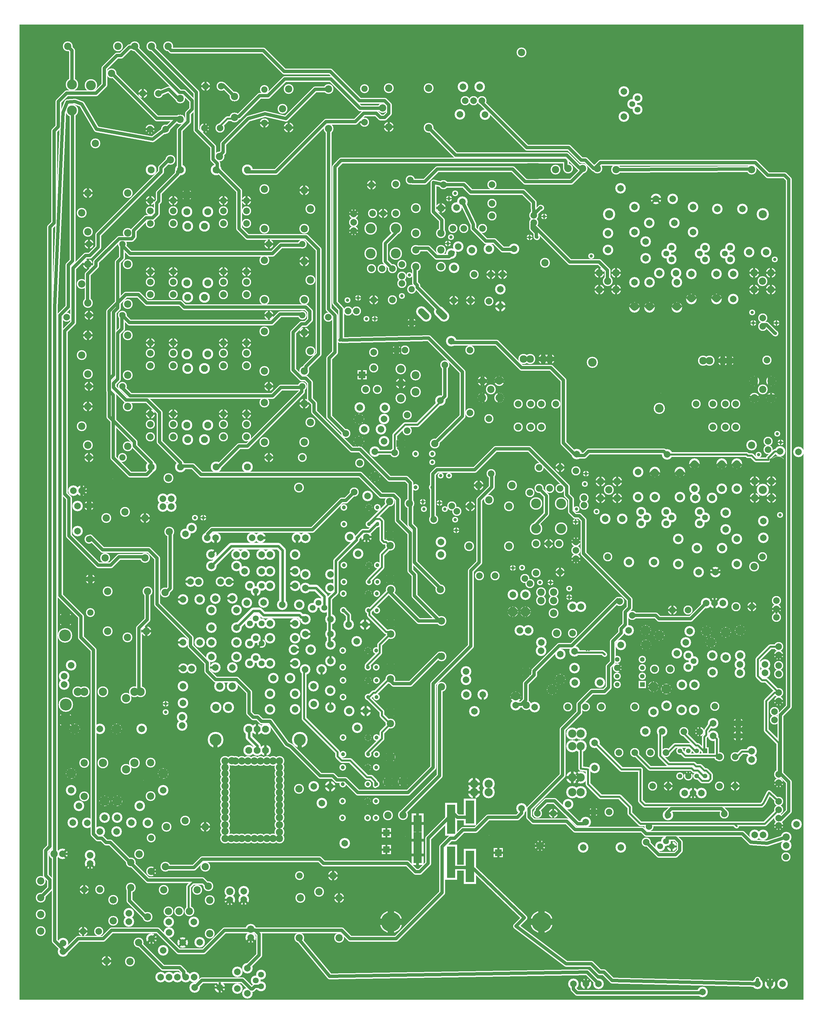
<source format=gbr>
%FSLAX34Y34*%
%MOMM*%
%LNCOPPER_TOP*%
G71*
G01*
%ADD10C,3.200*%
%ADD11C,3.000*%
%ADD12C,3.000*%
%ADD13C,2.800*%
%ADD14C,4.700*%
%ADD15C,1.800*%
%ADD16C,3.700*%
%ADD17C,7.800*%
%ADD18C,3.400*%
%ADD19C,3.100*%
%ADD20C,2.800*%
%ADD21C,2.800*%
%ADD22C,2.800*%
%ADD23C,2.600*%
%ADD24C,1.700*%
%ADD25C,1.800*%
%ADD26C,2.700*%
%ADD27C,3.200*%
%ADD28C,3.800*%
%ADD29C,3.000*%
%ADD30C,3.200*%
%ADD31C,1.400*%
%ADD32C,2.000*%
%ADD33C,1.800*%
%ADD34C,2.200*%
%ADD35C,2.700*%
%ADD36C,3.300*%
%ADD37C,2.900*%
%ADD38C,4.800*%
%ADD39C,3.300*%
%ADD40C,3.400*%
%ADD41C,2.600*%
%ADD42C,2.000*%
%ADD43C,1.990*%
%ADD44C,1.600*%
%ADD45C,3.300*%
%ADD46C,6.800*%
%ADD47C,4.400*%
%ADD48C,4.200*%
%ADD49C,0.733*%
%ADD50C,0.667*%
%ADD51C,3.345*%
%ADD52C,0.813*%
%ADD53C,6.067*%
%ADD54C,6.860*%
%ADD55C,1.403*%
%ADD56C,1.723*%
%ADD57C,1.380*%
%ADD58C,1.427*%
%ADD59C,1.033*%
%ADD60C,1.180*%
%ADD61C,1.153*%
%ADD62C,1.220*%
%ADD63C,0.680*%
%ADD64C,1.447*%
%ADD65C,0.767*%
%ADD66C,1.264*%
%ADD67C,1.507*%
%ADD68C,1.152*%
%ADD69C,2.017*%
%ADD70C,0.646*%
%ADD71C,1.527*%
%ADD72C,1.900*%
%ADD73C,1.940*%
%ADD74C,1.408*%
%ADD75C,1.687*%
%ADD76C,2.100*%
%ADD77C,1.967*%
%ADD78C,1.200*%
%ADD79C,0.700*%
%ADD80C,0.804*%
%ADD81C,0.672*%
%ADD82C,0.960*%
%ADD83C,1.487*%
%ADD84C,1.660*%
%ADD85C,0.833*%
%ADD86C,0.333*%
%ADD87C,2.748*%
%ADD88C,2.973*%
%ADD89C,2.200*%
%ADD90C,2.134*%
%ADD91C,0.600*%
%ADD92C,2.000*%
%ADD93C,1.800*%
%ADD94C,2.200*%
%ADD95C,4.500*%
%ADD96C,1.000*%
%ADD97C,2.500*%
%ADD98C,7.000*%
%ADD99C,2.600*%
%ADD100C,2.300*%
%ADD101C,2.000*%
%ADD102C,2.000*%
%ADD103C,1.800*%
%ADD104C,0.900*%
%ADD105C,1.000*%
%ADD106C,1.900*%
%ADD107C,3.000*%
%ADD108C,2.200*%
%ADD109C,2.400*%
%ADD110C,1.200*%
%ADD111C,1.000*%
%ADD112C,1.400*%
%ADD113C,1.900*%
%ADD114C,2.100*%
%ADD115C,2.100*%
%ADD116C,3.600*%
%ADD117C,2.100*%
%ADD118C,2.200*%
%ADD119C,0.800*%
%ADD120C,1.500*%
%ADD121C,0.790*%
%ADD122C,6.000*%
%ADD123C,3.600*%
%ADD124C,4.000*%
%LPD*%
G36*
X-1447800Y114300D02*
X932200Y114300D01*
X932200Y-2845700D01*
X-1447800Y-2845700D01*
X-1447800Y114300D01*
G37*
%LPC*%
X419045Y-515829D02*
G54D10*
D03*
X419095Y-439579D02*
G54D10*
D03*
X338051Y-519229D02*
G54D10*
D03*
X338164Y-570210D02*
G54D10*
D03*
X452351Y-544629D02*
G54D10*
D03*
X452463Y-595610D02*
G54D10*
D03*
X419061Y-744429D02*
G54D10*
D03*
X419111Y-668179D02*
G54D10*
D03*
X539782Y-487815D02*
G54D10*
D03*
X463532Y-487765D02*
G54D10*
D03*
X464741Y-668179D02*
G54D10*
D03*
X464691Y-744429D02*
G54D10*
D03*
X596844Y-515830D02*
G54D10*
D03*
X596894Y-439580D02*
G54D10*
D03*
X494176Y-640345D02*
G54D10*
D03*
X591741Y-642779D02*
G54D10*
D03*
X591691Y-719029D02*
G54D10*
D03*
X667940Y-642779D02*
G54D10*
D03*
X667890Y-719029D02*
G54D10*
D03*
X718740Y-642779D02*
G54D10*
D03*
X718690Y-719029D02*
G54D10*
D03*
X818212Y-576734D02*
G54D10*
D03*
X767232Y-576847D02*
G54D10*
D03*
X746758Y-446011D02*
G54D10*
D03*
X670508Y-445961D02*
G54D10*
D03*
X531416Y-563404D02*
G54D11*
D03*
X515516Y-580979D02*
G54D11*
D03*
X531450Y-598595D02*
G54D11*
D03*
X633016Y-563404D02*
G54D11*
D03*
X617116Y-580979D02*
G54D11*
D03*
X633050Y-598595D02*
G54D11*
D03*
X709216Y-563404D02*
G54D11*
D03*
X693316Y-580979D02*
G54D11*
D03*
X709250Y-598595D02*
G54D11*
D03*
X312316Y-639504D02*
G54D12*
D03*
X363116Y-639504D02*
G54D12*
D03*
X337716Y-664904D02*
G54D12*
D03*
X363116Y-690304D02*
G54D12*
D03*
X312316Y-690304D02*
G54D12*
D03*
X782216Y-639504D02*
G54D12*
D03*
X833016Y-639504D02*
G54D12*
D03*
X807616Y-664904D02*
G54D12*
D03*
X833016Y-690304D02*
G54D12*
D03*
X782216Y-690304D02*
G54D12*
D03*
X483742Y-415195D02*
G54D10*
D03*
X534722Y-415082D02*
G54D10*
D03*
X419061Y-744429D02*
G54D13*
D03*
X294640Y-384810D02*
G54D14*
D03*
X544976Y-640345D02*
G54D10*
D03*
X547291Y-668179D02*
G54D10*
D03*
X547241Y-744429D02*
G54D10*
D03*
X376291Y-383029D02*
G54D10*
D03*
X287516Y-588804D02*
G54D15*
D03*
X464691Y-744429D02*
G54D13*
D03*
X547241Y-744429D02*
G54D13*
D03*
X591691Y-719029D02*
G54D13*
D03*
X667890Y-719029D02*
G54D13*
D03*
X854472Y-385604D02*
G54D14*
D03*
X294640Y-743586D02*
G54D14*
D03*
X853836Y-741998D02*
G54D14*
D03*
X344666Y-461804D02*
G54D15*
D03*
X341490Y-461804D02*
G54D16*
D03*
X808215Y-461804D02*
G54D16*
D03*
X427266Y-1051045D02*
G54D17*
D03*
X357416Y-911344D02*
G54D17*
D03*
X290741Y-911345D02*
G54D18*
D03*
X493941Y-1051045D02*
G54D18*
D03*
X81866Y-901245D02*
G54D19*
D03*
X161866Y-901245D02*
G54D20*
D03*
X626866Y-906245D02*
G54D20*
D03*
X706866Y-906245D02*
G54D20*
D03*
X161866Y-901245D02*
G54D19*
D03*
X626866Y-906245D02*
G54D19*
D03*
X706866Y-906245D02*
G54D12*
D03*
X101866Y-901245D02*
G54D19*
D03*
X141866Y-901245D02*
G54D19*
D03*
X646866Y-906244D02*
G54D19*
D03*
X686866Y-906245D02*
G54D19*
D03*
X-42559Y-1018845D02*
G54D12*
D03*
X-42559Y-968045D02*
G54D12*
D03*
X-17159Y-993445D02*
G54D12*
D03*
X8241Y-968044D02*
G54D12*
D03*
X8241Y-1018845D02*
G54D12*
D03*
X-42559Y-1018845D02*
G54D21*
D03*
X8241Y-1018845D02*
G54D13*
D03*
X782941Y-1018845D02*
G54D12*
D03*
X782941Y-968045D02*
G54D12*
D03*
X808341Y-993445D02*
G54D12*
D03*
X833741Y-968045D02*
G54D12*
D03*
X833741Y-1018845D02*
G54D12*
D03*
X782941Y-1018845D02*
G54D21*
D03*
X833741Y-1018845D02*
G54D13*
D03*
X656398Y-1107482D02*
G54D22*
D03*
X656398Y-1037632D02*
G54D22*
D03*
X726248Y-1107482D02*
G54D22*
D03*
X726248Y-1037632D02*
G54D22*
D03*
X694498Y-1037632D02*
G54D22*
D03*
X694498Y-1107482D02*
G54D22*
D03*
X726249Y-1107482D02*
G54D13*
D03*
X726249Y-1037632D02*
G54D13*
D03*
X65848Y-1107482D02*
G54D22*
D03*
X65848Y-1037632D02*
G54D22*
D03*
X135698Y-1107482D02*
G54D22*
D03*
X135698Y-1037632D02*
G54D22*
D03*
X103948Y-1037632D02*
G54D22*
D03*
X103948Y-1107482D02*
G54D22*
D03*
X135699Y-1107482D02*
G54D13*
D03*
X135699Y-1037632D02*
G54D13*
D03*
X706866Y-906245D02*
G54D19*
D03*
X180149Y-1037632D02*
G54D21*
D03*
X605599Y-1037632D02*
G54D21*
D03*
X821141Y-904520D02*
G54D21*
D03*
X-23409Y-1082320D02*
G54D21*
D03*
X-42559Y-968045D02*
G54D13*
D03*
X8241Y-968044D02*
G54D13*
D03*
X782941Y-968045D02*
G54D13*
D03*
X833741Y-968045D02*
G54D13*
D03*
X833741Y-1018845D02*
G54D13*
D03*
X294640Y-1221423D02*
G54D14*
D03*
X854472Y-1222216D02*
G54D14*
D03*
X294640Y-1580198D02*
G54D14*
D03*
X853836Y-1578610D02*
G54D14*
D03*
X808215Y-1298416D02*
G54D16*
D03*
X-382384Y-581344D02*
G54D23*
D03*
X-306184Y-581344D02*
G54D23*
D03*
X-306184Y-505144D02*
G54D23*
D03*
X-382384Y-505144D02*
G54D23*
D03*
X-306272Y-370121D02*
G54D22*
D03*
X-306272Y-459021D02*
G54D22*
D03*
X-344372Y-459021D02*
G54D22*
D03*
X-376122Y-459021D02*
G54D22*
D03*
X-315916Y-721911D02*
G54D22*
D03*
X-379415Y-626661D02*
G54D22*
D03*
X-347666Y-626661D02*
G54D22*
D03*
X-315916Y-626661D02*
G54D22*
D03*
G54D24*
X-306184Y-505144D02*
X-306184Y-517844D01*
X-337934Y-549594D01*
X-337934Y-604642D01*
X-315916Y-626661D01*
X-287433Y-614372D02*
G54D22*
D03*
X-379416Y-372661D02*
G54D22*
D03*
X-261822Y-357421D02*
G54D22*
D03*
X-99394Y-505110D02*
G54D22*
D03*
X-42244Y-505110D02*
G54D22*
D03*
X-13544Y-428910D02*
G54D22*
D03*
X-13544Y-371760D02*
G54D22*
D03*
X-74594Y-570734D02*
G54D10*
D03*
X-128546Y-624616D02*
G54D10*
D03*
X-74594Y-570734D02*
G54D13*
D03*
X53182Y-566682D02*
G54D10*
D03*
X-23068Y-566632D02*
G54D10*
D03*
X53182Y-566682D02*
G54D13*
D03*
X-67644Y-644810D02*
G54D22*
D03*
X-16844Y-644810D02*
G54D22*
D03*
X-16844Y-644810D02*
G54D22*
D03*
X11763Y-740916D02*
G54D10*
D03*
X11651Y-689936D02*
G54D10*
D03*
X11763Y-740916D02*
G54D10*
D03*
X-13544Y-467010D02*
G54D22*
D03*
X18206Y-644810D02*
G54D22*
D03*
X-132414Y-505110D02*
G54D22*
D03*
X-121494Y-441610D02*
G54D22*
D03*
G54D25*
X-103463Y-423579D02*
X-70694Y-492410D01*
X-70694Y-505110D01*
X-32594Y-543210D01*
X-7194Y-543210D01*
X18206Y-568610D01*
X56306Y-568610D01*
X53182Y-566682D01*
X-245190Y-443106D02*
G54D12*
D03*
X-168990Y-443106D02*
G54D12*
D03*
X-245190Y-519306D02*
G54D12*
D03*
X-245190Y-570106D02*
G54D12*
D03*
X-245190Y-620906D02*
G54D12*
D03*
X-168990Y-519306D02*
G54D12*
D03*
X-168990Y-570106D02*
G54D12*
D03*
X-168990Y-620906D02*
G54D12*
D03*
X-257691Y-791468D02*
G54D26*
D03*
X-257691Y-689868D02*
G54D26*
D03*
X-257691Y-791468D02*
G54D13*
D03*
X-168990Y-443106D02*
G54D22*
D03*
X-22739Y-725909D02*
G54D22*
D03*
X-78959Y-723664D02*
G54D22*
D03*
X-78959Y-723664D02*
G54D22*
D03*
X-129759Y-723664D02*
G54D22*
D03*
G54D25*
X-160734Y-372110D02*
X-191445Y-364996D01*
X-191445Y-453896D01*
X-166045Y-479296D01*
X-166045Y-523746D01*
X-168989Y-522480D01*
G54D27*
X-159575Y-771386D02*
X-173717Y-757244D01*
G54D27*
X-213550Y-771386D02*
X-227692Y-757244D01*
X-433784Y-461010D02*
G54D21*
D03*
X-433784Y-486410D02*
G54D21*
D03*
X-433784Y-511810D02*
G54D21*
D03*
X-160734Y-372110D02*
G54D21*
D03*
X-382384Y-505144D02*
G54D28*
D03*
X-382384Y-581344D02*
G54D28*
D03*
X-306184Y-581344D02*
G54D28*
D03*
X-306184Y-505144D02*
G54D28*
D03*
G54D25*
X-160296Y-764315D02*
X-158274Y-766410D01*
X-240824Y-683860D01*
X-240824Y-677510D01*
X-247174Y-671160D01*
X-247174Y-620360D01*
X-245189Y-620905D01*
X196094Y-1339546D02*
G54D23*
D03*
X119894Y-1339546D02*
G54D23*
D03*
X119894Y-1415746D02*
G54D23*
D03*
X196094Y-1415746D02*
G54D23*
D03*
X119982Y-1550769D02*
G54D22*
D03*
X119982Y-1461869D02*
G54D22*
D03*
X158082Y-1461869D02*
G54D22*
D03*
X189832Y-1461869D02*
G54D22*
D03*
X193126Y-1230729D02*
G54D22*
D03*
X129626Y-1230729D02*
G54D22*
D03*
X193125Y-1294229D02*
G54D22*
D03*
X161376Y-1294229D02*
G54D22*
D03*
X129626Y-1294229D02*
G54D22*
D03*
G54D24*
X119894Y-1415746D02*
X119894Y-1403046D01*
X151645Y-1371296D01*
X151645Y-1316248D01*
X129626Y-1294229D01*
X101143Y-1306518D02*
G54D22*
D03*
X193126Y-1548229D02*
G54D22*
D03*
X241144Y-1507505D02*
G54D21*
D03*
X241144Y-1482105D02*
G54D21*
D03*
X241144Y-1456705D02*
G54D21*
D03*
X241144Y-1240805D02*
G54D21*
D03*
X196094Y-1415746D02*
G54D28*
D03*
X196094Y-1339546D02*
G54D28*
D03*
X119894Y-1339546D02*
G54D28*
D03*
X119894Y-1415746D02*
G54D28*
D03*
X-83114Y-1469127D02*
G54D12*
D03*
X-79940Y-1348477D02*
G54D12*
D03*
X37536Y-1469127D02*
G54D12*
D03*
X37536Y-1348477D02*
G54D12*
D03*
X-22789Y-1329014D02*
G54D12*
D03*
X-79940Y-1348477D02*
G54D29*
D03*
X-54093Y-1284896D02*
G54D12*
D03*
X47507Y-1284896D02*
G54D12*
D03*
X134807Y-1609036D02*
G54D12*
D03*
X134807Y-1634436D02*
G54D12*
D03*
X172907Y-1634436D02*
G54D12*
D03*
X172907Y-1672536D02*
G54D12*
D03*
X87402Y-1617042D02*
G54D10*
D03*
X87515Y-1668022D02*
G54D10*
D03*
X87402Y-1617042D02*
G54D22*
D03*
X87514Y-1668023D02*
G54D22*
D03*
X49302Y-1617042D02*
G54D10*
D03*
X49414Y-1668022D02*
G54D10*
D03*
X49302Y-1617042D02*
G54D22*
D03*
X49414Y-1668023D02*
G54D22*
D03*
X172907Y-1609036D02*
G54D12*
D03*
X-16126Y-1249086D02*
G54D22*
D03*
X-54093Y-1284896D02*
G54D12*
D03*
X-246135Y-950597D02*
G54D30*
D03*
X-246135Y-1001397D02*
G54D30*
D03*
X-290585Y-975996D02*
G54D30*
D03*
X-290585Y-1020447D02*
G54D30*
D03*
X-290585Y-931547D02*
G54D30*
D03*
X-277885Y-874397D02*
G54D22*
D03*
X-303285Y-874397D02*
G54D22*
D03*
X-338970Y-1049022D02*
G54D10*
D03*
X-415220Y-1048972D02*
G54D10*
D03*
X-417912Y-1083282D02*
G54D10*
D03*
X-341662Y-1083332D02*
G54D10*
D03*
X-401978Y-1114758D02*
G54D10*
D03*
X-350998Y-1114646D02*
G54D10*
D03*
X-373135Y-880659D02*
G54D22*
D03*
X-373135Y-928459D02*
G54D22*
D03*
X-369525Y-1182284D02*
G54D10*
D03*
X-369575Y-1258534D02*
G54D10*
D03*
X-309635Y-1233346D02*
G54D22*
D03*
X-309635Y-1185547D02*
G54D22*
D03*
X-397079Y-993503D02*
G54D22*
D03*
X-361979Y-993502D02*
G54D22*
D03*
X-271535Y-1119047D02*
G54D22*
D03*
X-271535Y-1071246D02*
G54D22*
D03*
X-417857Y-1150929D02*
G54D10*
D03*
X-341607Y-1150979D02*
G54D10*
D03*
X-170660Y-1027352D02*
G54D10*
D03*
X-417912Y-1083282D02*
G54D22*
D03*
X-417857Y-1150928D02*
G54D22*
D03*
X-309635Y-1233346D02*
G54D22*
D03*
X-369575Y-1258534D02*
G54D22*
D03*
G54D31*
X-309635Y-1191897D02*
X-308935Y-1190627D01*
X-315285Y-1184277D01*
X-372435Y-1184276D01*
X-369525Y-1182284D01*
G36*
X-394185Y-935327D02*
X-394185Y-963327D01*
X-422185Y-963327D01*
X-422185Y-935327D01*
X-394185Y-935327D01*
G37*
X-195335Y-1188808D02*
G54D32*
D03*
X-195335Y-1214208D02*
G54D33*
D03*
X-246135Y-1188809D02*
G54D33*
D03*
X-246135Y-1214208D02*
G54D32*
D03*
X-195335Y-1290409D02*
G54D33*
D03*
X-246135Y-1290409D02*
G54D33*
D03*
X-288553Y-1158042D02*
G54D12*
D03*
X-186953Y-1158042D02*
G54D12*
D03*
X-288553Y-1158043D02*
G54D12*
D03*
G54D31*
X-170660Y-1027352D02*
X-169935Y-1030059D01*
X-239785Y-1099909D01*
X-277885Y-1099909D01*
X-309635Y-1131659D01*
X-309635Y-1182458D01*
X-309635Y-1185547D01*
X-191139Y-1388017D02*
G54D21*
D03*
X-246135Y-1188809D02*
G54D32*
D03*
X-195335Y-1290409D02*
G54D32*
D03*
X-246135Y-1290409D02*
G54D32*
D03*
G36*
X431778Y-1900147D02*
X431778Y-1878147D01*
X453778Y-1878147D01*
X453778Y-1900147D01*
X431778Y-1900147D01*
G37*
X442778Y-1863747D02*
G54D34*
D03*
X442778Y-1838347D02*
G54D34*
D03*
X442778Y-1812947D02*
G54D34*
D03*
X366578Y-1812947D02*
G54D34*
D03*
X366578Y-1838347D02*
G54D34*
D03*
X366579Y-1863747D02*
G54D34*
D03*
X366578Y-1889147D02*
G54D34*
D03*
X366578Y-1838347D02*
G54D35*
D03*
X738528Y-1853786D02*
G54D10*
D03*
X738528Y-1828286D02*
G54D10*
D03*
X168539Y-1957122D02*
G54D22*
D03*
X193434Y-1873537D02*
G54D10*
D03*
X193484Y-1797287D02*
G54D10*
D03*
X58242Y-1952129D02*
G54D10*
D03*
X58242Y-1926629D02*
G54D10*
D03*
X600499Y-1889845D02*
G54D10*
D03*
X600448Y-1966096D02*
G54D10*
D03*
X600499Y-1889845D02*
G54D22*
D03*
X662383Y-1907778D02*
G54D22*
D03*
X662383Y-1955578D02*
G54D22*
D03*
X562398Y-1889845D02*
G54D10*
D03*
X562348Y-1966096D02*
G54D10*
D03*
X562399Y-1889845D02*
G54D22*
D03*
X582054Y-1836072D02*
G54D11*
D03*
X597954Y-1818497D02*
G54D11*
D03*
X582019Y-1800881D02*
G54D11*
D03*
X655427Y-1801278D02*
G54D10*
D03*
X655539Y-1852259D02*
G54D10*
D03*
X655427Y-1801279D02*
G54D22*
D03*
X650497Y-1761151D02*
G54D10*
D03*
X574247Y-1761101D02*
G54D10*
D03*
X650497Y-1761151D02*
G54D22*
D03*
X637464Y-1727179D02*
G54D10*
D03*
X586484Y-1727291D02*
G54D10*
D03*
X637464Y-1727178D02*
G54D22*
D03*
X515727Y-1902878D02*
G54D10*
D03*
X515839Y-1953859D02*
G54D10*
D03*
X515727Y-1902879D02*
G54D22*
D03*
X662383Y-1907778D02*
G54D22*
D03*
X650497Y-1761151D02*
G54D22*
D03*
X637464Y-1727179D02*
G54D22*
D03*
X695749Y-1731095D02*
G54D10*
D03*
X695699Y-1807346D02*
G54D10*
D03*
X695750Y-1731095D02*
G54D22*
D03*
X695749Y-1731095D02*
G54D22*
D03*
X515727Y-1902878D02*
G54D22*
D03*
X479689Y-1842822D02*
G54D22*
D03*
X527489Y-1842822D02*
G54D22*
D03*
X493933Y-1740423D02*
G54D10*
D03*
X547815Y-1794376D02*
G54D10*
D03*
X493934Y-1740422D02*
G54D22*
D03*
X493934Y-1740423D02*
G54D22*
D03*
X453872Y-1769322D02*
G54D10*
D03*
X377622Y-1769272D02*
G54D10*
D03*
X401375Y-1725396D02*
G54D10*
D03*
X452356Y-1725284D02*
G54D10*
D03*
X401376Y-1725396D02*
G54D22*
D03*
X453872Y-1769322D02*
G54D22*
D03*
X452356Y-1725284D02*
G54D22*
D03*
X270139Y-1957122D02*
G54D22*
D03*
X317939Y-1957122D02*
G54D22*
D03*
X168539Y-1957122D02*
G54D22*
D03*
X216339Y-1957122D02*
G54D22*
D03*
X371739Y-1957122D02*
G54D22*
D03*
X419539Y-1957122D02*
G54D22*
D03*
X371739Y-1957122D02*
G54D22*
D03*
X476674Y-1896195D02*
G54D10*
D03*
X476624Y-1972446D02*
G54D10*
D03*
X476674Y-1896195D02*
G54D22*
D03*
X314172Y-1883622D02*
G54D10*
D03*
X237922Y-1883572D02*
G54D10*
D03*
X314172Y-1883622D02*
G54D22*
D03*
X236593Y-1839748D02*
G54D10*
D03*
X236481Y-1788768D02*
G54D10*
D03*
X236593Y-1839748D02*
G54D22*
D03*
X236481Y-1788767D02*
G54D22*
D03*
X276854Y-1770872D02*
G54D22*
D03*
X182838Y-1733454D02*
G54D22*
D03*
X230638Y-1733454D02*
G54D22*
D03*
X193434Y-1873537D02*
G54D22*
D03*
X169316Y-1904334D02*
G54D10*
D03*
X115364Y-1958216D02*
G54D10*
D03*
X169316Y-1904335D02*
G54D22*
D03*
X740140Y-1724841D02*
G54D22*
D03*
X182838Y-1733454D02*
G54D12*
D03*
X89964Y-1850266D02*
G54D12*
D03*
X89963Y-1951866D02*
G54D12*
D03*
X89964Y-1850266D02*
G54D12*
D03*
X58242Y-1926629D02*
G54D12*
D03*
X740140Y-1724841D02*
G54D10*
D03*
X740090Y-1801091D02*
G54D10*
D03*
X740140Y-1724841D02*
G54D22*
D03*
G54D31*
X327786Y-1795856D02*
X328054Y-1797972D01*
X321704Y-1791622D01*
X239154Y-1791622D01*
X236481Y-1788767D01*
X740140Y-1724841D02*
G54D22*
D03*
X695749Y-1731095D02*
G54D22*
D03*
X637464Y-1727179D02*
G54D22*
D03*
X650497Y-1761151D02*
G54D22*
D03*
X493933Y-1740423D02*
G54D22*
D03*
X453872Y-1769322D02*
G54D22*
D03*
X452356Y-1725284D02*
G54D22*
D03*
X662383Y-1907778D02*
G54D22*
D03*
X276854Y-1770872D02*
G54D22*
D03*
X371739Y-1957122D02*
G54D22*
D03*
X168539Y-1957122D02*
G54D22*
D03*
X169316Y-1904335D02*
G54D22*
D03*
X193434Y-1873537D02*
G54D22*
D03*
X89964Y-1850266D02*
G54D22*
D03*
X814778Y-1853836D02*
G54D10*
D03*
X738528Y-1853786D02*
G54D10*
D03*
X814778Y-1828336D02*
G54D10*
D03*
X738528Y-1828286D02*
G54D10*
D03*
X-981126Y-1137496D02*
G54D22*
D03*
X-1050976Y-1137496D02*
G54D22*
D03*
X-981126Y-1067646D02*
G54D22*
D03*
X-1050976Y-1067646D02*
G54D22*
D03*
X-1050976Y-1099396D02*
G54D22*
D03*
X-981126Y-1099396D02*
G54D22*
D03*
X-937718Y-1146267D02*
G54D36*
D03*
X-886736Y-1146155D02*
G54D36*
D03*
X-758876Y-1137496D02*
G54D22*
D03*
X-828726Y-1137496D02*
G54D22*
D03*
X-758876Y-1067646D02*
G54D22*
D03*
X-828726Y-1067646D02*
G54D22*
D03*
X-828726Y-1099396D02*
G54D22*
D03*
X-758876Y-1099396D02*
G54D22*
D03*
X-876653Y-1102169D02*
G54D10*
D03*
X-876766Y-1051189D02*
G54D10*
D03*
X-940153Y-1102169D02*
G54D10*
D03*
X-940266Y-1051189D02*
G54D10*
D03*
X-758876Y-1067646D02*
G54D13*
D03*
X-828726Y-1067646D02*
G54D13*
D03*
X-876766Y-1051188D02*
G54D37*
D03*
X-940266Y-1051188D02*
G54D13*
D03*
X-981126Y-1067646D02*
G54D13*
D03*
X-1050976Y-1067646D02*
G54D13*
D03*
X-940153Y-1102169D02*
G54D36*
D03*
X-940266Y-1051189D02*
G54D36*
D03*
X-876766Y-1051189D02*
G54D36*
D03*
X-876653Y-1102169D02*
G54D36*
D03*
X-704663Y-1033204D02*
G54D12*
D03*
X-584013Y-1036378D02*
G54D12*
D03*
X-704663Y-1153854D02*
G54D12*
D03*
X-584013Y-1153854D02*
G54D12*
D03*
X-565200Y-1093529D02*
G54D12*
D03*
X-691156Y-1200134D02*
G54D26*
D03*
X-589556Y-1200133D02*
G54D26*
D03*
X-584013Y-1036378D02*
G54D12*
D03*
X-1119658Y-1165942D02*
G54D12*
D03*
X-1240308Y-1162768D02*
G54D12*
D03*
X-1119658Y-1045292D02*
G54D12*
D03*
X-1240308Y-1045292D02*
G54D12*
D03*
X-1259120Y-1105617D02*
G54D12*
D03*
X-1240307Y-1162768D02*
G54D12*
D03*
X-1240308Y-1045292D02*
G54D12*
D03*
X-1237256Y-1200134D02*
G54D26*
D03*
X-1135656Y-1200133D02*
G54D26*
D03*
X-691156Y-1200134D02*
G54D22*
D03*
X-1237256Y-1200134D02*
G54D22*
D03*
X-981126Y-921596D02*
G54D22*
D03*
X-1050976Y-921596D02*
G54D22*
D03*
X-981126Y-851746D02*
G54D22*
D03*
X-1050976Y-851746D02*
G54D22*
D03*
X-1050976Y-883496D02*
G54D22*
D03*
X-981126Y-883496D02*
G54D22*
D03*
X-937718Y-930367D02*
G54D36*
D03*
X-886736Y-930255D02*
G54D36*
D03*
X-758876Y-921596D02*
G54D22*
D03*
X-828726Y-921596D02*
G54D22*
D03*
X-758876Y-851746D02*
G54D22*
D03*
X-828726Y-851746D02*
G54D22*
D03*
X-828726Y-883496D02*
G54D22*
D03*
X-758876Y-883496D02*
G54D22*
D03*
X-876653Y-886269D02*
G54D10*
D03*
X-876766Y-835288D02*
G54D10*
D03*
X-940153Y-886269D02*
G54D10*
D03*
X-940266Y-835289D02*
G54D10*
D03*
X-758876Y-851746D02*
G54D13*
D03*
X-828726Y-851746D02*
G54D13*
D03*
X-876766Y-835288D02*
G54D37*
D03*
X-940266Y-835288D02*
G54D13*
D03*
X-981126Y-851746D02*
G54D13*
D03*
X-1050976Y-851746D02*
G54D13*
D03*
X-940153Y-886269D02*
G54D36*
D03*
X-940266Y-835289D02*
G54D36*
D03*
X-876766Y-835288D02*
G54D36*
D03*
X-876653Y-886269D02*
G54D36*
D03*
X-704663Y-817304D02*
G54D12*
D03*
X-584013Y-820478D02*
G54D12*
D03*
X-704663Y-937954D02*
G54D12*
D03*
X-584013Y-937954D02*
G54D12*
D03*
X-565200Y-877629D02*
G54D12*
D03*
X-691156Y-984234D02*
G54D26*
D03*
X-589556Y-984233D02*
G54D26*
D03*
X-584013Y-820478D02*
G54D12*
D03*
X-1119658Y-950042D02*
G54D12*
D03*
X-1240308Y-946868D02*
G54D12*
D03*
X-1119658Y-829392D02*
G54D12*
D03*
X-1240308Y-829392D02*
G54D12*
D03*
X-1259120Y-889717D02*
G54D12*
D03*
X-1240307Y-946869D02*
G54D12*
D03*
X-1240308Y-829392D02*
G54D12*
D03*
X-1237256Y-984234D02*
G54D26*
D03*
X-1135656Y-984233D02*
G54D26*
D03*
X-691156Y-984234D02*
G54D22*
D03*
X-1237256Y-984234D02*
G54D22*
D03*
X-981126Y-705696D02*
G54D22*
D03*
X-1050976Y-705696D02*
G54D22*
D03*
X-981126Y-635846D02*
G54D22*
D03*
X-1050976Y-635846D02*
G54D22*
D03*
X-1050976Y-667596D02*
G54D22*
D03*
X-981126Y-667596D02*
G54D22*
D03*
X-937718Y-714467D02*
G54D36*
D03*
X-886736Y-714355D02*
G54D36*
D03*
X-758876Y-705696D02*
G54D22*
D03*
X-828726Y-705696D02*
G54D22*
D03*
X-758876Y-635846D02*
G54D22*
D03*
X-828726Y-635846D02*
G54D22*
D03*
X-828726Y-667596D02*
G54D22*
D03*
X-758876Y-667596D02*
G54D22*
D03*
X-876653Y-670369D02*
G54D10*
D03*
X-876766Y-619388D02*
G54D10*
D03*
X-940153Y-670369D02*
G54D10*
D03*
X-940266Y-619388D02*
G54D10*
D03*
X-758876Y-635846D02*
G54D13*
D03*
X-828726Y-635846D02*
G54D13*
D03*
X-876766Y-619388D02*
G54D37*
D03*
X-940266Y-619388D02*
G54D13*
D03*
X-981126Y-635846D02*
G54D13*
D03*
X-1050976Y-635846D02*
G54D13*
D03*
X-940153Y-670369D02*
G54D36*
D03*
X-940266Y-619388D02*
G54D36*
D03*
X-876766Y-619388D02*
G54D36*
D03*
X-876653Y-670369D02*
G54D36*
D03*
X-704663Y-601404D02*
G54D12*
D03*
X-584013Y-604578D02*
G54D12*
D03*
X-704663Y-722054D02*
G54D12*
D03*
X-584013Y-722054D02*
G54D12*
D03*
X-565200Y-661729D02*
G54D12*
D03*
X-691156Y-768334D02*
G54D26*
D03*
X-589556Y-768334D02*
G54D26*
D03*
X-584013Y-604578D02*
G54D12*
D03*
X-1119658Y-734142D02*
G54D12*
D03*
X-1240308Y-730968D02*
G54D12*
D03*
X-1119658Y-613492D02*
G54D12*
D03*
X-1240308Y-613492D02*
G54D12*
D03*
X-1259120Y-673817D02*
G54D12*
D03*
X-1240307Y-730968D02*
G54D12*
D03*
X-1240308Y-613492D02*
G54D12*
D03*
X-1237256Y-768334D02*
G54D26*
D03*
X-1135656Y-768334D02*
G54D26*
D03*
X-691156Y-768334D02*
G54D22*
D03*
X-1237256Y-768334D02*
G54D22*
D03*
X-981126Y-489796D02*
G54D22*
D03*
X-1050976Y-489796D02*
G54D22*
D03*
X-981126Y-419946D02*
G54D22*
D03*
X-1050976Y-419946D02*
G54D22*
D03*
X-1050976Y-451696D02*
G54D22*
D03*
X-981126Y-451696D02*
G54D22*
D03*
X-937718Y-498567D02*
G54D36*
D03*
X-886737Y-498455D02*
G54D36*
D03*
X-758876Y-489796D02*
G54D22*
D03*
X-828726Y-489796D02*
G54D22*
D03*
X-758876Y-419946D02*
G54D22*
D03*
X-828726Y-419946D02*
G54D22*
D03*
X-828726Y-451696D02*
G54D22*
D03*
X-758876Y-451696D02*
G54D22*
D03*
X-876653Y-454469D02*
G54D10*
D03*
X-876766Y-403488D02*
G54D10*
D03*
X-940153Y-454469D02*
G54D10*
D03*
X-940266Y-403489D02*
G54D10*
D03*
X-758876Y-419946D02*
G54D13*
D03*
X-828726Y-419946D02*
G54D13*
D03*
X-876766Y-403488D02*
G54D37*
D03*
X-940266Y-403488D02*
G54D13*
D03*
X-981126Y-419946D02*
G54D13*
D03*
X-1050976Y-419946D02*
G54D13*
D03*
X-940153Y-454469D02*
G54D36*
D03*
X-940266Y-403489D02*
G54D36*
D03*
X-876766Y-403489D02*
G54D36*
D03*
X-876653Y-454469D02*
G54D36*
D03*
X-704663Y-385504D02*
G54D12*
D03*
X-584013Y-388678D02*
G54D12*
D03*
X-704663Y-506154D02*
G54D12*
D03*
X-584013Y-506154D02*
G54D12*
D03*
X-565200Y-445829D02*
G54D12*
D03*
X-691156Y-552434D02*
G54D26*
D03*
X-589556Y-552434D02*
G54D26*
D03*
X-584013Y-388678D02*
G54D12*
D03*
X-1119658Y-518242D02*
G54D12*
D03*
X-1240308Y-515068D02*
G54D12*
D03*
X-1119658Y-397592D02*
G54D12*
D03*
X-1240308Y-397592D02*
G54D12*
D03*
X-1259120Y-457917D02*
G54D12*
D03*
X-1240307Y-515068D02*
G54D12*
D03*
X-1240308Y-397592D02*
G54D12*
D03*
X-1237256Y-552434D02*
G54D26*
D03*
X-1135656Y-552434D02*
G54D26*
D03*
X-691156Y-552434D02*
G54D22*
D03*
X-1237256Y-552434D02*
G54D22*
D03*
X-756002Y-1229169D02*
G54D36*
D03*
X-756002Y-1229169D02*
G54D36*
D03*
X-851252Y-1229169D02*
G54D36*
D03*
X-851252Y-1229169D02*
G54D36*
D03*
X-959202Y-1229169D02*
G54D36*
D03*
X-959202Y-1229169D02*
G54D36*
D03*
X-1048102Y-1229169D02*
G54D36*
D03*
X-1048102Y-1229169D02*
G54D36*
D03*
G54D25*
X-851252Y-1229168D02*
X-844903Y-1229170D01*
X-781403Y-1165670D01*
X-756003Y-1165670D01*
X-590903Y-1000570D01*
X-590903Y-987870D01*
X-589556Y-984234D01*
G54D25*
X-1135656Y-984234D02*
X-1137003Y-987870D01*
X-1111603Y-1013270D01*
X-679803Y-1013270D01*
X-654403Y-987870D01*
X-590903Y-987870D01*
X-589556Y-984234D01*
G54D25*
X-959202Y-1229168D02*
X-959203Y-1229170D01*
X-959203Y-1216470D01*
X-1022703Y-1152970D01*
X-1022703Y-1064070D01*
X-1060803Y-1025970D01*
X-1124303Y-1025970D01*
X-1162403Y-987870D01*
X-1162403Y-975170D01*
X-1149703Y-962470D01*
X-1149703Y-822770D01*
X-1137003Y-810070D01*
X-1137003Y-771970D01*
X-1135656Y-768334D01*
G54D25*
X-1048102Y-1229168D02*
X-1048103Y-1229170D01*
X-1048103Y-1216470D01*
X-1098903Y-1165670D01*
X-1098903Y-1152970D01*
X-1175103Y-1076770D01*
X-1175103Y-962470D01*
X-1162403Y-949770D01*
X-1162403Y-759270D01*
X-1149703Y-746570D01*
X-1149703Y-606870D01*
X-1137003Y-594170D01*
X-1137003Y-556070D01*
X-1135656Y-552434D01*
G54D25*
X-1135656Y-552434D02*
X-1137003Y-556070D01*
X-1111603Y-581470D01*
X-679803Y-581470D01*
X-654403Y-556070D01*
X-590903Y-556070D01*
X-589556Y-552434D01*
X-756002Y-327469D02*
G54D36*
D03*
X-756002Y-327469D02*
G54D36*
D03*
X-851252Y-327469D02*
G54D36*
D03*
X-851252Y-327469D02*
G54D36*
D03*
X-959202Y-327469D02*
G54D36*
D03*
X-959202Y-327469D02*
G54D36*
D03*
X-1048102Y-327469D02*
G54D36*
D03*
X-1048102Y-327469D02*
G54D36*
D03*
G54D25*
X-851252Y-327468D02*
X-844903Y-327470D01*
X-781403Y-390970D01*
X-781403Y-505270D01*
X-756003Y-530670D01*
X-578203Y-530670D01*
X-540103Y-568770D01*
X-540103Y-886270D01*
X-578203Y-924370D01*
X-578203Y-937070D01*
X-584013Y-937954D01*
X-1304738Y-773999D02*
G54D21*
D03*
X-510988Y-773999D02*
G54D21*
D03*
X100964Y-803910D02*
G54D14*
D03*
X110490Y-330836D02*
G54D14*
D03*
X110489Y-330835D02*
G54D14*
D03*
X-438786Y-803910D02*
G54D14*
D03*
X-451486Y-334010D02*
G54D14*
D03*
X-1059839Y-1606685D02*
G54D12*
D03*
X-1063013Y-1727335D02*
G54D12*
D03*
X-1180489Y-1606685D02*
G54D12*
D03*
X-1180488Y-1727335D02*
G54D12*
D03*
X-1120164Y-1746148D02*
G54D12*
D03*
X-1188038Y-1504816D02*
G54D12*
D03*
X-1184864Y-1384166D02*
G54D12*
D03*
X-1067388Y-1504816D02*
G54D12*
D03*
X-1067389Y-1384166D02*
G54D12*
D03*
X-1127713Y-1364878D02*
G54D12*
D03*
X-1233118Y-1569392D02*
G54D26*
D03*
X-1233118Y-1670992D02*
G54D26*
D03*
X-1233118Y-1569392D02*
G54D22*
D03*
X-1233118Y-1569392D02*
G54D12*
D03*
X-1236916Y-1346196D02*
G54D26*
D03*
X-1236916Y-1447797D02*
G54D26*
D03*
X-1236916Y-1346196D02*
G54D22*
D03*
X-1236916Y-1346196D02*
G54D12*
D03*
X-1063013Y-1727335D02*
G54D12*
D03*
X-1067389Y-1384166D02*
G54D12*
D03*
X-1184864Y-1384166D02*
G54D12*
D03*
X-1067389Y-1384166D02*
G54D12*
D03*
X-1088628Y-1298416D02*
G54D14*
D03*
X-136128Y-1298416D02*
G54D14*
D03*
X-1088628Y-2196941D02*
G54D14*
D03*
X-136128Y-2200116D02*
G54D14*
D03*
X-52073Y-1558736D02*
G54D22*
D03*
X-4273Y-1558736D02*
G54D22*
D03*
X-52073Y-1558735D02*
G54D22*
D03*
X843824Y-1971176D02*
G54D21*
D03*
X856523Y-1774326D02*
G54D21*
D03*
X856524Y-1799726D02*
G54D21*
D03*
X856523Y-2161676D02*
G54D21*
D03*
X856524Y-2187076D02*
G54D21*
D03*
X856523Y-1914026D02*
G54D21*
D03*
X856524Y-1939426D02*
G54D21*
D03*
G54D31*
X856524Y-1914026D02*
X818424Y-1875926D01*
X805724Y-1875926D01*
X793024Y-1863226D01*
X793024Y-1812426D01*
X831124Y-1774326D01*
X856524Y-1774326D01*
G54D31*
X856524Y-1914026D02*
X843824Y-1914026D01*
X818424Y-1939426D01*
X818424Y-2028326D01*
X856524Y-2066426D01*
X856524Y-2155326D01*
X856524Y-2161676D01*
X-170095Y-1600917D02*
G54D12*
D03*
X-166920Y-1696167D02*
G54D12*
D03*
X-166920Y-1804117D02*
G54D12*
D03*
X-166920Y-1896192D02*
G54D12*
D03*
X-597490Y-2056655D02*
G54D38*
D03*
X-853190Y-2056755D02*
G54D38*
D03*
X-752464Y-2024830D02*
G54D39*
D03*
X-727090Y-2024955D02*
G54D39*
D03*
X-701646Y-2024930D02*
G54D39*
D03*
X-504384Y-1958571D02*
G54D10*
D03*
X-504559Y-1907579D02*
G54D10*
D03*
X-802314Y-1894705D02*
G54D40*
D03*
X-851714Y-1958805D02*
G54D40*
D03*
X-813714Y-1958805D02*
G54D40*
D03*
X-840414Y-1894705D02*
G54D40*
D03*
X-951590Y-1945555D02*
G54D10*
D03*
X-951714Y-1894638D02*
G54D10*
D03*
X-688064Y-1916980D02*
G54D10*
D03*
X-611814Y-1917030D02*
G54D10*
D03*
X-954164Y-2013680D02*
G54D10*
D03*
X-954164Y-1988180D02*
G54D10*
D03*
X-688064Y-1964605D02*
G54D10*
D03*
X-611815Y-1964655D02*
G54D10*
D03*
X-713464Y-1545505D02*
G54D10*
D03*
X-764381Y-1545630D02*
G54D10*
D03*
X-748390Y-1589955D02*
G54D11*
D03*
X-730814Y-1605855D02*
G54D11*
D03*
X-713198Y-1589920D02*
G54D11*
D03*
X-742039Y-1443905D02*
G54D10*
D03*
X-716614Y-1443855D02*
G54D10*
D03*
X-688064Y-1589955D02*
G54D10*
D03*
X-611889Y-1589955D02*
G54D10*
D03*
X-865864Y-1529630D02*
G54D10*
D03*
X-789614Y-1529680D02*
G54D10*
D03*
X-707114Y-1640755D02*
G54D10*
D03*
X-758031Y-1640880D02*
G54D10*
D03*
X-713464Y-1704255D02*
G54D11*
D03*
X-731064Y-1688355D02*
G54D11*
D03*
X-748656Y-1704290D02*
G54D11*
D03*
X-713090Y-1764655D02*
G54D41*
D03*
X-731064Y-1748680D02*
G54D11*
D03*
X-748656Y-1764615D02*
G54D11*
D03*
X-688064Y-1704255D02*
G54D10*
D03*
X-611889Y-1704255D02*
G54D10*
D03*
X-713465Y-1824955D02*
G54D11*
D03*
X-731064Y-1809005D02*
G54D11*
D03*
X-748656Y-1824940D02*
G54D11*
D03*
X-865864Y-1761405D02*
G54D10*
D03*
X-789614Y-1761455D02*
G54D10*
D03*
X-865656Y-1805584D02*
G54D10*
D03*
X-789406Y-1805634D02*
G54D10*
D03*
X-688064Y-1824905D02*
G54D10*
D03*
X-611790Y-1824955D02*
G54D10*
D03*
X-626744Y-1869695D02*
G54D10*
D03*
X-677660Y-1869820D02*
G54D10*
D03*
X-688064Y-1748705D02*
G54D10*
D03*
X-611814Y-1748755D02*
G54D10*
D03*
X-530789Y-1843555D02*
G54D30*
D03*
X-555773Y-1894487D02*
G54D30*
D03*
X-580672Y-1843440D02*
G54D30*
D03*
X-522964Y-1656630D02*
G54D11*
D03*
X-540765Y-1640830D02*
G54D11*
D03*
X-558155Y-1656665D02*
G54D11*
D03*
X-878564Y-1443905D02*
G54D10*
D03*
X-852990Y-1443955D02*
G54D10*
D03*
X-580114Y-1555030D02*
G54D10*
D03*
X-503864Y-1555080D02*
G54D10*
D03*
X-580114Y-1596305D02*
G54D10*
D03*
X-503864Y-1596355D02*
G54D10*
D03*
X-599164Y-1647105D02*
G54D10*
D03*
X-650081Y-1647230D02*
G54D10*
D03*
G54D42*
X-522964Y-1656630D02*
X-522964Y-1621705D01*
X-548364Y-1596305D01*
X-580114Y-1596305D01*
X-580114Y-1691555D02*
G54D10*
D03*
X-503864Y-1691605D02*
G54D10*
D03*
X-503964Y-1818580D02*
G54D10*
D03*
X-504077Y-1767600D02*
G54D10*
D03*
X-503915Y-1736005D02*
G54D10*
D03*
X-580190Y-1735955D02*
G54D10*
D03*
X-929314Y-1577230D02*
G54D10*
D03*
X-904452Y-1577542D02*
G54D11*
D03*
X-900790Y-1761405D02*
G54D10*
D03*
X-951764Y-1761555D02*
G54D10*
D03*
X-865864Y-1716955D02*
G54D10*
D03*
X-789614Y-1717005D02*
G54D10*
D03*
G54D42*
X-580114Y-1685205D02*
X-592815Y-1685205D01*
X-599165Y-1678855D01*
X-707114Y-1678855D01*
X-719814Y-1666155D01*
X-738864Y-1666155D01*
X-751564Y-1678855D01*
X-789664Y-1716955D01*
X-802364Y-1837605D02*
G54D10*
D03*
X-853340Y-1837755D02*
G54D10*
D03*
X-925764Y-1840755D02*
G54D11*
D03*
X-951064Y-1840455D02*
G54D11*
D03*
X-900790Y-1631230D02*
G54D10*
D03*
X-951764Y-1631330D02*
G54D10*
D03*
X-580114Y-1443905D02*
G54D10*
D03*
X-605590Y-1443905D02*
G54D10*
D03*
X-865864Y-1662980D02*
G54D10*
D03*
X-789614Y-1663030D02*
G54D10*
D03*
X-802390Y-1628030D02*
G54D10*
D03*
X-853290Y-1628230D02*
G54D10*
D03*
X-837290Y-1577255D02*
G54D11*
D03*
X-812390Y-1577555D02*
G54D11*
D03*
X-688065Y-1545505D02*
G54D10*
D03*
X-611890Y-1545505D02*
G54D10*
D03*
X-688064Y-1494705D02*
G54D10*
D03*
X-611890Y-1494655D02*
G54D10*
D03*
X-865890Y-1494655D02*
G54D10*
D03*
X-789689Y-1494655D02*
G54D10*
D03*
X-713464Y-1494705D02*
G54D10*
D03*
X-764381Y-1494830D02*
G54D10*
D03*
G54D42*
X-649964Y-1647105D02*
X-649964Y-1482005D01*
X-662664Y-1469305D01*
X-805540Y-1469305D01*
X-865864Y-1529630D01*
X-614764Y-1783320D02*
G54D10*
D03*
X-563784Y-1783208D02*
G54D10*
D03*
X-554665Y-1948780D02*
G54D10*
D03*
X-701590Y-2089255D02*
G54D39*
D03*
X-726890Y-2089055D02*
G54D39*
D03*
X-752377Y-2089124D02*
G54D39*
D03*
G54D43*
X-751564Y-2024930D02*
X-751564Y-2050330D01*
X-726164Y-2075730D01*
X-726164Y-2088430D01*
X-364340Y-2100566D02*
G54D33*
D03*
X-389740Y-2100566D02*
G54D33*
D03*
X-364340Y-2049766D02*
G54D33*
D03*
X-389740Y-2049766D02*
G54D33*
D03*
X-465940Y-2100566D02*
G54D32*
D03*
X-465940Y-2049766D02*
G54D33*
D03*
X-321731Y-2109450D02*
G54D12*
D03*
X-321731Y-2007850D02*
G54D12*
D03*
X-323715Y-2109450D02*
G54D12*
D03*
X-364340Y-1927132D02*
G54D33*
D03*
X-389740Y-1927131D02*
G54D33*
D03*
X-364340Y-1876332D02*
G54D33*
D03*
X-389740Y-1876332D02*
G54D33*
D03*
X-465940Y-1927132D02*
G54D33*
D03*
X-465940Y-1876332D02*
G54D33*
D03*
X-397440Y-1969761D02*
G54D30*
D03*
X-422423Y-2020694D02*
G54D30*
D03*
X-447322Y-1969647D02*
G54D30*
D03*
X-361958Y-1577881D02*
G54D33*
D03*
X-387358Y-1577882D02*
G54D33*
D03*
X-361958Y-1527082D02*
G54D33*
D03*
X-387358Y-1527082D02*
G54D33*
D03*
X-463558Y-1577882D02*
G54D33*
D03*
X-463558Y-1527082D02*
G54D33*
D03*
X-361958Y-1402463D02*
G54D33*
D03*
X-387358Y-1402463D02*
G54D33*
D03*
X-361958Y-1351662D02*
G54D33*
D03*
X-387358Y-1351663D02*
G54D33*
D03*
X-463558Y-1402462D02*
G54D33*
D03*
X-463558Y-1351663D02*
G54D33*
D03*
X-395058Y-1441124D02*
G54D30*
D03*
X-420042Y-1492056D02*
G54D30*
D03*
X-444941Y-1441010D02*
G54D30*
D03*
X-399027Y-1707427D02*
G54D30*
D03*
X-424011Y-1758359D02*
G54D30*
D03*
X-448910Y-1707312D02*
G54D30*
D03*
X-363546Y-1664400D02*
G54D33*
D03*
X-388946Y-1664400D02*
G54D33*
D03*
X-363546Y-1613600D02*
G54D33*
D03*
X-388946Y-1613600D02*
G54D33*
D03*
X-465146Y-1664400D02*
G54D33*
D03*
X-465146Y-1613600D02*
G54D33*
D03*
X-365133Y-1836644D02*
G54D33*
D03*
X-390533Y-1836644D02*
G54D33*
D03*
X-365133Y-1785844D02*
G54D33*
D03*
X-390533Y-1785844D02*
G54D33*
D03*
X-466733Y-1836644D02*
G54D33*
D03*
X-466733Y-1785844D02*
G54D33*
D03*
G54D44*
X-361959Y-1402463D02*
X-361040Y-1399455D01*
X-386440Y-1424855D01*
X-405489Y-1424855D01*
X-424539Y-1443905D01*
X-424539Y-1450255D01*
X-488040Y-1513755D01*
X-488040Y-1609005D01*
X-507090Y-1628055D01*
X-507090Y-1767755D01*
X-504076Y-1767599D01*
G54D44*
X-465146Y-1664400D02*
X-462639Y-1666155D01*
X-449940Y-1678855D01*
X-449940Y-1704255D01*
X-448910Y-1707313D01*
X-321731Y-1974115D02*
G54D12*
D03*
X-321731Y-1872515D02*
G54D12*
D03*
X-321731Y-1974115D02*
G54D12*
D03*
X-321334Y-1837987D02*
G54D12*
D03*
X-321334Y-1736387D02*
G54D12*
D03*
X-321334Y-1837987D02*
G54D12*
D03*
X-321334Y-1703446D02*
G54D12*
D03*
X-321334Y-1601846D02*
G54D12*
D03*
X-321334Y-1703446D02*
G54D12*
D03*
X-322524Y-1568906D02*
G54D12*
D03*
X-322524Y-1467306D02*
G54D12*
D03*
X-322524Y-1568906D02*
G54D12*
D03*
X-324112Y-1435556D02*
G54D12*
D03*
X-324112Y-1333956D02*
G54D12*
D03*
X-324112Y-1435556D02*
G54D12*
D03*
G54D31*
X-321730Y-2007849D02*
X-322940Y-2009055D01*
X-348340Y-2034455D01*
X-348340Y-2053505D01*
X-392790Y-2097955D01*
X-389740Y-2100566D01*
G54D31*
X-321730Y-1872515D02*
X-322940Y-1869355D01*
X-367390Y-1913805D01*
X-373740Y-1913805D01*
X-386440Y-1926505D01*
X-392790Y-1926505D01*
X-389740Y-1927131D01*
G54D31*
X-321334Y-1736387D02*
X-322940Y-1736005D01*
X-354690Y-1767755D01*
X-354690Y-1793155D01*
X-392790Y-1831255D01*
X-392790Y-1837605D01*
X-390534Y-1836644D01*
G54D31*
X-321334Y-1601846D02*
X-322940Y-1602655D01*
X-386439Y-1666155D01*
X-388946Y-1664400D01*
G54D31*
X-322524Y-1467306D02*
X-322940Y-1469305D01*
X-348340Y-1494705D01*
X-348340Y-1532805D01*
X-386440Y-1570905D01*
X-386440Y-1577255D01*
X-387358Y-1577881D01*
G54D31*
X-324111Y-1333956D02*
X-322939Y-1335955D01*
X-386440Y-1399455D01*
X-387358Y-1402463D01*
G54D31*
X-389740Y-1927131D02*
X-392790Y-1926505D01*
X-348339Y-1970955D01*
X-348340Y-1983655D01*
X-322940Y-2009055D01*
X-321730Y-2007849D01*
G54D31*
X-321334Y-1736387D02*
X-322940Y-1736005D01*
X-329290Y-1729655D01*
X-335640Y-1729655D01*
X-386439Y-1678855D01*
X-386439Y-1666155D01*
X-388946Y-1664400D01*
G54D31*
X-322524Y-1467306D02*
X-322940Y-1469305D01*
X-335640Y-1456605D01*
X-341990Y-1456605D01*
X-348340Y-1450255D01*
X-348340Y-1393105D01*
X-354690Y-1386755D01*
X-367390Y-1386755D01*
X-380090Y-1399455D01*
X-386440Y-1399455D01*
X-387358Y-1402463D01*
X-465940Y-2049766D02*
G54D32*
D03*
X-389740Y-2100566D02*
G54D32*
D03*
X-364340Y-2100566D02*
G54D32*
D03*
X-389740Y-2049766D02*
G54D32*
D03*
X-364340Y-2049766D02*
G54D32*
D03*
X-465940Y-1927132D02*
G54D32*
D03*
X-465940Y-1876332D02*
G54D32*
D03*
X-389740Y-1927131D02*
G54D32*
D03*
X-364340Y-1927132D02*
G54D32*
D03*
X-364340Y-1876332D02*
G54D32*
D03*
X-389740Y-1876332D02*
G54D32*
D03*
X-390533Y-1836644D02*
G54D32*
D03*
X-365133Y-1836644D02*
G54D32*
D03*
X-365133Y-1785844D02*
G54D32*
D03*
X-390533Y-1785844D02*
G54D32*
D03*
X-466733Y-1836644D02*
G54D32*
D03*
X-466733Y-1785844D02*
G54D32*
D03*
X-465146Y-1664400D02*
G54D32*
D03*
X-388946Y-1664400D02*
G54D32*
D03*
X-465146Y-1613600D02*
G54D32*
D03*
X-388946Y-1613600D02*
G54D32*
D03*
X-363546Y-1613600D02*
G54D32*
D03*
X-363546Y-1664400D02*
G54D32*
D03*
X-463558Y-1577882D02*
G54D32*
D03*
X-463558Y-1527082D02*
G54D32*
D03*
X-387358Y-1577882D02*
G54D32*
D03*
X-361958Y-1577881D02*
G54D32*
D03*
X-361958Y-1527082D02*
G54D32*
D03*
X-387358Y-1527082D02*
G54D32*
D03*
X-463558Y-1402462D02*
G54D32*
D03*
X-463558Y-1351663D02*
G54D32*
D03*
X-387358Y-1402463D02*
G54D32*
D03*
X-361958Y-1402463D02*
G54D32*
D03*
X-361958Y-1351662D02*
G54D32*
D03*
X-387358Y-1351663D02*
G54D32*
D03*
X-399027Y-1707427D02*
G54D30*
D03*
X-395058Y-1441124D02*
G54D30*
D03*
X-366324Y-2294239D02*
G54D33*
D03*
X-391724Y-2294239D02*
G54D33*
D03*
X-366324Y-2243439D02*
G54D33*
D03*
X-391724Y-2243439D02*
G54D33*
D03*
X-467924Y-2294239D02*
G54D32*
D03*
X-467924Y-2243439D02*
G54D33*
D03*
X-467924Y-2243439D02*
G54D32*
D03*
X-391724Y-2294239D02*
G54D32*
D03*
X-366324Y-2294239D02*
G54D32*
D03*
X-391724Y-2243439D02*
G54D32*
D03*
X-366324Y-2243439D02*
G54D32*
D03*
X-504993Y-2198361D02*
G54D30*
D03*
X-529976Y-2249294D02*
G54D30*
D03*
X-554875Y-2198247D02*
G54D30*
D03*
X-329576Y-2184750D02*
G54D12*
D03*
X-329576Y-2286349D02*
G54D12*
D03*
X-327592Y-2184749D02*
G54D12*
D03*
X-283538Y-2183559D02*
G54D12*
D03*
X-283538Y-2285159D02*
G54D12*
D03*
X-281554Y-2183559D02*
G54D12*
D03*
X-365530Y-2191845D02*
G54D33*
D03*
X-390930Y-2191845D02*
G54D33*
D03*
X-365530Y-2141045D02*
G54D33*
D03*
X-390930Y-2141045D02*
G54D33*
D03*
X-467130Y-2191846D02*
G54D32*
D03*
X-467131Y-2141045D02*
G54D33*
D03*
X-467131Y-2141045D02*
G54D32*
D03*
X-390930Y-2191845D02*
G54D32*
D03*
X-365530Y-2191845D02*
G54D32*
D03*
X-390930Y-2141045D02*
G54D32*
D03*
X-365530Y-2141045D02*
G54D32*
D03*
G54D31*
X-365530Y-2191846D02*
X-368183Y-2195586D01*
X-368183Y-2182886D01*
X-380883Y-2170186D01*
X-393583Y-2170186D01*
X-444383Y-2119386D01*
X-469783Y-2119386D01*
X-482483Y-2106686D01*
X-482483Y-2093986D01*
X-584083Y-1992386D01*
X-584083Y-1839986D01*
X-580672Y-1843440D01*
X-600030Y-1291923D02*
G54D12*
D03*
X-600030Y-2206323D02*
G54D12*
D03*
X-792395Y-2121617D02*
G54D12*
D03*
X-659045Y-2254967D02*
G54D12*
D03*
X-659045Y-2235917D02*
G54D12*
D03*
X-659045Y-2216867D02*
G54D12*
D03*
X-659045Y-2197817D02*
G54D12*
D03*
X-659045Y-2178767D02*
G54D12*
D03*
X-659045Y-2159717D02*
G54D12*
D03*
X-659045Y-2140667D02*
G54D12*
D03*
X-659045Y-2121617D02*
G54D12*
D03*
X-659045Y-2274017D02*
G54D12*
D03*
X-659045Y-2293067D02*
G54D12*
D03*
X-659045Y-2293067D02*
G54D12*
D03*
X-754295Y-2121617D02*
G54D12*
D03*
X-735245Y-2121617D02*
G54D12*
D03*
X-716195Y-2121617D02*
G54D12*
D03*
X-697145Y-2121617D02*
G54D12*
D03*
X-678095Y-2121617D02*
G54D12*
D03*
X-773345Y-2121617D02*
G54D12*
D03*
X-792395Y-2121617D02*
G54D12*
D03*
X-659045Y-2121617D02*
G54D12*
D03*
X-993730Y-1425273D02*
G54D12*
D03*
G54D25*
X-166920Y-1696167D02*
X-173270Y-1696167D01*
X-249470Y-1619967D01*
X-249470Y-1556467D01*
X-262170Y-1543767D01*
X-262170Y-1429467D01*
X-300270Y-1391367D01*
X-300270Y-1327867D01*
X-312970Y-1315167D01*
X-351070Y-1315167D01*
X-414570Y-1251667D01*
X-897170Y-1251667D01*
X-922570Y-1226267D01*
X-960670Y-1226267D01*
X-959202Y-1229169D01*
G54D25*
X-170095Y-1600917D02*
X-173270Y-1594567D01*
X-249470Y-1518367D01*
X-249470Y-1416767D01*
X-262170Y-1404067D01*
X-262170Y-1277067D01*
X-274870Y-1264367D01*
X-325670Y-1264367D01*
X-414570Y-1175467D01*
X-439970Y-1175467D01*
X-554270Y-1061167D01*
X-554270Y-1035767D01*
X-566970Y-1023067D01*
X-566970Y-972267D01*
X-579670Y-959567D01*
X-592370Y-959567D01*
X-617770Y-934167D01*
X-617770Y-819867D01*
X-592370Y-794467D01*
X-579670Y-794467D01*
X-566970Y-781767D01*
X-566970Y-756367D01*
X-579670Y-743667D01*
X-947970Y-743667D01*
X-960670Y-730967D01*
X-1062270Y-730967D01*
X-1087670Y-705567D01*
X-1125770Y-705567D01*
X-1176570Y-756367D01*
X-1176570Y-997667D01*
X-1163870Y-1010367D01*
X-1163870Y-1200867D01*
X-1113070Y-1251667D01*
X-1062270Y-1251667D01*
X-1049570Y-1238967D01*
X-1049570Y-1226267D01*
X-1048102Y-1229169D01*
X-264114Y-1339716D02*
G54D12*
D03*
G54D25*
X-321334Y-1601846D02*
X-325670Y-1607267D01*
X-236770Y-1696167D01*
X-173270Y-1696167D01*
X-166920Y-1696167D01*
G54D25*
X-321731Y-1872515D02*
X-325670Y-1873967D01*
X-312970Y-1886667D01*
X-262170Y-1886667D01*
X-173270Y-1797767D01*
X-166920Y-1804117D01*
G54D25*
X-283538Y-2285159D02*
X-287570Y-2280367D01*
X-173270Y-2166067D01*
X-173270Y-1899367D01*
X-166920Y-1896192D01*
X-373066Y-721911D02*
G54D22*
D03*
X96576Y-1725396D02*
G54D10*
D03*
X71001Y-1725346D02*
G54D10*
D03*
X135682Y-1761112D02*
G54D10*
D03*
X135632Y-1786686D02*
G54D10*
D03*
X256285Y-1653118D02*
G54D10*
D03*
X230710Y-1653068D02*
G54D10*
D03*
X774223Y-2116964D02*
G54D10*
D03*
X774224Y-2091464D02*
G54D10*
D03*
G36*
X643876Y-2101474D02*
X621876Y-2101474D01*
X621876Y-2079474D01*
X643876Y-2079474D01*
X643876Y-2101474D01*
G37*
X607476Y-2090474D02*
G54D34*
D03*
X582076Y-2090474D02*
G54D34*
D03*
X556676Y-2090474D02*
G54D34*
D03*
X556676Y-2166674D02*
G54D34*
D03*
X582076Y-2166674D02*
G54D34*
D03*
X607476Y-2166674D02*
G54D34*
D03*
X632876Y-2166673D02*
G54D34*
D03*
X582076Y-2166674D02*
G54D35*
D03*
X520674Y-2285976D02*
G54D10*
D03*
X571032Y-2218597D02*
G54D10*
D03*
X596532Y-2218598D02*
G54D10*
D03*
X596532Y-2218597D02*
G54D10*
D03*
X622032Y-2218597D02*
G54D10*
D03*
X724517Y-2197801D02*
G54D22*
D03*
X676717Y-2197800D02*
G54D22*
D03*
X521317Y-2197800D02*
G54D22*
D03*
X473517Y-2197801D02*
G54D22*
D03*
X724517Y-2108901D02*
G54D22*
D03*
X676717Y-2108901D02*
G54D22*
D03*
X734042Y-2045201D02*
G54D10*
D03*
X657792Y-2045151D02*
G54D10*
D03*
X734042Y-2007101D02*
G54D10*
D03*
X657792Y-2007051D02*
G54D10*
D03*
X734042Y-2007101D02*
G54D22*
D03*
X616567Y-2032700D02*
G54D22*
D03*
X568767Y-2032700D02*
G54D22*
D03*
X467079Y-2096201D02*
G54D22*
D03*
X514879Y-2096201D02*
G54D22*
D03*
X502982Y-2031348D02*
G54D10*
D03*
X452001Y-2031460D02*
G54D10*
D03*
X502982Y-2031348D02*
G54D22*
D03*
X371829Y-2096201D02*
G54D22*
D03*
X419629Y-2096201D02*
G54D22*
D03*
G54D31*
X657792Y-2045151D02*
X655849Y-2042100D01*
X668549Y-2054800D01*
X668549Y-2111951D01*
X670367Y-2108901D01*
G54D31*
X651442Y-2007051D02*
X636799Y-2029400D01*
X636799Y-2042100D01*
X630449Y-2048450D01*
X630449Y-2092901D01*
X632876Y-2090474D01*
G54D31*
X676717Y-2108901D02*
X674899Y-2111951D01*
X668549Y-2105601D01*
X573299Y-2105601D01*
X560599Y-2092901D01*
X554249Y-2092901D01*
X556676Y-2090474D01*
G54D31*
X514879Y-2096201D02*
X516149Y-2099251D01*
X541549Y-2073851D01*
X585999Y-2073851D01*
X605049Y-2092901D01*
X607476Y-2090474D01*
G54D31*
X568767Y-2032700D02*
X566949Y-2035750D01*
X605049Y-2073851D01*
X611399Y-2073851D01*
X630449Y-2092901D01*
X632876Y-2090474D01*
G54D31*
X724517Y-2108901D02*
X725699Y-2111950D01*
X744749Y-2092900D01*
X776499Y-2092901D01*
X774223Y-2091464D01*
G54D31*
X419629Y-2096201D02*
X420899Y-2099251D01*
X465349Y-2143701D01*
X592349Y-2143701D01*
X598699Y-2150051D01*
X611399Y-2150051D01*
X630449Y-2169100D01*
X632876Y-2166674D01*
G54D31*
X502982Y-2031348D02*
X503449Y-2029400D01*
X497099Y-2035750D01*
X497099Y-2105601D01*
X522499Y-2131001D01*
X598699Y-2131001D01*
X605049Y-2137351D01*
X617749Y-2137351D01*
X630449Y-2150051D01*
X636799Y-2150051D01*
X649499Y-2162750D01*
X649499Y-2175450D01*
X643149Y-2181800D01*
X624099Y-2181800D01*
X611399Y-2169100D01*
X605049Y-2169100D01*
X607476Y-2166674D01*
X734042Y-2007101D02*
G54D10*
D03*
X843824Y-1996576D02*
G54D21*
D03*
X856524Y-1831476D02*
G54D21*
D03*
X856524Y-1856876D02*
G54D21*
D03*
X850174Y-1634626D02*
G54D21*
D03*
X850174Y-1660026D02*
G54D21*
D03*
X850174Y-1685426D02*
G54D21*
D03*
X298029Y-2142310D02*
G54D10*
D03*
X298079Y-2066060D02*
G54D10*
D03*
X255765Y-2038191D02*
G54D16*
D03*
X255765Y-2076291D02*
G54D16*
D03*
X255765Y-2171541D02*
G54D16*
D03*
X255765Y-2215991D02*
G54D16*
D03*
X-68085Y-2215991D02*
G54D16*
D03*
X-23635Y-2215991D02*
G54D16*
D03*
X230365Y-2038191D02*
G54D16*
D03*
X230365Y-2076291D02*
G54D16*
D03*
X230365Y-2171541D02*
G54D16*
D03*
X230365Y-2215991D02*
G54D16*
D03*
X-68085Y-2190591D02*
G54D16*
D03*
X-23635Y-2190591D02*
G54D16*
D03*
X294002Y-2276286D02*
G54D22*
D03*
X341802Y-2276286D02*
G54D22*
D03*
X294002Y-2276286D02*
G54D22*
D03*
X-41839Y-1919755D02*
G54D30*
D03*
X-66823Y-1970687D02*
G54D30*
D03*
X-91722Y-1919640D02*
G54D30*
D03*
X-92922Y-1875322D02*
G54D10*
D03*
X-92871Y-1849746D02*
G54D10*
D03*
X217076Y-2252942D02*
G54D10*
D03*
X270957Y-2306895D02*
G54D10*
D03*
X856524Y-2269626D02*
G54D21*
D03*
X856524Y-2317251D02*
G54D21*
D03*
X856524Y-2244226D02*
G54D21*
D03*
G54D31*
X298079Y-2066060D02*
X298224Y-2066060D01*
X379180Y-2147017D01*
X436330Y-2147017D01*
X436330Y-2242267D01*
X449030Y-2254967D01*
X804630Y-2254967D01*
X810980Y-2248617D01*
X826732Y-2216867D01*
X856524Y-2244226D01*
G54D31*
X255765Y-2076291D02*
X255765Y-2144252D01*
X277580Y-2147017D01*
X277580Y-2191467D01*
X315680Y-2229567D01*
X372830Y-2229567D01*
X404580Y-2261317D01*
X404580Y-2280367D01*
X436330Y-2312117D01*
X722080Y-2312117D01*
X728430Y-2318467D01*
X722080Y-2312117D01*
X814032Y-2312117D01*
X856524Y-2269626D01*
X179018Y-326495D02*
G54D12*
D03*
X774382Y-326664D02*
G54D12*
D03*
X774382Y-1163277D02*
G54D12*
D03*
X363168Y-326495D02*
G54D12*
D03*
G54D25*
X363168Y-326495D02*
X772880Y-324567D01*
X774382Y-326664D01*
X261568Y-323320D02*
G54D12*
D03*
G54D25*
X-1236916Y-1447797D02*
X-1233720Y-1442167D01*
X-1195620Y-1480267D01*
X-1055920Y-1480267D01*
X-1030520Y-1505667D01*
X-1030520Y-1645367D01*
X-928920Y-1746967D01*
X-928920Y-1772367D01*
X-878120Y-1823167D01*
X-878120Y-1848567D01*
X-852720Y-1873967D01*
X-789220Y-1873967D01*
X-751120Y-1912067D01*
X-751120Y-1975567D01*
X-738420Y-1988267D01*
X-725720Y-1988267D01*
X-713020Y-2000967D01*
X-687620Y-2000967D01*
X-636820Y-2070817D01*
X-624120Y-2077167D01*
X-535220Y-2166067D01*
X-497120Y-2166067D01*
X-484420Y-2178767D01*
X-459020Y-2178767D01*
X-420920Y-2216867D01*
X-268520Y-2216867D01*
X-192320Y-2140667D01*
X-192320Y-1886667D01*
X-78020Y-1772367D01*
X-78020Y-1543767D01*
X-52620Y-1518367D01*
X-52620Y-1327867D01*
X-14520Y-1289767D01*
X-14520Y-1251667D01*
X-16126Y-1249086D01*
G54D25*
X261568Y-323320D02*
X264880Y-324567D01*
X226780Y-362667D01*
X87080Y-362667D01*
X48980Y-324567D01*
X-179620Y-324567D01*
X-217720Y-362667D01*
X-255820Y-362667D01*
X-261822Y-357421D01*
X172067Y-2280350D02*
G54D22*
D03*
X124267Y-2280351D02*
G54D22*
D03*
X75932Y-2264952D02*
G54D10*
D03*
G54D25*
X124267Y-2280351D02*
X124267Y-2268580D01*
X150580Y-2242267D01*
X175980Y-2242267D01*
X245830Y-2312117D01*
X265735Y-2312117D01*
X270957Y-2306895D01*
X217118Y-323320D02*
G54D12*
D03*
X147268Y-609070D02*
G54D12*
D03*
G54D25*
X-468682Y-844020D02*
X-206267Y-837670D01*
X-103420Y-940517D01*
X-103420Y-1074510D01*
X-186953Y-1158042D01*
G54D25*
X210768Y-323320D02*
X210768Y-301570D01*
X207730Y-298532D01*
X-471720Y-298532D01*
X-490770Y-317582D01*
X-490770Y-730332D01*
X-471720Y-749382D01*
X-471720Y-840708D01*
X-475032Y-844020D01*
G54D25*
X-160734Y-372110D02*
X-99692Y-372110D01*
X-78020Y-393782D01*
X80730Y-393782D01*
X112480Y-425532D01*
X112827Y-465371D01*
X114300Y-454025D01*
X114766Y-454654D01*
X112827Y-465371D01*
X687168Y-1642093D02*
G54D10*
D03*
X661669Y-1642093D02*
G54D10*
D03*
X661669Y-1642093D02*
G54D10*
D03*
X636169Y-1642093D02*
G54D10*
D03*
X533684Y-1662889D02*
G54D22*
D03*
X581484Y-1662890D02*
G54D22*
D03*
X775246Y-1653364D02*
G54D22*
D03*
X727446Y-1653364D02*
G54D22*
D03*
X412024Y-1679076D02*
G54D21*
D03*
G54D25*
X412024Y-1679076D02*
X483374Y-1679076D01*
X493480Y-1689182D01*
X589080Y-1689182D01*
X636169Y-1642093D01*
X856523Y-2295026D02*
G54D21*
D03*
G54D25*
X856524Y-2295026D02*
X861780Y-2298782D01*
X887180Y-2273382D01*
X887180Y-2184482D01*
X861780Y-2159082D01*
X856524Y-2161676D01*
G54D25*
X306018Y-323320D02*
X302980Y-317582D01*
X315680Y-304882D01*
X785580Y-304882D01*
X823680Y-342982D01*
X874480Y-342982D01*
X887180Y-355682D01*
X887180Y-1955882D01*
X861780Y-1981282D01*
X861780Y-2159082D01*
X856524Y-2161676D01*
X-1271984Y-1347629D02*
G54D10*
D03*
X-1272034Y-1423879D02*
G54D10*
D03*
X-1272034Y-1423879D02*
G54D13*
D03*
X-1284919Y-1301200D02*
G54D10*
D03*
X-1259444Y-1301200D02*
G54D10*
D03*
X-425335Y-755884D02*
G54D22*
D03*
X-450735Y-755884D02*
G54D22*
D03*
X-287222Y-649521D02*
G54D22*
D03*
X-287222Y-671746D02*
G54D22*
D03*
X-287222Y-709846D02*
G54D15*
D03*
X-452322Y-722546D02*
G54D15*
D03*
X112827Y-487596D02*
G54D22*
D03*
X112827Y-465371D02*
G54D22*
D03*
G54D25*
X112827Y-487596D02*
X107950Y-492125D01*
X222250Y-606425D01*
X311150Y-606425D01*
X336550Y-631825D01*
X336550Y-669925D01*
X337716Y-664904D01*
X135116Y-442754D02*
G54D15*
D03*
G54D25*
X135116Y-442754D02*
X133350Y-441325D01*
X107950Y-466725D01*
X112827Y-465371D01*
X808152Y-776521D02*
G54D22*
D03*
X808152Y-801921D02*
G54D22*
D03*
X776466Y-760254D02*
G54D15*
D03*
X824028Y-1151171D02*
G54D22*
D03*
X824028Y-1176571D02*
G54D22*
D03*
X852666Y-1128554D02*
G54D15*
D03*
X265228Y-1322621D02*
G54D22*
D03*
X265228Y-1344846D02*
G54D22*
D03*
X268466Y-1280954D02*
G54D15*
D03*
X243066Y-1357154D02*
G54D15*
D03*
X-120173Y-1363428D02*
G54D22*
D03*
X-135889Y-1347712D02*
G54D22*
D03*
X-125234Y-1388904D02*
G54D15*
D03*
X-156984Y-1357154D02*
G54D15*
D03*
X101635Y-1582891D02*
G54D22*
D03*
X85920Y-1567176D02*
G54D22*
D03*
X77966Y-1534954D02*
G54D15*
D03*
X131940Y-1579404D02*
G54D15*
D03*
X-420572Y-716196D02*
G54D15*
D03*
X144578Y-468546D02*
G54D15*
D03*
X100128Y-532046D02*
G54D15*
D03*
X122416Y-531654D02*
G54D15*
D03*
G54D25*
X122416Y-531654D02*
X120650Y-530225D01*
X120650Y-517525D01*
X107950Y-504825D01*
X107950Y-492125D01*
X112827Y-487596D01*
X779578Y-792396D02*
G54D15*
D03*
X849428Y-792396D02*
G54D15*
D03*
X846316Y-823754D02*
G54D15*
D03*
G54D25*
X846316Y-823754D02*
X844550Y-822325D01*
X819150Y-796925D01*
X806450Y-796925D01*
X808152Y-798746D01*
X862128Y-1154346D02*
G54D15*
D03*
X795516Y-1192054D02*
G54D15*
D03*
X-395172Y-779696D02*
G54D15*
D03*
X-369772Y-779696D02*
G54D15*
D03*
X271578Y-1249596D02*
G54D15*
D03*
X239828Y-1395646D02*
G54D15*
D03*
X49328Y-1535346D02*
G54D15*
D03*
X163628Y-1579796D02*
G54D15*
D03*
X-172922Y-1338496D02*
G54D15*
D03*
X-122122Y-1421046D02*
G54D15*
D03*
X-220484Y-1357154D02*
G54D15*
D03*
X-223503Y-1334333D02*
G54D15*
D03*
X220778Y-1624246D02*
G54D15*
D03*
X220840Y-1598454D02*
G54D15*
D03*
X-1124875Y-1930562D02*
G54D45*
D03*
X-1194725Y-1911512D02*
G54D45*
D03*
X-1124875Y-2146462D02*
G54D45*
D03*
X-1194725Y-2127412D02*
G54D45*
D03*
X-1099475Y-1911512D02*
G54D45*
D03*
X-1251875Y-1911512D02*
G54D45*
D03*
X-1099475Y-2127412D02*
G54D45*
D03*
X-1153597Y-2024215D02*
G54D10*
D03*
X-1077347Y-2024264D02*
G54D10*
D03*
X-1153597Y-2024214D02*
G54D22*
D03*
X-1280597Y-2024215D02*
G54D10*
D03*
X-1204347Y-2024264D02*
G54D10*
D03*
X-1280597Y-2024214D02*
G54D22*
D03*
X-1049693Y-2126578D02*
G54D12*
D03*
X-1049693Y-2228178D02*
G54D12*
D03*
X-1251875Y-2127412D02*
G54D12*
D03*
X-1251875Y-2229012D02*
G54D12*
D03*
X-1011802Y-2159629D02*
G54D10*
D03*
X-1011690Y-2210610D02*
G54D10*
D03*
X-1011802Y-2159629D02*
G54D22*
D03*
X-1291202Y-2159629D02*
G54D10*
D03*
X-1291090Y-2210610D02*
G54D10*
D03*
X-1291202Y-2159630D02*
G54D22*
D03*
X-1011802Y-2159629D02*
G54D22*
D03*
X-1267485Y-2257855D02*
G54D30*
D03*
X-1242586Y-2308902D02*
G54D30*
D03*
X-1108319Y-2308787D02*
G54D30*
D03*
X-1083335Y-2257855D02*
G54D30*
D03*
X-1058436Y-2308902D02*
G54D30*
D03*
X-1151502Y-2242180D02*
G54D10*
D03*
X-1151390Y-2293160D02*
G54D10*
D03*
X-1151502Y-2242180D02*
G54D22*
D03*
X-1151502Y-2242180D02*
G54D22*
D03*
X-1189602Y-2242180D02*
G54D10*
D03*
X-1189490Y-2293160D02*
G54D10*
D03*
X-1189602Y-2242180D02*
G54D22*
D03*
X-1189602Y-2242180D02*
G54D22*
D03*
X-1153547Y-2335415D02*
G54D10*
D03*
X-1204347Y-2335415D02*
G54D10*
D03*
X-1270925Y-1911512D02*
G54D45*
D03*
X-1080425Y-1911512D02*
G54D45*
D03*
X-1286119Y-2308787D02*
G54D30*
D03*
X-954164Y-1988180D02*
G54D10*
D03*
X-1312939Y-1889061D02*
G54D10*
D03*
X-1312940Y-1863561D02*
G54D10*
D03*
G54D25*
X-1080425Y-1911512D02*
X-1079500Y-1914525D01*
X-1085850Y-1908175D01*
X-1085850Y-1717675D01*
X-1060450Y-1692275D01*
X-1060450Y-1609725D01*
X-1059839Y-1606685D01*
X-1006428Y-1610242D02*
G54D12*
D03*
G54D25*
X-1006428Y-1610242D02*
X-1003300Y-1609725D01*
X-990600Y-1597025D01*
X-990600Y-1425575D01*
X-993730Y-1425273D01*
X-320630Y-2609548D02*
G54D12*
D03*
X136570Y-2609548D02*
G54D46*
D03*
X-510356Y-202116D02*
G54D12*
D03*
X-631006Y-198943D02*
G54D12*
D03*
X-510356Y-81466D02*
G54D12*
D03*
X-631006Y-81466D02*
G54D12*
D03*
X-649818Y-141792D02*
G54D12*
D03*
X-631006Y-198943D02*
G54D12*
D03*
X-704434Y-83585D02*
G54D26*
D03*
X-704434Y-185185D02*
G54D22*
D03*
X-631006Y-198943D02*
G54D12*
D03*
X-206330Y-199723D02*
G54D12*
D03*
X-326980Y-196549D02*
G54D12*
D03*
X-206330Y-79073D02*
G54D12*
D03*
X-326980Y-79073D02*
G54D12*
D03*
X-345792Y-139398D02*
G54D12*
D03*
X-326980Y-196550D02*
G54D12*
D03*
X-400408Y-81191D02*
G54D26*
D03*
X-400408Y-182791D02*
G54D22*
D03*
X-326980Y-196549D02*
G54D12*
D03*
X-1217982Y-247120D02*
G54D12*
D03*
X-1288634Y-147085D02*
G54D28*
D03*
X-1288634Y-67710D02*
G54D28*
D03*
G54D25*
X-206330Y-199723D02*
X-123780Y-282273D01*
X212770Y-282273D01*
X250870Y-320373D01*
X263570Y-320373D01*
X261568Y-323320D01*
G54D25*
X-959202Y-327469D02*
X-961980Y-326723D01*
X-968330Y-333073D01*
X-968330Y-339423D01*
X-1025480Y-396573D01*
X-1025480Y-421973D01*
X-1031830Y-428323D01*
X-1031830Y-460073D01*
X-1044530Y-472773D01*
X-1063580Y-472773D01*
X-1101680Y-510873D01*
X-1101680Y-529923D01*
X-1108030Y-536273D01*
X-1146130Y-536273D01*
X-1215980Y-606123D01*
X-1215980Y-618823D01*
X-1241380Y-644223D01*
X-1241380Y-733123D01*
X-1240307Y-730969D01*
X-789608Y-267888D02*
G54D14*
D03*
X-1170608Y-316307D02*
G54D14*
D03*
X-1181720Y-1248170D02*
G54D14*
D03*
X-996321Y-1262589D02*
G54D12*
D03*
X-989797Y-296368D02*
G54D12*
D03*
G54D25*
X-989797Y-296369D02*
X-993730Y-294973D01*
X-1019130Y-320373D01*
X-1019130Y-333073D01*
X-1209630Y-523573D01*
X-1209630Y-561673D01*
X-1235030Y-587073D01*
X-1247730Y-587073D01*
X-1285830Y-625173D01*
X-1285830Y-790273D01*
X-1311230Y-815673D01*
X-1311230Y-1310973D01*
X-1298530Y-1323673D01*
X-1298530Y-1437973D01*
X-1209630Y-1526873D01*
X-1171530Y-1526873D01*
X-1146130Y-1501473D01*
X-1069930Y-1501473D01*
X-1067389Y-1504816D01*
X-840999Y-286462D02*
G54D12*
D03*
X-995732Y-2577570D02*
G54D12*
D03*
X-963982Y-2577570D02*
G54D12*
D03*
X-932232Y-2577570D02*
G54D12*
D03*
X-994796Y-2609870D02*
G54D10*
D03*
X-918546Y-2609920D02*
G54D10*
D03*
X-908884Y-2512443D02*
G54D12*
D03*
X-1010484Y-2512443D02*
G54D12*
D03*
X-870784Y-2645793D02*
G54D12*
D03*
X-870784Y-2544193D02*
G54D12*
D03*
X-901343Y-2671964D02*
G54D10*
D03*
X-952324Y-2672077D02*
G54D10*
D03*
X-1047592Y-2660676D02*
G54D30*
D03*
X-993911Y-2642328D02*
G54D30*
D03*
X-1012400Y-2696029D02*
G54D30*
D03*
X-875082Y-2501370D02*
G54D12*
D03*
G54D31*
X-875082Y-2501370D02*
X-877848Y-2501997D01*
X-890548Y-2489297D01*
X-922298Y-2489297D01*
X-934998Y-2501997D01*
X-934998Y-2578197D01*
X-932232Y-2577570D01*
X-952324Y-2672077D02*
G54D30*
D03*
X-1005047Y-2441904D02*
G54D12*
D03*
X-1001873Y-2321254D02*
G54D12*
D03*
X-884397Y-2441903D02*
G54D12*
D03*
X-884397Y-2321254D02*
G54D12*
D03*
X-944722Y-2302441D02*
G54D12*
D03*
X-1001874Y-2321254D02*
G54D12*
D03*
X-884397Y-2321254D02*
G54D12*
D03*
X-1048234Y-2456484D02*
G54D26*
D03*
X-1048234Y-2354885D02*
G54D26*
D03*
X309644Y-2797988D02*
G54D10*
D03*
X233344Y-2797989D02*
G54D10*
D03*
X271544Y-2797988D02*
G54D10*
D03*
X-320630Y-2609548D02*
G54D46*
D03*
X868444Y-2797988D02*
G54D10*
D03*
X792144Y-2797989D02*
G54D10*
D03*
X830344Y-2797988D02*
G54D10*
D03*
X-81035Y-1064897D02*
G54D22*
D03*
X-137598Y-581240D02*
G54D10*
D03*
X-116392Y-560034D02*
G54D10*
D03*
X-81035Y-874397D02*
G54D22*
D03*
X-157235Y-918847D02*
G54D22*
D03*
G54D25*
X-157235Y-918847D02*
X-157235Y-1013926D01*
X-170660Y-1027352D01*
G54D25*
X-510356Y-202116D02*
X-510356Y-749481D01*
X-490770Y-769067D01*
X-490770Y-881295D01*
X-508000Y-898525D01*
X-508000Y-1076325D01*
X-457200Y-1127125D01*
X-457200Y-1127125D02*
G54D22*
D03*
X-431800Y-1304925D02*
G54D22*
D03*
G54D25*
X-431800Y-1304925D02*
X-457200Y-1330325D01*
X-469900Y-1330325D01*
X-558800Y-1419225D01*
X-863600Y-1419225D01*
X-876300Y-1431925D01*
X-876300Y-1444625D01*
X-878565Y-1443905D01*
X-1004772Y-1973496D02*
G54D15*
D03*
X-1004772Y-1948096D02*
G54D15*
D03*
X-944048Y-1432140D02*
G54D10*
D03*
X-926017Y-1414108D02*
G54D10*
D03*
X-915872Y-1382946D02*
G54D15*
D03*
X-890472Y-1382946D02*
G54D15*
D03*
X-598647Y-2657804D02*
G54D12*
D03*
X-595473Y-2537154D02*
G54D12*
D03*
X-477997Y-2657803D02*
G54D12*
D03*
X-477997Y-2537154D02*
G54D12*
D03*
X-538322Y-2518341D02*
G54D12*
D03*
X-595474Y-2537154D02*
G54D12*
D03*
X-477997Y-2537154D02*
G54D12*
D03*
X-496107Y-2469465D02*
G54D26*
D03*
X-597707Y-2469465D02*
G54D26*
D03*
X-1115905Y-2583349D02*
G54D10*
D03*
X-1115905Y-2608849D02*
G54D10*
D03*
X-1308478Y-1692120D02*
G54D47*
D03*
X-37703Y-2362041D02*
G54D48*
D03*
G36*
X-62285Y-2254841D02*
X-62285Y-2316841D01*
X-99285Y-2316841D01*
X-99285Y-2254841D01*
X-62285Y-2254841D01*
G37*
G36*
X-62285Y-2407241D02*
X-62285Y-2469241D01*
X-99285Y-2469241D01*
X-99285Y-2407241D01*
X-62285Y-2407241D01*
G37*
G36*
X-119435Y-2286591D02*
X-119435Y-2348591D01*
X-156435Y-2348591D01*
X-156435Y-2286591D01*
X-119435Y-2286591D01*
G37*
G36*
X-119435Y-2375491D02*
X-119435Y-2437491D01*
X-156435Y-2437491D01*
X-156435Y-2375491D01*
X-119435Y-2375491D01*
G37*
G36*
X-221035Y-2280241D02*
X-221035Y-2342241D01*
X-258035Y-2342241D01*
X-258035Y-2280241D01*
X-221035Y-2280241D01*
G37*
G36*
X-221035Y-2375491D02*
X-221035Y-2437491D01*
X-258035Y-2437491D01*
X-258035Y-2375491D01*
X-221035Y-2375491D01*
G37*
G36*
X-119435Y-2248491D02*
X-119435Y-2310491D01*
X-156435Y-2310491D01*
X-156435Y-2248491D01*
X-119435Y-2248491D01*
G37*
G36*
X-119435Y-2419941D02*
X-119435Y-2481941D01*
X-156435Y-2481941D01*
X-156435Y-2419941D01*
X-119435Y-2419941D01*
G37*
G36*
X-221035Y-2331041D02*
X-221035Y-2393041D01*
X-258035Y-2393041D01*
X-258035Y-2331041D01*
X-221035Y-2331041D01*
G37*
G36*
X-62285Y-2235791D02*
X-62285Y-2297791D01*
X-99285Y-2297791D01*
X-99285Y-2235791D01*
X-62285Y-2235791D01*
G37*
G36*
X-62285Y-2432641D02*
X-62285Y-2494641D01*
X-99285Y-2494641D01*
X-99285Y-2432641D01*
X-62285Y-2432641D01*
G37*
G54D25*
X-598647Y-2657803D02*
X-601485Y-2660491D01*
X-506235Y-2774791D01*
X274815Y-2762091D01*
X312915Y-2800191D01*
X309644Y-2797988D01*
G54D25*
X-137935Y-2279491D02*
X-131585Y-2279491D01*
X-207785Y-2355691D01*
X-207785Y-2431891D01*
X-233185Y-2457291D01*
X-245885Y-2457291D01*
X-271285Y-2431891D01*
X-525285Y-2431891D01*
X-537985Y-2419191D01*
X-893585Y-2419191D01*
X-918985Y-2444591D01*
X-1007885Y-2444591D01*
X-1005047Y-2441903D01*
G54D25*
X-137935Y-2279491D02*
X-131585Y-2279491D01*
X-118885Y-2292191D01*
X-80785Y-2292191D01*
X-80785Y-2285841D01*
G54D25*
X-137935Y-2450941D02*
X-131585Y-2444591D01*
X-80785Y-2444591D01*
X-80785Y-2438241D01*
G54D25*
X-80785Y-2425541D02*
X-80785Y-2438241D01*
X84315Y-2596991D01*
X58915Y-2622391D01*
X211315Y-2736691D01*
X287515Y-2736691D01*
X312915Y-2762091D01*
X325615Y-2762091D01*
X351015Y-2787491D01*
X792144Y-2797989D01*
X792144Y-2785289D01*
X-291703Y-2365216D02*
G54D48*
D03*
G36*
X-348261Y-2325418D02*
X-320261Y-2325418D01*
X-320261Y-2353418D01*
X-348261Y-2353418D01*
X-348261Y-2325418D01*
G37*
G36*
X-348261Y-2376218D02*
X-320261Y-2376218D01*
X-320261Y-2404218D01*
X-348261Y-2404218D01*
X-348261Y-2376218D01*
G37*
G36*
X-8536Y-2385743D02*
X19464Y-2385743D01*
X19464Y-2413743D01*
X-8536Y-2413743D01*
X-8536Y-2385743D01*
G37*
X879872Y-4604D02*
G54D14*
D03*
X-726678Y-7779D02*
G54D14*
D03*
X752872Y-2404904D02*
G54D14*
D03*
X-1310878Y-2760504D02*
G54D14*
D03*
X-625078Y-2773204D02*
G54D14*
D03*
X-794929Y-104239D02*
G54D12*
D03*
X-794929Y-135989D02*
G54D12*
D03*
X-794929Y-167739D02*
G54D12*
D03*
X-886779Y-200344D02*
G54D22*
D03*
X-838979Y-200344D02*
G54D22*
D03*
X-883604Y-73344D02*
G54D22*
D03*
X-835804Y-73344D02*
G54D22*
D03*
X-960029Y-110589D02*
G54D12*
D03*
X-960029Y-142339D02*
G54D12*
D03*
X-960029Y-174089D02*
G54D12*
D03*
X-1051879Y-203519D02*
G54D22*
D03*
X-1004079Y-203519D02*
G54D22*
D03*
X-1074104Y-95570D02*
G54D22*
D03*
X-1026304Y-95569D02*
G54D22*
D03*
G54D25*
X-840999Y-286462D02*
X-842785Y-285591D01*
X-830085Y-272891D01*
X-830085Y-247491D01*
X-753885Y-171291D01*
X-703262Y-157162D01*
X-639585Y-171291D01*
X-550685Y-82391D01*
X-512585Y-82391D01*
X-510356Y-81467D01*
G54D25*
X-875082Y-2501370D02*
X-880885Y-2495391D01*
X-893585Y-2482691D01*
X-1058685Y-2482691D01*
X-1172985Y-2368391D01*
X-1185685Y-2368391D01*
X-1198385Y-2355691D01*
X-1211085Y-2355691D01*
X-1223785Y-2342991D01*
X-1223785Y-1784191D01*
X-1261885Y-1746091D01*
X-1261885Y-1682591D01*
X-1325385Y-1619091D01*
X-1325385Y-768191D01*
X-1299985Y-742791D01*
X-1299985Y-615791D01*
X-1287285Y-603091D01*
X-1287285Y-145891D01*
X-1288634Y-147085D01*
X-1163229Y-2542639D02*
G54D12*
D03*
X-1163229Y-2574389D02*
G54D12*
D03*
X-1163229Y-2606139D02*
G54D12*
D03*
X-1255079Y-2638744D02*
G54D22*
D03*
X-1207279Y-2638744D02*
G54D22*
D03*
X-1251904Y-2511744D02*
G54D22*
D03*
X-1204104Y-2511744D02*
G54D22*
D03*
X-1048234Y-2456484D02*
G54D12*
D03*
X-496107Y-2469465D02*
G54D12*
D03*
X-1109822Y-2429441D02*
G54D12*
D03*
X306018Y-323320D02*
G54D12*
D03*
G54D25*
X-1026304Y-95569D02*
X-995185Y-82391D01*
X-969785Y-107791D01*
X-957085Y-107791D01*
X-960029Y-110589D01*
G54D25*
X-1004079Y-206694D02*
X-1007885Y-209391D01*
X-969785Y-171291D01*
X-957085Y-171291D01*
X-960029Y-174089D01*
G54D31*
X-838979Y-200344D02*
X-842785Y-196691D01*
X-817385Y-171291D01*
X-791985Y-171291D01*
X-794929Y-167739D01*
G54D25*
X-835804Y-73344D02*
X-830085Y-69691D01*
X-791985Y-107791D01*
X-794929Y-104239D01*
X-137934Y-531654D02*
G54D15*
D03*
X-147522Y-551096D02*
G54D15*
D03*
G54D25*
X-134423Y-578065D02*
X-131585Y-577691D01*
X-144285Y-590391D01*
X-182385Y-590391D01*
X-207785Y-564991D01*
X-245885Y-564991D01*
X-245190Y-570105D01*
X-121494Y-441610D02*
G54D10*
D03*
X-103463Y-423579D02*
G54D10*
D03*
X-125234Y-398304D02*
G54D15*
D03*
X-144347Y-414571D02*
G54D15*
D03*
X-1233564Y-2432780D02*
G54D10*
D03*
X-1233565Y-2407280D02*
G54D10*
D03*
X-1316114Y-2699480D02*
G54D10*
D03*
X-1316115Y-2673980D02*
G54D10*
D03*
X-1231484Y-70885D02*
G54D28*
D03*
G54D25*
X-1316115Y-2699380D02*
X-1316115Y-2693030D01*
X-1341515Y-2667630D01*
X-1341515Y-743580D01*
X-1316115Y-153030D01*
X-1303415Y-121280D01*
X-1279514Y-119830D01*
X-1258965Y-127630D01*
X-1214515Y-203830D01*
X-1044564Y-234130D01*
X-1004079Y-203519D01*
X-1342980Y-2403173D02*
G54D12*
D03*
X-1310266Y-1740432D02*
G54D47*
D03*
G54D25*
X-794929Y-167739D02*
X-795415Y-165730D01*
X-782715Y-165730D01*
X-719215Y-102230D01*
X-693815Y-102230D01*
X-643015Y-51430D01*
X-503315Y-51430D01*
X-414415Y-140330D01*
X-350915Y-140330D01*
X-345792Y-139398D01*
X-1149068Y47927D02*
G54D12*
D03*
X-1098268Y47927D02*
G54D12*
D03*
X-1047468Y47927D02*
G54D12*
D03*
X-996668Y47927D02*
G54D12*
D03*
G54D25*
X-1098268Y47927D02*
X-1101442Y47927D01*
X-961742Y-91773D01*
X-949042Y-91773D01*
X-923642Y-117173D01*
X-923642Y-142573D01*
X-936342Y-155273D01*
X-936342Y-180673D01*
X-961742Y-206073D01*
X-961742Y-333073D01*
X-959202Y-327469D01*
G54D25*
X-1047468Y47927D02*
X-1050642Y47927D01*
X-910942Y-91773D01*
X-910942Y-206073D01*
X-860142Y-256873D01*
X-860142Y-294973D01*
X-847442Y-307673D01*
X-847442Y-333073D01*
X-851252Y-327469D01*
G54D25*
X-996668Y47927D02*
X-999842Y47927D01*
X-987142Y35227D01*
X-707742Y35227D01*
X-644242Y-28273D01*
X-504542Y-28273D01*
X-415642Y-117173D01*
X-339442Y-117173D01*
X-326742Y-129873D01*
X-326742Y-155273D01*
X-339442Y-167973D01*
X-352142Y-167973D01*
X-364842Y-155273D01*
X-402942Y-155273D01*
X-428342Y-180673D01*
X-517242Y-180673D01*
X-669642Y-333073D01*
X-758542Y-333073D01*
X-756002Y-327469D01*
G54D25*
X-1135656Y-768334D02*
X-1139542Y-764873D01*
X-1114142Y-790273D01*
X-682342Y-790273D01*
X-656942Y-764873D01*
X-593442Y-764873D01*
X-589556Y-768334D01*
X-1301468Y47927D02*
G54D12*
D03*
X-1250668Y47927D02*
G54D12*
D03*
G54D25*
X-1301468Y47927D02*
X-1288768Y35227D01*
X-1288768Y-66373D01*
X-1288634Y-67710D01*
X-876766Y-619388D02*
G54D36*
D03*
X-940266Y-835289D02*
G54D36*
D03*
X-876766Y-835288D02*
G54D36*
D03*
X-940266Y-1051189D02*
G54D36*
D03*
X-876766Y-1051189D02*
G54D36*
D03*
G54D25*
X-1316114Y-2699480D02*
X-1320800Y-2698750D01*
X-1308100Y-2698750D01*
X-1270000Y-2660650D01*
X-1193800Y-2660650D01*
X-1168400Y-2635250D01*
X-1028700Y-2635250D01*
X-965200Y-2698750D01*
X-889000Y-2698750D01*
X-825500Y-2635250D01*
X-469900Y-2635250D01*
X-444500Y-2660650D01*
X-304800Y-2660650D01*
X-165100Y-2520950D01*
X-165100Y-2381250D01*
X-139700Y-2355850D01*
X-127000Y-2355850D01*
X-101600Y-2330450D01*
X-63500Y-2330450D01*
X-25400Y-2292350D01*
X63500Y-2292350D01*
X76200Y-2279650D01*
X76200Y-2266950D01*
X75932Y-2264952D01*
X-264203Y-646346D02*
G54D15*
D03*
X729431Y-1447592D02*
G54D10*
D03*
X729381Y-1523842D02*
G54D10*
D03*
X810424Y-1444192D02*
G54D10*
D03*
X810312Y-1393212D02*
G54D10*
D03*
X696125Y-1418792D02*
G54D10*
D03*
X696012Y-1367812D02*
G54D10*
D03*
X729415Y-1218992D02*
G54D10*
D03*
X729365Y-1295242D02*
G54D10*
D03*
X608694Y-1475606D02*
G54D10*
D03*
X684944Y-1475656D02*
G54D10*
D03*
X683735Y-1295242D02*
G54D10*
D03*
X683785Y-1218992D02*
G54D10*
D03*
X551632Y-1447592D02*
G54D10*
D03*
X551582Y-1523841D02*
G54D10*
D03*
X654300Y-1323076D02*
G54D10*
D03*
X556735Y-1320642D02*
G54D10*
D03*
X556785Y-1244392D02*
G54D10*
D03*
X480535Y-1320642D02*
G54D10*
D03*
X480585Y-1244392D02*
G54D10*
D03*
X429735Y-1320642D02*
G54D10*
D03*
X429785Y-1244392D02*
G54D10*
D03*
X330264Y-1386686D02*
G54D10*
D03*
X381244Y-1386574D02*
G54D10*
D03*
X401718Y-1517410D02*
G54D10*
D03*
X477968Y-1517460D02*
G54D10*
D03*
X617060Y-1400018D02*
G54D11*
D03*
X632960Y-1382442D02*
G54D11*
D03*
X617026Y-1364826D02*
G54D11*
D03*
X515460Y-1400017D02*
G54D11*
D03*
X531360Y-1382442D02*
G54D11*
D03*
X515425Y-1364826D02*
G54D11*
D03*
X439260Y-1400017D02*
G54D11*
D03*
X455160Y-1382442D02*
G54D11*
D03*
X439225Y-1364826D02*
G54D11*
D03*
X834572Y-1323124D02*
G54D12*
D03*
X783772Y-1323124D02*
G54D12*
D03*
X809172Y-1297724D02*
G54D12*
D03*
X783772Y-1272324D02*
G54D12*
D03*
X834572Y-1272324D02*
G54D12*
D03*
X366260Y-1323917D02*
G54D12*
D03*
X315460Y-1323917D02*
G54D12*
D03*
X340860Y-1298517D02*
G54D12*
D03*
X315460Y-1273117D02*
G54D12*
D03*
X366260Y-1273118D02*
G54D12*
D03*
X664734Y-1548226D02*
G54D10*
D03*
X613754Y-1548339D02*
G54D10*
D03*
X729415Y-1218992D02*
G54D13*
D03*
X853836Y-1578610D02*
G54D14*
D03*
X603500Y-1323076D02*
G54D10*
D03*
X601185Y-1295242D02*
G54D10*
D03*
X601235Y-1218992D02*
G54D10*
D03*
X860960Y-1374617D02*
G54D15*
D03*
X683785Y-1218992D02*
G54D13*
D03*
X601235Y-1218992D02*
G54D13*
D03*
X556785Y-1244392D02*
G54D13*
D03*
X480585Y-1244392D02*
G54D13*
D03*
X294004Y-1577818D02*
G54D14*
D03*
X853836Y-1219836D02*
G54D14*
D03*
X294639Y-1221423D02*
G54D14*
D03*
X774382Y-1163276D02*
G54D10*
D03*
X303360Y-1364217D02*
G54D15*
D03*
X807616Y-1501516D02*
G54D22*
D03*
X337716Y-1501516D02*
G54D22*
D03*
X374094Y-1636757D02*
G54D22*
D03*
X419044Y-515828D02*
G54D10*
D03*
X419094Y-439578D02*
G54D10*
D03*
X338051Y-519229D02*
G54D10*
D03*
X338163Y-570210D02*
G54D10*
D03*
X452350Y-544628D02*
G54D10*
D03*
X452462Y-595609D02*
G54D10*
D03*
X419060Y-744428D02*
G54D10*
D03*
X419110Y-668178D02*
G54D10*
D03*
X539781Y-487814D02*
G54D10*
D03*
X463531Y-487764D02*
G54D10*
D03*
X464740Y-668178D02*
G54D10*
D03*
X464690Y-744428D02*
G54D10*
D03*
X596844Y-515830D02*
G54D10*
D03*
X596893Y-439580D02*
G54D10*
D03*
X494175Y-640345D02*
G54D10*
D03*
X591740Y-642778D02*
G54D10*
D03*
X591690Y-719028D02*
G54D10*
D03*
X667940Y-642778D02*
G54D10*
D03*
X667890Y-719028D02*
G54D10*
D03*
X718740Y-642778D02*
G54D10*
D03*
X718690Y-719028D02*
G54D10*
D03*
X818212Y-576734D02*
G54D10*
D03*
X767231Y-576846D02*
G54D10*
D03*
X746756Y-446010D02*
G54D10*
D03*
X670507Y-445960D02*
G54D10*
D03*
X531415Y-563403D02*
G54D11*
D03*
X515515Y-580978D02*
G54D11*
D03*
X531449Y-598594D02*
G54D11*
D03*
X633015Y-563404D02*
G54D11*
D03*
X617115Y-580978D02*
G54D11*
D03*
X633050Y-598594D02*
G54D11*
D03*
X709215Y-563404D02*
G54D11*
D03*
X693315Y-580978D02*
G54D11*
D03*
X709250Y-598594D02*
G54D11*
D03*
X312315Y-639503D02*
G54D12*
D03*
X363115Y-639504D02*
G54D12*
D03*
X337715Y-664903D02*
G54D12*
D03*
X363115Y-690304D02*
G54D12*
D03*
X312315Y-690304D02*
G54D12*
D03*
X782215Y-639504D02*
G54D12*
D03*
X833015Y-639504D02*
G54D12*
D03*
X807614Y-664904D02*
G54D12*
D03*
X833014Y-690304D02*
G54D12*
D03*
X782215Y-690304D02*
G54D12*
D03*
X483741Y-415194D02*
G54D10*
D03*
X534721Y-415082D02*
G54D10*
D03*
X419060Y-744428D02*
G54D13*
D03*
X294639Y-384810D02*
G54D14*
D03*
X544975Y-640345D02*
G54D10*
D03*
X547290Y-668178D02*
G54D10*
D03*
X547240Y-744428D02*
G54D10*
D03*
X376290Y-383028D02*
G54D10*
D03*
X287515Y-588803D02*
G54D15*
D03*
X464690Y-744428D02*
G54D13*
D03*
X547240Y-744428D02*
G54D13*
D03*
X591690Y-719028D02*
G54D13*
D03*
X667890Y-719028D02*
G54D13*
D03*
X854471Y-385604D02*
G54D14*
D03*
X294639Y-743585D02*
G54D14*
D03*
X853836Y-741998D02*
G54D14*
D03*
X845115Y-599203D02*
G54D15*
D03*
G54D25*
X374094Y-1636757D02*
X368300Y-1631950D01*
X228600Y-1771650D01*
X190500Y-1771650D01*
X114300Y-1847850D01*
X114300Y-1860550D01*
X88900Y-1885950D01*
X88900Y-1936750D01*
X76200Y-1949450D01*
X63500Y-1949450D01*
X58242Y-1952129D01*
X-1183641Y-2728685D02*
G54D12*
D03*
X-1112997Y-2730272D02*
G54D12*
D03*
X27384Y-1210310D02*
G54D14*
D03*
X-169935Y-1255397D02*
G54D15*
D03*
X-144535Y-1255397D02*
G54D15*
D03*
X782405Y-1531067D02*
G54D12*
D03*
X131844Y-2378888D02*
G54D10*
D03*
X-746080Y-2631773D02*
G54D12*
D03*
X-809580Y-2517473D02*
G54D12*
D03*
X-1308478Y-1996920D02*
G54D47*
D03*
X-1307091Y-1949982D02*
G54D47*
D03*
X-809579Y-2542973D02*
G54D10*
D03*
X-809580Y-2517473D02*
G54D10*
D03*
X-767246Y-2541951D02*
G54D10*
D03*
X-767247Y-2516451D02*
G54D10*
D03*
X-746079Y-2657273D02*
G54D10*
D03*
X-746080Y-2631773D02*
G54D10*
D03*
X-1317480Y-2403172D02*
G54D10*
D03*
X-1342980Y-2403173D02*
G54D10*
D03*
X-789220Y-2356567D02*
G54D12*
D03*
X-659045Y-2337517D02*
G54D12*
D03*
X-659045Y-2356567D02*
G54D12*
D03*
X-754295Y-2356567D02*
G54D12*
D03*
X-735245Y-2356567D02*
G54D12*
D03*
X-716195Y-2356567D02*
G54D12*
D03*
X-697145Y-2356567D02*
G54D12*
D03*
X-678095Y-2356567D02*
G54D12*
D03*
X-773345Y-2356567D02*
G54D12*
D03*
X-659045Y-2356567D02*
G54D12*
D03*
X-824145Y-2334342D02*
G54D12*
D03*
X-824145Y-2315292D02*
G54D12*
D03*
X-824145Y-2356567D02*
G54D12*
D03*
X-824145Y-2178767D02*
G54D12*
D03*
X-824145Y-2159717D02*
G54D12*
D03*
X-824145Y-2140667D02*
G54D12*
D03*
X-824145Y-2121617D02*
G54D12*
D03*
X-824145Y-2235917D02*
G54D12*
D03*
X-824145Y-2216867D02*
G54D12*
D03*
X-824145Y-2197817D02*
G54D12*
D03*
X-824145Y-2178767D02*
G54D12*
D03*
X-824145Y-2293067D02*
G54D12*
D03*
X-824145Y-2274017D02*
G54D12*
D03*
X-824145Y-2254967D02*
G54D12*
D03*
X-824145Y-2235917D02*
G54D12*
D03*
X-803990Y-2120230D02*
G54D12*
D03*
X-659045Y-2315292D02*
G54D12*
D03*
X-805095Y-2356567D02*
G54D12*
D03*
X-1012530Y-1325641D02*
G54D10*
D03*
X-1012530Y-1349156D02*
G54D10*
D03*
X-987130Y-1325641D02*
G54D10*
D03*
X-987130Y-1349156D02*
G54D10*
D03*
X-1291590Y-1830953D02*
G54D10*
D03*
X691424Y-2282326D02*
G54D21*
D03*
G54D25*
X691424Y-2282326D02*
X695336Y-2278830D01*
X682636Y-2266130D01*
X530236Y-2266130D01*
X517536Y-2278830D01*
X517536Y-2291530D01*
X520674Y-2285976D01*
X783426Y-2345264D02*
G54D10*
D03*
X809000Y-2345315D02*
G54D10*
D03*
X532111Y-2380721D02*
G54D11*
D03*
X514536Y-2364821D02*
G54D11*
D03*
X496920Y-2380756D02*
G54D11*
D03*
X462824Y-2320426D02*
G54D21*
D03*
X-168900Y-1456315D02*
G54D10*
D03*
X377200Y-2383415D02*
G54D10*
D03*
X-168900Y-1494415D02*
G54D10*
D03*
X262900Y-2383415D02*
G54D10*
D03*
X-1019974Y-2777064D02*
G54D10*
D03*
X-994400Y-2777115D02*
G54D10*
D03*
X-994400Y-2777115D02*
G54D10*
D03*
X-968826Y-2777166D02*
G54D10*
D03*
X454036Y-2367730D02*
G54D21*
D03*
G54D25*
X454036Y-2367730D02*
X492136Y-2405830D01*
X542936Y-2405830D01*
X555636Y-2393130D01*
X555636Y-2367730D01*
X542936Y-2355030D01*
X517536Y-2355030D01*
X517536Y-2367730D01*
X514536Y-2364821D01*
X879520Y-2352373D02*
G54D12*
D03*
X879521Y-2377873D02*
G54D10*
D03*
X879520Y-2352373D02*
G54D10*
D03*
X829072Y-2608104D02*
G54D14*
D03*
G54D25*
X879520Y-2352373D02*
X821480Y-2370666D01*
X771536Y-2367730D01*
X746136Y-2342330D01*
X454036Y-2342330D01*
X441336Y-2329630D01*
X238136Y-2329630D01*
X212736Y-2304230D01*
X111136Y-2304230D01*
X98436Y-2291530D01*
X98436Y-2266130D01*
X200036Y-2164530D01*
X200036Y-2024830D01*
X250836Y-1974030D01*
X250836Y-1948630D01*
X288936Y-1910530D01*
X327036Y-1910530D01*
X339736Y-1897830D01*
X339736Y-1834330D01*
X352436Y-1821630D01*
X352436Y-1758130D01*
X377836Y-1732730D01*
X377836Y-1720030D01*
X390536Y-1707330D01*
X390536Y-1669230D01*
X403236Y-1656530D01*
X403236Y-1631130D01*
X263536Y-1491430D01*
X263536Y-1389830D01*
X250836Y-1377130D01*
X238136Y-1377130D01*
X225436Y-1364430D01*
X225436Y-1326330D01*
X212736Y-1313630D01*
X212736Y-1288230D01*
X98436Y-1173930D01*
X-3164Y-1173930D01*
X-66664Y-1237430D01*
X-180964Y-1237430D01*
X-193664Y-1250130D01*
X-193664Y-1389830D01*
X-191139Y-1388017D01*
X-1168718Y-34564D02*
G54D12*
D03*
G54D25*
X-1168718Y-34564D02*
X-1171564Y-30930D01*
X-1031864Y-170630D01*
X-955664Y-170630D01*
X-960029Y-174089D01*
X75882Y28936D02*
G54D12*
D03*
X-1384018Y-2485723D02*
G54D12*
D03*
X-1384018Y-2536523D02*
G54D12*
D03*
X-1384017Y-2587323D02*
G54D12*
D03*
X-1384018Y-2638123D02*
G54D12*
D03*
G54D25*
X-1384017Y-2536523D02*
X-1381114Y-2532830D01*
X-1355714Y-2507430D01*
X-1355714Y-2482030D01*
X-1368414Y-2469330D01*
X-1368414Y-2393130D01*
X-1355714Y-2380430D01*
X-1355714Y-500830D01*
X-1343014Y-488130D01*
X-1343014Y-208730D01*
X-1330314Y-196030D01*
X-1330314Y-119830D01*
X-1304914Y-94430D01*
X-1216014Y-94430D01*
X-1190614Y-69030D01*
X-1190614Y-18230D01*
X-1152514Y19870D01*
X-1139814Y19870D01*
X-1114414Y45270D01*
X-1101714Y45270D01*
X-1098268Y47927D01*
X-968826Y-2777166D02*
G54D10*
D03*
X-943251Y-2777216D02*
G54D10*
D03*
X-1084422Y-2404041D02*
G54D12*
D03*
X-1109822Y-2505641D02*
G54D12*
D03*
X-1059022Y-2594541D02*
G54D12*
D03*
G54D25*
X-1059022Y-2594541D02*
X-1063614Y-2596330D01*
X-1114414Y-2545530D01*
X-1114414Y-2507430D01*
X-1109822Y-2505641D01*
X-1086334Y-2672384D02*
G54D12*
D03*
G54D25*
X-1086334Y-2672384D02*
X-1089014Y-2672530D01*
X-1012814Y-2748730D01*
X-962014Y-2748730D01*
X-949314Y-2761430D01*
X-949314Y-2774130D01*
X-943251Y-2777216D01*
X-943251Y-2777216D02*
G54D10*
D03*
X-917676Y-2777266D02*
G54D10*
D03*
X-714647Y-2770062D02*
G54D11*
D03*
X-730547Y-2787637D02*
G54D11*
D03*
X-714612Y-2805253D02*
G54D11*
D03*
X-756351Y-2826270D02*
G54D10*
D03*
X-756301Y-2750020D02*
G54D10*
D03*
X-787094Y-2811983D02*
G54D10*
D03*
X-787207Y-2761002D02*
G54D10*
D03*
X-787207Y-2761002D02*
G54D30*
D03*
X-916664Y-2809155D02*
G54D10*
D03*
X-840414Y-2809205D02*
G54D10*
D03*
G54D25*
X-714612Y-2805253D02*
X-733547Y-2805253D01*
X-741185Y-2812891D01*
X-745453Y-2812891D01*
X-771514Y-2786830D01*
X-894340Y-2786830D01*
X-916664Y-2809155D01*
G54D25*
X-756301Y-2750020D02*
X-758814Y-2748730D01*
X-720714Y-2710630D01*
X-720714Y-2647130D01*
X-733414Y-2634430D01*
X-746114Y-2634430D01*
X-746080Y-2631773D01*
X625520Y-2822273D02*
G54D10*
D03*
G54D25*
X233344Y-2797989D02*
X233344Y-2813788D01*
X244486Y-2824930D01*
X622863Y-2824930D01*
X625520Y-2822273D01*
X625520Y-2822273D02*
G54D10*
D03*
G36*
X-62285Y-2388191D02*
X-62285Y-2450191D01*
X-99285Y-2450191D01*
X-99285Y-2388191D01*
X-62285Y-2388191D01*
G37*
X-95250Y-117350D02*
G54D21*
D03*
X-69850Y-117350D02*
G54D21*
D03*
X-44450Y-117350D02*
G54D21*
D03*
X428353Y-109412D02*
G54D11*
D03*
X412453Y-126987D02*
G54D11*
D03*
X428388Y-144603D02*
G54D11*
D03*
X386649Y-165620D02*
G54D10*
D03*
X386699Y-89370D02*
G54D10*
D03*
X-101613Y-75082D02*
G54D10*
D03*
X-50632Y-74969D02*
G54D10*
D03*
X-50632Y-74969D02*
G54D30*
D03*
X-111249Y-159142D02*
G54D10*
D03*
X-34999Y-159192D02*
G54D10*
D03*
G54D25*
X-44450Y-117350D02*
X-47614Y-119830D01*
X92086Y-259530D01*
X219086Y-259530D01*
X257186Y-297630D01*
X269886Y-297630D01*
X295286Y-323030D01*
X307986Y-323030D01*
X306018Y-323320D01*
X164464Y-988060D02*
G54D14*
D03*
X481964Y-988060D02*
G54D14*
D03*
X-448866Y-911860D02*
G54D14*
D03*
X878748Y-2412501D02*
G54D21*
D03*
X-391150Y-1316615D02*
G54D10*
D03*
X-137150Y-846715D02*
G54D10*
D03*
X243850Y-1189615D02*
G54D10*
D03*
G54D25*
X243850Y-1189615D02*
X241300Y-1193800D01*
X203200Y-1155700D01*
X203200Y-965200D01*
X165100Y-927100D01*
X76200Y-927100D01*
X0Y-850900D01*
X-139700Y-850900D01*
X-137150Y-846715D01*
X916950Y-1183265D02*
G54D10*
D03*
X860425Y-1181100D02*
G54D10*
D03*
X517525Y-1190625D02*
G54D10*
D03*
G54D25*
X517525Y-1190625D02*
X520700Y-1193800D01*
X508000Y-1181100D01*
X279400Y-1181100D01*
X266700Y-1193800D01*
X241300Y-1193800D01*
X243850Y-1189615D01*
G54D31*
X517525Y-1190625D02*
X758825Y-1190625D01*
X762000Y-1193800D01*
X774700Y-1193800D01*
X787400Y-1206500D01*
X825500Y-1206500D01*
X825500Y-1200150D01*
X844550Y-1181100D01*
X860425Y-1181100D01*
X910600Y-2313565D02*
G54D10*
D03*
X-461000Y-2370715D02*
G54D10*
D03*
X-414734Y-1216660D02*
G54D21*
D03*
%LPD*%
G54D49*
G36*
X308649Y-639504D02*
X308649Y-624004D01*
X315982Y-624004D01*
X315982Y-639504D01*
X308649Y-639504D01*
G37*
G36*
X312316Y-635837D02*
X327816Y-635837D01*
X327816Y-643170D01*
X312316Y-643170D01*
X312316Y-635837D01*
G37*
G36*
X315982Y-639504D02*
X315982Y-655004D01*
X308649Y-655004D01*
X308649Y-639504D01*
X315982Y-639504D01*
G37*
G36*
X312316Y-643170D02*
X296816Y-643170D01*
X296816Y-635837D01*
X312316Y-635837D01*
X312316Y-643170D01*
G37*
G54D49*
G36*
X359449Y-639504D02*
X359449Y-624004D01*
X366782Y-624004D01*
X366782Y-639504D01*
X359449Y-639504D01*
G37*
G36*
X363116Y-635837D02*
X378616Y-635837D01*
X378616Y-643170D01*
X363116Y-643170D01*
X363116Y-635837D01*
G37*
G36*
X366782Y-639504D02*
X366782Y-655004D01*
X359449Y-655004D01*
X359449Y-639504D01*
X366782Y-639504D01*
G37*
G36*
X363116Y-643170D02*
X347616Y-643170D01*
X347616Y-635837D01*
X363116Y-635837D01*
X363116Y-643170D01*
G37*
G54D49*
G36*
X359449Y-690304D02*
X359449Y-674804D01*
X366782Y-674804D01*
X366782Y-690304D01*
X359449Y-690304D01*
G37*
G36*
X363116Y-686637D02*
X378616Y-686637D01*
X378616Y-693970D01*
X363116Y-693970D01*
X363116Y-686637D01*
G37*
G36*
X366782Y-690304D02*
X366782Y-705804D01*
X359449Y-705804D01*
X359449Y-690304D01*
X366782Y-690304D01*
G37*
G36*
X363116Y-693970D02*
X347616Y-693970D01*
X347616Y-686637D01*
X363116Y-686637D01*
X363116Y-693970D01*
G37*
G54D49*
G36*
X308649Y-690304D02*
X308649Y-674804D01*
X315982Y-674804D01*
X315982Y-690304D01*
X308649Y-690304D01*
G37*
G36*
X312316Y-686637D02*
X327816Y-686637D01*
X327816Y-693970D01*
X312316Y-693970D01*
X312316Y-686637D01*
G37*
G36*
X315982Y-690304D02*
X315982Y-705804D01*
X308649Y-705804D01*
X308649Y-690304D01*
X315982Y-690304D01*
G37*
G36*
X312316Y-693970D02*
X296816Y-693970D01*
X296816Y-686637D01*
X312316Y-686637D01*
X312316Y-693970D01*
G37*
G54D49*
G36*
X778549Y-639504D02*
X778549Y-624004D01*
X785882Y-624004D01*
X785882Y-639504D01*
X778549Y-639504D01*
G37*
G36*
X782216Y-635837D02*
X797716Y-635837D01*
X797716Y-643170D01*
X782216Y-643170D01*
X782216Y-635837D01*
G37*
G36*
X785882Y-639504D02*
X785882Y-655004D01*
X778549Y-655004D01*
X778549Y-639504D01*
X785882Y-639504D01*
G37*
G36*
X782216Y-643170D02*
X766716Y-643170D01*
X766716Y-635837D01*
X782216Y-635837D01*
X782216Y-643170D01*
G37*
G54D49*
G36*
X829349Y-639504D02*
X829349Y-624004D01*
X836682Y-624004D01*
X836682Y-639504D01*
X829349Y-639504D01*
G37*
G36*
X833016Y-635837D02*
X848516Y-635837D01*
X848516Y-643170D01*
X833016Y-643170D01*
X833016Y-635837D01*
G37*
G36*
X836682Y-639504D02*
X836682Y-655004D01*
X829349Y-655004D01*
X829349Y-639504D01*
X836682Y-639504D01*
G37*
G36*
X833016Y-643170D02*
X817516Y-643170D01*
X817516Y-635837D01*
X833016Y-635837D01*
X833016Y-643170D01*
G37*
G54D49*
G36*
X829349Y-690304D02*
X829349Y-674804D01*
X836682Y-674804D01*
X836682Y-690304D01*
X829349Y-690304D01*
G37*
G36*
X833016Y-686637D02*
X848516Y-686637D01*
X848516Y-693970D01*
X833016Y-693970D01*
X833016Y-686637D01*
G37*
G36*
X836682Y-690304D02*
X836682Y-705804D01*
X829349Y-705804D01*
X829349Y-690304D01*
X836682Y-690304D01*
G37*
G36*
X833016Y-693970D02*
X817516Y-693970D01*
X817516Y-686637D01*
X833016Y-686637D01*
X833016Y-693970D01*
G37*
G54D49*
G36*
X778549Y-690304D02*
X778549Y-674804D01*
X785882Y-674804D01*
X785882Y-690304D01*
X778549Y-690304D01*
G37*
G36*
X782216Y-686637D02*
X797716Y-686637D01*
X797716Y-693970D01*
X782216Y-693970D01*
X782216Y-686637D01*
G37*
G36*
X785882Y-690304D02*
X785882Y-705804D01*
X778549Y-705804D01*
X778549Y-690304D01*
X785882Y-690304D01*
G37*
G36*
X782216Y-693970D02*
X766716Y-693970D01*
X766716Y-686637D01*
X782216Y-686637D01*
X782216Y-693970D01*
G37*
G54D50*
G36*
X483742Y-411862D02*
X500242Y-411862D01*
X500242Y-418528D01*
X483742Y-418528D01*
X483742Y-411862D01*
G37*
G36*
X486099Y-412838D02*
X497766Y-424505D01*
X493052Y-429219D01*
X481385Y-417552D01*
X486099Y-412838D01*
G37*
G36*
X486099Y-417552D02*
X474431Y-429219D01*
X469717Y-424505D01*
X481385Y-412838D01*
X486099Y-417552D01*
G37*
G36*
X483742Y-418528D02*
X467242Y-418528D01*
X467242Y-411862D01*
X483742Y-411862D01*
X483742Y-418528D01*
G37*
G54D42*
G36*
X409061Y-744429D02*
X409061Y-729929D01*
X429061Y-729929D01*
X429061Y-744429D01*
X409061Y-744429D01*
G37*
G36*
X411990Y-737358D02*
X422243Y-727105D01*
X436385Y-741247D01*
X426132Y-751500D01*
X411990Y-737358D01*
G37*
G36*
X411990Y-751500D02*
X401736Y-741247D01*
X415879Y-727105D01*
X426132Y-737358D01*
X411990Y-751500D01*
G37*
G54D51*
G36*
X294640Y-368086D02*
X318640Y-368086D01*
X318640Y-401536D01*
X294640Y-401536D01*
X294640Y-368086D01*
G37*
G36*
X311364Y-384810D02*
X311364Y-408810D01*
X277914Y-408810D01*
X277914Y-384810D01*
X311364Y-384810D01*
G37*
G36*
X294640Y-401536D02*
X270640Y-401536D01*
X270640Y-368086D01*
X294640Y-368086D01*
X294640Y-401536D01*
G37*
G36*
X277914Y-384810D02*
X277914Y-360810D01*
X311364Y-360810D01*
X311364Y-384810D01*
X277914Y-384810D01*
G37*
G54D52*
G54D42*
G36*
X454691Y-744429D02*
X454691Y-729929D01*
X474691Y-729929D01*
X474691Y-744429D01*
X454691Y-744429D01*
G37*
G36*
X457620Y-737358D02*
X467873Y-727105D01*
X482015Y-741247D01*
X471762Y-751500D01*
X457620Y-737358D01*
G37*
G36*
X457620Y-751500D02*
X447366Y-741247D01*
X461509Y-727105D01*
X471762Y-737358D01*
X457620Y-751500D01*
G37*
G54D42*
G36*
X537241Y-744429D02*
X537241Y-729929D01*
X557241Y-729929D01*
X557241Y-744429D01*
X537241Y-744429D01*
G37*
G36*
X540170Y-737358D02*
X550423Y-727105D01*
X564565Y-741247D01*
X554312Y-751500D01*
X540170Y-737358D01*
G37*
G36*
X540170Y-751500D02*
X529916Y-741247D01*
X544059Y-727105D01*
X554312Y-737358D01*
X540170Y-751500D01*
G37*
G54D42*
G36*
X581691Y-719029D02*
X581691Y-704529D01*
X601691Y-704529D01*
X601691Y-719029D01*
X581691Y-719029D01*
G37*
G36*
X584620Y-711958D02*
X594873Y-701705D01*
X609015Y-715847D01*
X598762Y-726100D01*
X584620Y-711958D01*
G37*
G36*
X584620Y-726100D02*
X574366Y-715847D01*
X588509Y-701705D01*
X598762Y-711958D01*
X584620Y-726100D01*
G37*
G54D42*
G36*
X657890Y-719029D02*
X657890Y-704529D01*
X677890Y-704529D01*
X677890Y-719029D01*
X657890Y-719029D01*
G37*
G36*
X660819Y-711958D02*
X671072Y-701705D01*
X685215Y-715847D01*
X674962Y-726100D01*
X660819Y-711958D01*
G37*
G36*
X660819Y-726100D02*
X650566Y-715847D01*
X664708Y-701705D01*
X674962Y-711958D01*
X660819Y-726100D01*
G37*
G54D51*
G36*
X854472Y-368879D02*
X878472Y-368879D01*
X878472Y-402329D01*
X854472Y-402329D01*
X854472Y-368879D01*
G37*
G36*
X871197Y-385604D02*
X871197Y-409604D01*
X837747Y-409604D01*
X837747Y-385604D01*
X871197Y-385604D01*
G37*
G36*
X854472Y-402329D02*
X830472Y-402329D01*
X830472Y-368879D01*
X854472Y-368879D01*
X854472Y-402329D01*
G37*
G36*
X837747Y-385604D02*
X837747Y-361604D01*
X871197Y-361604D01*
X871197Y-385604D01*
X837747Y-385604D01*
G37*
G54D51*
G36*
X294640Y-726860D02*
X318640Y-726860D01*
X318640Y-760310D01*
X294640Y-760310D01*
X294640Y-726860D01*
G37*
G36*
X311364Y-743586D02*
X311364Y-767586D01*
X277914Y-767586D01*
X277914Y-743586D01*
X311364Y-743586D01*
G37*
G36*
X294640Y-760310D02*
X270640Y-760310D01*
X270640Y-726860D01*
X294640Y-726860D01*
X294640Y-760310D01*
G37*
G36*
X277914Y-743586D02*
X277914Y-719586D01*
X311364Y-719586D01*
X311364Y-743586D01*
X277914Y-743586D01*
G37*
G54D51*
G36*
X853836Y-725273D02*
X877836Y-725273D01*
X877836Y-758723D01*
X853836Y-758723D01*
X853836Y-725273D01*
G37*
G36*
X870562Y-741998D02*
X870562Y-765998D01*
X837112Y-765998D01*
X837112Y-741998D01*
X870562Y-741998D01*
G37*
G36*
X853836Y-758723D02*
X829836Y-758723D01*
X829836Y-725273D01*
X853836Y-725273D01*
X853836Y-758723D01*
G37*
G36*
X837112Y-741998D02*
X837112Y-717998D01*
X870562Y-717998D01*
X870562Y-741998D01*
X837112Y-741998D01*
G37*
G54D53*
G36*
X427266Y-1020712D02*
X466766Y-1020712D01*
X466766Y-1081378D01*
X427266Y-1081378D01*
X427266Y-1020712D01*
G37*
G36*
X457599Y-1051045D02*
X457599Y-1090545D01*
X396933Y-1090545D01*
X396933Y-1051045D01*
X457599Y-1051045D01*
G37*
G36*
X427266Y-1081378D02*
X387766Y-1081378D01*
X387766Y-1020712D01*
X427266Y-1020712D01*
X427266Y-1081378D01*
G37*
G36*
X396933Y-1051045D02*
X396933Y-1011545D01*
X457599Y-1011545D01*
X457599Y-1051045D01*
X396933Y-1051045D01*
G37*
G54D54*
G36*
X357416Y-877044D02*
X396916Y-877044D01*
X396916Y-945644D01*
X357416Y-945644D01*
X357416Y-877044D01*
G37*
G36*
X391716Y-911344D02*
X391716Y-950844D01*
X323116Y-950844D01*
X323116Y-911344D01*
X391716Y-911344D01*
G37*
G36*
X357416Y-945644D02*
X317916Y-945644D01*
X317916Y-877044D01*
X357416Y-877044D01*
X357416Y-945644D01*
G37*
G36*
X323116Y-911344D02*
X323116Y-871844D01*
X391716Y-871844D01*
X391716Y-911344D01*
X323116Y-911344D01*
G37*
G54D55*
G36*
X161866Y-908260D02*
X145866Y-908260D01*
X145866Y-894230D01*
X161866Y-894230D01*
X161866Y-908260D01*
G37*
G36*
X154851Y-901245D02*
X154851Y-885245D01*
X168881Y-885245D01*
X168881Y-901245D01*
X154851Y-901245D01*
G37*
G36*
X161866Y-894230D02*
X177866Y-894230D01*
X177866Y-908260D01*
X161866Y-908260D01*
X161866Y-894230D01*
G37*
G36*
X168881Y-901245D02*
X168881Y-917245D01*
X154851Y-917245D01*
X154851Y-901245D01*
X168881Y-901245D01*
G37*
G54D56*
G36*
X706866Y-914862D02*
X691366Y-914862D01*
X691366Y-897628D01*
X706866Y-897628D01*
X706866Y-914862D01*
G37*
G36*
X698249Y-906245D02*
X698249Y-890745D01*
X715483Y-890745D01*
X715483Y-906245D01*
X698249Y-906245D01*
G37*
G36*
X706866Y-897628D02*
X722366Y-897628D01*
X722366Y-914862D01*
X706866Y-914862D01*
X706866Y-897628D01*
G37*
G36*
X715483Y-906245D02*
X715483Y-921745D01*
X698249Y-921745D01*
X698249Y-906245D01*
X715483Y-906245D01*
G37*
G54D55*
G36*
X141866Y-908260D02*
X125866Y-908260D01*
X125866Y-894230D01*
X141866Y-894230D01*
X141866Y-908260D01*
G37*
G36*
X134851Y-901245D02*
X134851Y-885245D01*
X148881Y-885245D01*
X148881Y-901245D01*
X134851Y-901245D01*
G37*
G36*
X141866Y-894230D02*
X157866Y-894230D01*
X157866Y-908260D01*
X141866Y-908260D01*
X141866Y-894230D01*
G37*
G36*
X148881Y-901245D02*
X148881Y-917245D01*
X134851Y-917245D01*
X134851Y-901245D01*
X148881Y-901245D01*
G37*
G54D57*
G36*
X686866Y-913145D02*
X670866Y-913145D01*
X670866Y-899345D01*
X686866Y-899345D01*
X686866Y-913145D01*
G37*
G36*
X679966Y-906245D02*
X679966Y-890245D01*
X693766Y-890245D01*
X693766Y-906245D01*
X679966Y-906245D01*
G37*
G36*
X686866Y-899345D02*
X702866Y-899345D01*
X702866Y-913145D01*
X686866Y-913145D01*
X686866Y-899345D01*
G37*
G36*
X693766Y-906245D02*
X693766Y-922245D01*
X679966Y-922245D01*
X679966Y-906245D01*
X693766Y-906245D01*
G37*
G54D58*
G36*
X-42559Y-1025978D02*
X-57059Y-1025978D01*
X-57059Y-1011712D01*
X-42559Y-1011712D01*
X-42559Y-1025978D01*
G37*
G36*
X-47603Y-1023889D02*
X-57856Y-1013636D01*
X-47768Y-1003548D01*
X-37515Y-1013801D01*
X-47603Y-1023889D01*
G37*
G36*
X-49692Y-1018845D02*
X-49692Y-1004345D01*
X-35426Y-1004345D01*
X-35426Y-1018845D01*
X-49692Y-1018845D01*
G37*
G36*
X-35426Y-1018845D02*
X-35426Y-1033345D01*
X-49692Y-1033345D01*
X-49692Y-1018845D01*
X-35426Y-1018845D01*
G37*
G36*
X-37515Y-1023889D02*
X-47768Y-1034142D01*
X-57856Y-1024054D01*
X-47603Y-1013801D01*
X-37515Y-1023889D01*
G37*
G54D59*
G36*
X3074Y-1018845D02*
X3074Y-1004345D01*
X13408Y-1004345D01*
X13408Y-1018845D01*
X3074Y-1018845D01*
G37*
G36*
X4588Y-1015192D02*
X14841Y-1004938D01*
X22147Y-1012245D01*
X11894Y-1022498D01*
X4588Y-1015192D01*
G37*
G36*
X8241Y-1013678D02*
X22741Y-1013678D01*
X22741Y-1024012D01*
X8241Y-1024012D01*
X8241Y-1013678D01*
G37*
G36*
X11894Y-1015192D02*
X22147Y-1025445D01*
X14841Y-1032752D01*
X4588Y-1022498D01*
X11894Y-1015192D01*
G37*
G36*
X13408Y-1018845D02*
X13408Y-1033345D01*
X3074Y-1033345D01*
X3074Y-1018845D01*
X13408Y-1018845D01*
G37*
G54D60*
G36*
X782941Y-1024745D02*
X768441Y-1024745D01*
X768441Y-1012945D01*
X782941Y-1012945D01*
X782941Y-1024745D01*
G37*
G36*
X782941Y-1012945D02*
X797441Y-1012945D01*
X797441Y-1024745D01*
X782941Y-1024745D01*
X782941Y-1012945D01*
G37*
G36*
X787113Y-1014673D02*
X797366Y-1024926D01*
X789022Y-1033270D01*
X778769Y-1023017D01*
X787113Y-1014673D01*
G37*
G36*
X788841Y-1018845D02*
X788841Y-1033345D01*
X777041Y-1033345D01*
X777041Y-1018845D01*
X788841Y-1018845D01*
G37*
G36*
X787113Y-1023017D02*
X776860Y-1033270D01*
X768516Y-1024926D01*
X778769Y-1014673D01*
X787113Y-1023017D01*
G37*
G54D50*
G36*
X833741Y-1022178D02*
X819241Y-1022178D01*
X819241Y-1015512D01*
X833741Y-1015512D01*
X833741Y-1022178D01*
G37*
G36*
X830408Y-1018845D02*
X830408Y-1004345D01*
X837074Y-1004345D01*
X837074Y-1018845D01*
X830408Y-1018845D01*
G37*
G36*
X833741Y-1015512D02*
X848241Y-1015512D01*
X848241Y-1022178D01*
X833741Y-1022178D01*
X833741Y-1015512D01*
G37*
G36*
X837074Y-1018845D02*
X837074Y-1033345D01*
X830408Y-1033345D01*
X830408Y-1018845D01*
X837074Y-1018845D01*
G37*
G54D57*
G36*
X706866Y-913145D02*
X690866Y-913145D01*
X690866Y-899345D01*
X706866Y-899345D01*
X706866Y-913145D01*
G37*
G36*
X699966Y-906245D02*
X699966Y-890245D01*
X713766Y-890245D01*
X713766Y-906245D01*
X699966Y-906245D01*
G37*
G36*
X706866Y-899345D02*
X722866Y-899345D01*
X722866Y-913145D01*
X706866Y-913145D01*
X706866Y-899345D01*
G37*
G36*
X713766Y-906245D02*
X713766Y-922245D01*
X699966Y-922245D01*
X699966Y-906245D01*
X713766Y-906245D01*
G37*
G54D61*
G36*
X-42559Y-973812D02*
X-57059Y-973812D01*
X-57059Y-962278D01*
X-42559Y-962278D01*
X-42559Y-973812D01*
G37*
G36*
X-48326Y-968045D02*
X-48326Y-953545D01*
X-36792Y-953545D01*
X-36792Y-968045D01*
X-48326Y-968045D01*
G37*
G36*
X-42559Y-962278D02*
X-28059Y-962278D01*
X-28059Y-973812D01*
X-42559Y-973812D01*
X-42559Y-962278D01*
G37*
G36*
X-36792Y-968045D02*
X-36792Y-982545D01*
X-48326Y-982545D01*
X-48326Y-968045D01*
X-36792Y-968045D01*
G37*
G54D62*
G36*
X8241Y-974144D02*
X-6259Y-974144D01*
X-6259Y-961944D01*
X8241Y-961944D01*
X8241Y-974144D01*
G37*
G36*
X3928Y-972357D02*
X-6325Y-962104D01*
X2301Y-953478D01*
X12554Y-963731D01*
X3928Y-972357D01*
G37*
G36*
X2141Y-968044D02*
X2141Y-953544D01*
X14341Y-953544D01*
X14341Y-968044D01*
X2141Y-968044D01*
G37*
G36*
X3928Y-963731D02*
X14181Y-953478D01*
X22807Y-962104D01*
X12554Y-972357D01*
X3928Y-963731D01*
G37*
G36*
X8241Y-961944D02*
X22741Y-961944D01*
X22741Y-974144D01*
X8241Y-974144D01*
X8241Y-961944D01*
G37*
G54D42*
G36*
X782941Y-978045D02*
X768441Y-978045D01*
X768441Y-958045D01*
X782941Y-958045D01*
X782941Y-978045D01*
G37*
G36*
X772941Y-968045D02*
X772941Y-953545D01*
X792941Y-953545D01*
X792941Y-968045D01*
X772941Y-968045D01*
G37*
G36*
X792941Y-968045D02*
X792941Y-982545D01*
X772941Y-982545D01*
X772941Y-968045D01*
X792941Y-968045D01*
G37*
G54D42*
G36*
X823741Y-968045D02*
X823741Y-953545D01*
X843741Y-953545D01*
X843741Y-968045D01*
X823741Y-968045D01*
G37*
G36*
X833741Y-958045D02*
X848241Y-958045D01*
X848241Y-978045D01*
X833741Y-978045D01*
X833741Y-958045D01*
G37*
G36*
X843741Y-968045D02*
X843741Y-982545D01*
X823741Y-982545D01*
X823741Y-968045D01*
X843741Y-968045D01*
G37*
G54D42*
G36*
X833741Y-1028845D02*
X819241Y-1028845D01*
X819241Y-1008845D01*
X833741Y-1008845D01*
X833741Y-1028845D01*
G37*
G36*
X833741Y-1008845D02*
X848241Y-1008845D01*
X848241Y-1028845D01*
X833741Y-1028845D01*
X833741Y-1008845D01*
G37*
G36*
X840812Y-1011774D02*
X851065Y-1022027D01*
X836923Y-1036169D01*
X826670Y-1025916D01*
X840812Y-1011774D01*
G37*
G36*
X843741Y-1018845D02*
X843741Y-1033345D01*
X823741Y-1033345D01*
X823741Y-1018845D01*
X843741Y-1018845D01*
G37*
G36*
X840812Y-1025916D02*
X830559Y-1036169D01*
X816417Y-1022027D01*
X826670Y-1011774D01*
X840812Y-1025916D01*
G37*
G54D51*
G36*
X294640Y-1204698D02*
X318640Y-1204698D01*
X318640Y-1238148D01*
X294640Y-1238148D01*
X294640Y-1204698D01*
G37*
G36*
X311364Y-1221423D02*
X311364Y-1245423D01*
X277914Y-1245423D01*
X277914Y-1221423D01*
X311364Y-1221423D01*
G37*
G36*
X294640Y-1238148D02*
X270640Y-1238148D01*
X270640Y-1204698D01*
X294640Y-1204698D01*
X294640Y-1238148D01*
G37*
G36*
X277914Y-1221423D02*
X277914Y-1197423D01*
X311364Y-1197423D01*
X311364Y-1221423D01*
X277914Y-1221423D01*
G37*
G54D51*
G36*
X854472Y-1205491D02*
X878472Y-1205491D01*
X878472Y-1238941D01*
X854472Y-1238941D01*
X854472Y-1205491D01*
G37*
G36*
X871197Y-1222216D02*
X871197Y-1246216D01*
X837747Y-1246216D01*
X837747Y-1222216D01*
X871197Y-1222216D01*
G37*
G36*
X854472Y-1238941D02*
X830472Y-1238941D01*
X830472Y-1205491D01*
X854472Y-1205491D01*
X854472Y-1238941D01*
G37*
G54D51*
G36*
X294640Y-1563473D02*
X318640Y-1563473D01*
X318640Y-1596923D01*
X294640Y-1596923D01*
X294640Y-1563473D01*
G37*
G36*
X311364Y-1580198D02*
X311364Y-1604198D01*
X277914Y-1604198D01*
X277914Y-1580198D01*
X311364Y-1580198D01*
G37*
G36*
X294640Y-1596923D02*
X270640Y-1596923D01*
X270640Y-1563473D01*
X294640Y-1563473D01*
X294640Y-1596923D01*
G37*
G36*
X277914Y-1580198D02*
X277914Y-1556198D01*
X311364Y-1556198D01*
X311364Y-1580198D01*
X277914Y-1580198D01*
G37*
G54D51*
G36*
X853836Y-1561886D02*
X877836Y-1561886D01*
X877836Y-1595336D01*
X853836Y-1595336D01*
X853836Y-1561886D01*
G37*
G36*
X870562Y-1578610D02*
X870562Y-1602610D01*
X837112Y-1602610D01*
X837112Y-1578610D01*
X870562Y-1578610D01*
G37*
G36*
X853836Y-1595336D02*
X829836Y-1595336D01*
X829836Y-1561886D01*
X853836Y-1561886D01*
X853836Y-1595336D01*
G37*
G36*
X837112Y-1578610D02*
X837112Y-1554610D01*
X870562Y-1554610D01*
X870562Y-1578610D01*
X837112Y-1578610D01*
G37*
G54D50*
G36*
X-344372Y-455688D02*
X-329872Y-455688D01*
X-329872Y-462354D01*
X-344372Y-462354D01*
X-344372Y-455688D01*
G37*
G36*
X-341039Y-459021D02*
X-341039Y-473521D01*
X-347706Y-473521D01*
X-347706Y-459021D01*
X-341039Y-459021D01*
G37*
G36*
X-344372Y-462354D02*
X-358872Y-462354D01*
X-358872Y-455688D01*
X-344372Y-455688D01*
X-344372Y-462354D01*
G37*
G36*
X-347706Y-459021D02*
X-347706Y-444521D01*
X-341039Y-444521D01*
X-341039Y-459021D01*
X-347706Y-459021D01*
G37*
G54D50*
G36*
X-379416Y-375994D02*
X-393916Y-375994D01*
X-393916Y-369328D01*
X-379416Y-369328D01*
X-379416Y-375994D01*
G37*
G36*
X-382749Y-372661D02*
X-382749Y-358161D01*
X-376082Y-358161D01*
X-376082Y-372661D01*
X-382749Y-372661D01*
G37*
G36*
X-379416Y-369328D02*
X-364916Y-369328D01*
X-364916Y-375994D01*
X-379416Y-375994D01*
X-379416Y-369328D01*
G37*
G36*
X-376082Y-372661D02*
X-376082Y-387161D01*
X-382749Y-387161D01*
X-382749Y-372661D01*
X-376082Y-372661D01*
G37*
G54D63*
G36*
X-20244Y-644810D02*
X-20244Y-630310D01*
X-13444Y-630310D01*
X-13444Y-644810D01*
X-20244Y-644810D01*
G37*
G36*
X-16844Y-641410D02*
X-2344Y-641410D01*
X-2344Y-648210D01*
X-16844Y-648210D01*
X-16844Y-641410D01*
G37*
G36*
X-13444Y-644810D02*
X-13444Y-659310D01*
X-20244Y-659310D01*
X-20244Y-644810D01*
X-13444Y-644810D01*
G37*
G36*
X-16844Y-648210D02*
X-31344Y-648210D01*
X-31344Y-641410D01*
X-16844Y-641410D01*
X-16844Y-648210D01*
G37*
G54D63*
G36*
X15163Y-740916D02*
X15163Y-757416D01*
X8363Y-757416D01*
X8363Y-740916D01*
X15163Y-740916D01*
G37*
G36*
X11763Y-744316D02*
X-4737Y-744316D01*
X-4737Y-737516D01*
X11763Y-737516D01*
X11763Y-744316D01*
G37*
G36*
X8363Y-740916D02*
X8363Y-724416D01*
X15163Y-724416D01*
X15163Y-740916D01*
X8363Y-740916D01*
G37*
G36*
X11763Y-737516D02*
X28263Y-737516D01*
X28263Y-744316D01*
X11763Y-744316D01*
X11763Y-737516D01*
G37*
G54D63*
G36*
X14806Y-644810D02*
X14806Y-630310D01*
X21606Y-630310D01*
X21606Y-644810D01*
X14806Y-644810D01*
G37*
G36*
X18206Y-641410D02*
X32706Y-641410D01*
X32706Y-648210D01*
X18206Y-648210D01*
X18206Y-641410D01*
G37*
G36*
X21606Y-644810D02*
X21606Y-659310D01*
X14806Y-659310D01*
X14806Y-644810D01*
X21606Y-644810D01*
G37*
G36*
X18206Y-648210D02*
X3706Y-648210D01*
X3706Y-641410D01*
X18206Y-641410D01*
X18206Y-648210D01*
G37*
G54D64*
G36*
X-264925Y-791468D02*
X-264925Y-776968D01*
X-250458Y-776968D01*
X-250458Y-791468D01*
X-264925Y-791468D01*
G37*
G36*
X-257691Y-784235D02*
X-243191Y-784235D01*
X-243191Y-798701D01*
X-257691Y-798701D01*
X-257691Y-784235D01*
G37*
G36*
X-250458Y-791468D02*
X-250458Y-805968D01*
X-264925Y-805968D01*
X-264925Y-791468D01*
X-250458Y-791468D01*
G37*
G36*
X-257691Y-798701D02*
X-272191Y-798701D01*
X-272191Y-784235D01*
X-257691Y-784235D01*
X-257691Y-798701D01*
G37*
G54D65*
G36*
X-172823Y-443106D02*
X-172823Y-428606D01*
X-165156Y-428606D01*
X-165156Y-443106D01*
X-172823Y-443106D01*
G37*
G36*
X-168990Y-439272D02*
X-154490Y-439272D01*
X-154490Y-446939D01*
X-168990Y-446939D01*
X-168990Y-439272D01*
G37*
G36*
X-165156Y-443106D02*
X-165156Y-457606D01*
X-172823Y-457606D01*
X-172823Y-443106D01*
X-165156Y-443106D01*
G37*
G36*
X-168990Y-446939D02*
X-183490Y-446939D01*
X-183490Y-439272D01*
X-168990Y-439272D01*
X-168990Y-446939D01*
G37*
G54D63*
G36*
X-78959Y-727064D02*
X-93459Y-727064D01*
X-93459Y-720264D01*
X-78959Y-720264D01*
X-78959Y-727064D01*
G37*
G36*
X-82359Y-723664D02*
X-82359Y-709164D01*
X-75559Y-709164D01*
X-75559Y-723664D01*
X-82359Y-723664D01*
G37*
G36*
X-78959Y-720264D02*
X-64459Y-720264D01*
X-64459Y-727064D01*
X-78959Y-727064D01*
X-78959Y-720264D01*
G37*
G36*
X-75559Y-723664D02*
X-75559Y-738164D01*
X-82359Y-738164D01*
X-82359Y-723664D01*
X-75559Y-723664D01*
G37*
G54D63*
G36*
X-129759Y-727064D02*
X-144259Y-727064D01*
X-144259Y-720264D01*
X-129759Y-720264D01*
X-129759Y-727064D01*
G37*
G36*
X-133159Y-723664D02*
X-133159Y-709164D01*
X-126359Y-709164D01*
X-126359Y-723664D01*
X-133159Y-723664D01*
G37*
G36*
X-129759Y-720264D02*
X-115259Y-720264D01*
X-115259Y-727064D01*
X-129759Y-727064D01*
X-129759Y-720264D01*
G37*
G36*
X-126359Y-723664D02*
X-126359Y-738164D01*
X-133159Y-738164D01*
X-133159Y-723664D01*
X-126359Y-723664D01*
G37*
G54D50*
G36*
X-433784Y-457677D02*
X-419284Y-457677D01*
X-419284Y-464343D01*
X-433784Y-464343D01*
X-433784Y-457677D01*
G37*
G36*
X-433784Y-464343D02*
X-448284Y-464343D01*
X-448284Y-457677D01*
X-433784Y-457677D01*
X-433784Y-464343D01*
G37*
G36*
X-436141Y-463367D02*
X-446394Y-453114D01*
X-441680Y-448400D01*
X-431427Y-458653D01*
X-436141Y-463367D01*
G37*
G36*
X-437118Y-461010D02*
X-437118Y-446510D01*
X-430451Y-446510D01*
X-430451Y-461010D01*
X-437118Y-461010D01*
G37*
G36*
X-436141Y-458653D02*
X-425888Y-448400D01*
X-421174Y-453114D01*
X-431427Y-463367D01*
X-436141Y-458653D01*
G37*
G54D50*
G36*
X-433784Y-508477D02*
X-419284Y-508477D01*
X-419284Y-515143D01*
X-433784Y-515143D01*
X-433784Y-508477D01*
G37*
G36*
X-431427Y-509453D02*
X-421174Y-519706D01*
X-425888Y-524420D01*
X-436141Y-514167D01*
X-431427Y-509453D01*
G37*
G36*
X-430451Y-511810D02*
X-430451Y-526310D01*
X-437118Y-526310D01*
X-437118Y-511810D01*
X-430451Y-511810D01*
G37*
G36*
X-431427Y-514167D02*
X-441680Y-524420D01*
X-446394Y-519706D01*
X-436141Y-509453D01*
X-431427Y-514167D01*
G37*
G36*
X-433784Y-515143D02*
X-448284Y-515143D01*
X-448284Y-508477D01*
X-433784Y-508477D01*
X-433784Y-515143D01*
G37*
G54D50*
G36*
X158082Y-1465202D02*
X143582Y-1465202D01*
X143582Y-1458536D01*
X158082Y-1458536D01*
X158082Y-1465202D01*
G37*
G36*
X154749Y-1461869D02*
X154749Y-1447369D01*
X161416Y-1447369D01*
X161416Y-1461869D01*
X154749Y-1461869D01*
G37*
G36*
X158082Y-1458536D02*
X172582Y-1458536D01*
X172582Y-1465202D01*
X158082Y-1465202D01*
X158082Y-1458536D01*
G37*
G36*
X161416Y-1461869D02*
X161416Y-1476369D01*
X154749Y-1476369D01*
X154749Y-1461869D01*
X161416Y-1461869D01*
G37*
G54D50*
G36*
X193126Y-1227396D02*
X207626Y-1227396D01*
X207626Y-1234062D01*
X193126Y-1234062D01*
X193126Y-1227396D01*
G37*
G36*
X196459Y-1230729D02*
X196459Y-1245229D01*
X189792Y-1245229D01*
X189792Y-1230729D01*
X196459Y-1230729D01*
G37*
G36*
X193126Y-1234062D02*
X178626Y-1234062D01*
X178626Y-1227396D01*
X193126Y-1227396D01*
X193126Y-1234062D01*
G37*
G36*
X189792Y-1230729D02*
X189792Y-1216229D01*
X196459Y-1216229D01*
X196459Y-1230729D01*
X189792Y-1230729D01*
G37*
G54D50*
G36*
X193126Y-1544896D02*
X207626Y-1544896D01*
X207626Y-1551562D01*
X193126Y-1551562D01*
X193126Y-1544896D01*
G37*
G36*
X196459Y-1548229D02*
X196459Y-1562729D01*
X189792Y-1562729D01*
X189792Y-1548229D01*
X196459Y-1548229D01*
G37*
G36*
X193126Y-1551562D02*
X178626Y-1551562D01*
X178626Y-1544896D01*
X193126Y-1544896D01*
X193126Y-1551562D01*
G37*
G36*
X189792Y-1548229D02*
X189792Y-1533729D01*
X196459Y-1533729D01*
X196459Y-1548229D01*
X189792Y-1548229D01*
G37*
G54D50*
G36*
X241144Y-1510838D02*
X226644Y-1510838D01*
X226644Y-1504172D01*
X241144Y-1504172D01*
X241144Y-1510838D01*
G37*
G36*
X241144Y-1504172D02*
X255644Y-1504172D01*
X255644Y-1510838D01*
X241144Y-1510838D01*
X241144Y-1504172D01*
G37*
G36*
X243502Y-1505148D02*
X253755Y-1515401D01*
X249041Y-1520115D01*
X238787Y-1509862D01*
X243502Y-1505148D01*
G37*
G36*
X244478Y-1507505D02*
X244478Y-1522005D01*
X237811Y-1522005D01*
X237811Y-1507505D01*
X244478Y-1507505D01*
G37*
G36*
X243502Y-1509862D02*
X233248Y-1520115D01*
X228534Y-1515401D01*
X238787Y-1505148D01*
X243502Y-1509862D01*
G37*
G54D50*
G36*
X241144Y-1460038D02*
X226644Y-1460038D01*
X226644Y-1453372D01*
X241144Y-1453372D01*
X241144Y-1460038D01*
G37*
G36*
X238787Y-1459062D02*
X228534Y-1448809D01*
X233248Y-1444095D01*
X243502Y-1454348D01*
X238787Y-1459062D01*
G37*
G36*
X237811Y-1456705D02*
X237811Y-1442205D01*
X244478Y-1442205D01*
X244478Y-1456705D01*
X237811Y-1456705D01*
G37*
G36*
X238787Y-1454348D02*
X249041Y-1444095D01*
X253755Y-1448809D01*
X243502Y-1459062D01*
X238787Y-1454348D01*
G37*
G36*
X241144Y-1453372D02*
X255644Y-1453372D01*
X255644Y-1460038D01*
X241144Y-1460038D01*
X241144Y-1453372D01*
G37*
G54D49*
G36*
X-79940Y-1344810D02*
X-64440Y-1344810D01*
X-64440Y-1352144D01*
X-79940Y-1352144D01*
X-79940Y-1344810D01*
G37*
G36*
X-76273Y-1348477D02*
X-76273Y-1363977D01*
X-83607Y-1363977D01*
X-83607Y-1348477D01*
X-76273Y-1348477D01*
G37*
G36*
X-79940Y-1352144D02*
X-95440Y-1352144D01*
X-95440Y-1344810D01*
X-79940Y-1344810D01*
X-79940Y-1352144D01*
G37*
G36*
X-83607Y-1348477D02*
X-83607Y-1332977D01*
X-76273Y-1332977D01*
X-76273Y-1348477D01*
X-83607Y-1348477D01*
G37*
G54D42*
G36*
X94585Y-1660952D02*
X104838Y-1671205D01*
X90696Y-1685347D01*
X80443Y-1675094D01*
X94585Y-1660952D01*
G37*
G36*
X94585Y-1675094D02*
X84332Y-1685347D01*
X70190Y-1671205D01*
X80443Y-1660952D01*
X94585Y-1675094D01*
G37*
G36*
X80443Y-1675094D02*
X70190Y-1664841D01*
X84332Y-1650699D01*
X94585Y-1660952D01*
X80443Y-1675094D01*
G37*
G36*
X80443Y-1660952D02*
X90696Y-1650699D01*
X104838Y-1664841D01*
X94585Y-1675094D01*
X80443Y-1660952D01*
G37*
G54D42*
G36*
X56485Y-1660952D02*
X66738Y-1671205D01*
X52596Y-1685347D01*
X42343Y-1675094D01*
X56485Y-1660952D01*
G37*
G36*
X56485Y-1675094D02*
X46232Y-1685347D01*
X32090Y-1671205D01*
X42343Y-1660952D01*
X56485Y-1675094D01*
G37*
G36*
X42343Y-1675094D02*
X32090Y-1664841D01*
X46232Y-1650699D01*
X56485Y-1660952D01*
X42343Y-1675094D01*
G37*
G36*
X42343Y-1660952D02*
X52596Y-1650699D01*
X66738Y-1664841D01*
X56485Y-1675094D01*
X42343Y-1660952D01*
G37*
G54D49*
G36*
X-50426Y-1284896D02*
X-50426Y-1300396D01*
X-57759Y-1300396D01*
X-57759Y-1284896D01*
X-50426Y-1284896D01*
G37*
G36*
X-54093Y-1288562D02*
X-69593Y-1288562D01*
X-69593Y-1281229D01*
X-54093Y-1281229D01*
X-54093Y-1288562D01*
G37*
G36*
X-57759Y-1284896D02*
X-57759Y-1269396D01*
X-50426Y-1269396D01*
X-50426Y-1284896D01*
X-57759Y-1284896D01*
G37*
G36*
X-54093Y-1281229D02*
X-38593Y-1281229D01*
X-38593Y-1288562D01*
X-54093Y-1288562D01*
X-54093Y-1281229D01*
G37*
G54D66*
G36*
X-290585Y-969676D02*
X-274085Y-969676D01*
X-274085Y-982316D01*
X-290585Y-982316D01*
X-290585Y-969676D01*
G37*
G36*
X-284265Y-975996D02*
X-284265Y-992496D01*
X-296905Y-992496D01*
X-296905Y-975996D01*
X-284265Y-975996D01*
G37*
G36*
X-290585Y-982316D02*
X-307085Y-982316D01*
X-307085Y-969676D01*
X-290585Y-969676D01*
X-290585Y-982316D01*
G37*
G36*
X-296905Y-975996D02*
X-296905Y-959496D01*
X-284265Y-959496D01*
X-284265Y-975996D01*
X-296905Y-975996D01*
G37*
G54D67*
G36*
X-303285Y-866864D02*
X-288785Y-866864D01*
X-288785Y-881930D01*
X-303285Y-881930D01*
X-303285Y-866864D01*
G37*
G36*
X-295752Y-874397D02*
X-295752Y-888897D01*
X-310819Y-888897D01*
X-310819Y-874397D01*
X-295752Y-874397D01*
G37*
G36*
X-303285Y-881930D02*
X-317785Y-881930D01*
X-317785Y-866864D01*
X-303285Y-866864D01*
X-303285Y-881930D01*
G37*
G36*
X-310819Y-874397D02*
X-310819Y-859897D01*
X-295752Y-859897D01*
X-295752Y-874397D01*
X-310819Y-874397D01*
G37*
G54D52*
G54D42*
G36*
X-417912Y-1073282D02*
X-403412Y-1073282D01*
X-403412Y-1093282D01*
X-417912Y-1093282D01*
X-417912Y-1073282D01*
G37*
G36*
X-410841Y-1076210D02*
X-400588Y-1086464D01*
X-414730Y-1100606D01*
X-424983Y-1090352D01*
X-410841Y-1076210D01*
G37*
G36*
X-407912Y-1083282D02*
X-407912Y-1097782D01*
X-427912Y-1097782D01*
X-427912Y-1083282D01*
X-407912Y-1083282D01*
G37*
G36*
X-410841Y-1090352D02*
X-421094Y-1100606D01*
X-435236Y-1086464D01*
X-424983Y-1076210D01*
X-410841Y-1090352D01*
G37*
G36*
X-417912Y-1093282D02*
X-432412Y-1093282D01*
X-432412Y-1073282D01*
X-417912Y-1073282D01*
X-417912Y-1093282D01*
G37*
G36*
X-424983Y-1090352D02*
X-435236Y-1080100D01*
X-421094Y-1065958D01*
X-410841Y-1076210D01*
X-424983Y-1090352D01*
G37*
G36*
X-427912Y-1083282D02*
X-427912Y-1068782D01*
X-407912Y-1068782D01*
X-407912Y-1083282D01*
X-427912Y-1083282D01*
G37*
G36*
X-424983Y-1076210D02*
X-414730Y-1065958D01*
X-400588Y-1080100D01*
X-410841Y-1090352D01*
X-424983Y-1076210D01*
G37*
G54D42*
G36*
X-417857Y-1140928D02*
X-403357Y-1140928D01*
X-403357Y-1160928D01*
X-417857Y-1160928D01*
X-417857Y-1140928D01*
G37*
G36*
X-410786Y-1143858D02*
X-400533Y-1154110D01*
X-414675Y-1168252D01*
X-424928Y-1158000D01*
X-410786Y-1143858D01*
G37*
G36*
X-407857Y-1150928D02*
X-407857Y-1165428D01*
X-427857Y-1165428D01*
X-427857Y-1150928D01*
X-407857Y-1150928D01*
G37*
G36*
X-410786Y-1158000D02*
X-421039Y-1168252D01*
X-435181Y-1154110D01*
X-424928Y-1143858D01*
X-410786Y-1158000D01*
G37*
G36*
X-417857Y-1160928D02*
X-432357Y-1160928D01*
X-432357Y-1140928D01*
X-417857Y-1140928D01*
X-417857Y-1160928D01*
G37*
G36*
X-424928Y-1158000D02*
X-435181Y-1147746D01*
X-421039Y-1133604D01*
X-410786Y-1143858D01*
X-424928Y-1158000D01*
G37*
G36*
X-427857Y-1150928D02*
X-427857Y-1136428D01*
X-407857Y-1136428D01*
X-407857Y-1150928D01*
X-427857Y-1150928D01*
G37*
G36*
X-424928Y-1143858D02*
X-414675Y-1133604D01*
X-400533Y-1147746D01*
X-410786Y-1158000D01*
X-424928Y-1143858D01*
G37*
G54D67*
G36*
X-309635Y-1225813D02*
X-295135Y-1225813D01*
X-295135Y-1240880D01*
X-309635Y-1240880D01*
X-309635Y-1225813D01*
G37*
G36*
X-304308Y-1228020D02*
X-294055Y-1238272D01*
X-304709Y-1248926D01*
X-314962Y-1238674D01*
X-304308Y-1228020D01*
G37*
G36*
X-302102Y-1233346D02*
X-302102Y-1247846D01*
X-317168Y-1247846D01*
X-317168Y-1233346D01*
X-302102Y-1233346D01*
G37*
G36*
X-304308Y-1238674D02*
X-314561Y-1248926D01*
X-325215Y-1238272D01*
X-314962Y-1228020D01*
X-304308Y-1238674D01*
G37*
G36*
X-309635Y-1240880D02*
X-324135Y-1240880D01*
X-324135Y-1225813D01*
X-309635Y-1225813D01*
X-309635Y-1240880D01*
G37*
G36*
X-314962Y-1238674D02*
X-325215Y-1228420D01*
X-314561Y-1217766D01*
X-304308Y-1228020D01*
X-314962Y-1238674D01*
G37*
G36*
X-317168Y-1233346D02*
X-317168Y-1218846D01*
X-302102Y-1218846D01*
X-302102Y-1233346D01*
X-317168Y-1233346D01*
G37*
G36*
X-314962Y-1228020D02*
X-304709Y-1217766D01*
X-294055Y-1228420D01*
X-304308Y-1238674D01*
X-314962Y-1228020D01*
G37*
G54D42*
G36*
X-369575Y-1248534D02*
X-355075Y-1248534D01*
X-355075Y-1268534D01*
X-369575Y-1268534D01*
X-369575Y-1248534D01*
G37*
G36*
X-362504Y-1251462D02*
X-352251Y-1261716D01*
X-366393Y-1275858D01*
X-376646Y-1265604D01*
X-362504Y-1251462D01*
G37*
G36*
X-359575Y-1258534D02*
X-359575Y-1273034D01*
X-379575Y-1273034D01*
X-379575Y-1258534D01*
X-359575Y-1258534D01*
G37*
G36*
X-362504Y-1265604D02*
X-372757Y-1275858D01*
X-386899Y-1261716D01*
X-376646Y-1251462D01*
X-362504Y-1265604D01*
G37*
G36*
X-369575Y-1268534D02*
X-384075Y-1268534D01*
X-384075Y-1248534D01*
X-369575Y-1248534D01*
X-369575Y-1268534D01*
G37*
G36*
X-376646Y-1265604D02*
X-386899Y-1255352D01*
X-372757Y-1241210D01*
X-362504Y-1251462D01*
X-376646Y-1265604D01*
G37*
G36*
X-379575Y-1258534D02*
X-379575Y-1244034D01*
X-359575Y-1244034D01*
X-359575Y-1258534D01*
X-379575Y-1258534D01*
G37*
G36*
X-376646Y-1251462D02*
X-366393Y-1241210D01*
X-352251Y-1255352D01*
X-362504Y-1265604D01*
X-376646Y-1251462D01*
G37*
G54D50*
G36*
X-408185Y-945994D02*
X-393685Y-945994D01*
X-393685Y-952660D01*
X-408185Y-952660D01*
X-408185Y-945994D01*
G37*
G36*
X-404852Y-949327D02*
X-404852Y-963827D01*
X-411519Y-963827D01*
X-411519Y-949327D01*
X-404852Y-949327D01*
G37*
G36*
X-408185Y-952660D02*
X-422685Y-952660D01*
X-422685Y-945994D01*
X-408185Y-945994D01*
X-408185Y-952660D01*
G37*
G36*
X-411519Y-949327D02*
X-411519Y-934827D01*
X-404852Y-934827D01*
X-404852Y-949327D01*
X-411519Y-949327D01*
G37*
G54D68*
G36*
X-246135Y-1219968D02*
X-256635Y-1219968D01*
X-256635Y-1208448D01*
X-246135Y-1208448D01*
X-246135Y-1219968D01*
G37*
G36*
X-250208Y-1218282D02*
X-257633Y-1210857D01*
X-249487Y-1202711D01*
X-242062Y-1210136D01*
X-250208Y-1218282D01*
G37*
G36*
X-251895Y-1214208D02*
X-251895Y-1203708D01*
X-240375Y-1203708D01*
X-240375Y-1214208D01*
X-251895Y-1214208D01*
G37*
G36*
X-250208Y-1210136D02*
X-242783Y-1202711D01*
X-234637Y-1210857D01*
X-242062Y-1218282D01*
X-250208Y-1210136D01*
G37*
G36*
X-246135Y-1208448D02*
X-235635Y-1208448D01*
X-235635Y-1219968D01*
X-246135Y-1219968D01*
X-246135Y-1208448D01*
G37*
G36*
X-242062Y-1210136D02*
X-234637Y-1217560D01*
X-242783Y-1225706D01*
X-250208Y-1218282D01*
X-242062Y-1210136D01*
G37*
G36*
X-240375Y-1214208D02*
X-240375Y-1224708D01*
X-251895Y-1224708D01*
X-251895Y-1214208D01*
X-240375Y-1214208D01*
G37*
G36*
X-242062Y-1218282D02*
X-249487Y-1225706D01*
X-257633Y-1217560D01*
X-250208Y-1210136D01*
X-242062Y-1218282D01*
G37*
G54D69*
G36*
X-298637Y-1158043D02*
X-298637Y-1142543D01*
X-278470Y-1142543D01*
X-278470Y-1158043D01*
X-298637Y-1158043D01*
G37*
G36*
X-288553Y-1147960D02*
X-273053Y-1147960D01*
X-273053Y-1168126D01*
X-288553Y-1168126D01*
X-288553Y-1147960D01*
G37*
G36*
X-278470Y-1158043D02*
X-278470Y-1173543D01*
X-298637Y-1173543D01*
X-298637Y-1158043D01*
X-278470Y-1158043D01*
G37*
G36*
X-288553Y-1168126D02*
X-304053Y-1168126D01*
X-304053Y-1147960D01*
X-288553Y-1147960D01*
X-288553Y-1168126D01*
G37*
G54D70*
G36*
X364295Y-1836063D02*
X374194Y-1826164D01*
X378762Y-1830732D01*
X368862Y-1840631D01*
X364295Y-1836063D01*
G37*
G36*
X366578Y-1835117D02*
X380578Y-1835117D01*
X380578Y-1841577D01*
X366578Y-1841577D01*
X366578Y-1835117D01*
G37*
G36*
X368862Y-1836063D02*
X378762Y-1845962D01*
X374194Y-1850530D01*
X364295Y-1840631D01*
X368862Y-1836063D01*
G37*
G54D71*
G36*
X176173Y-1957122D02*
X176173Y-1971622D01*
X160906Y-1971622D01*
X160906Y-1957122D01*
X176173Y-1957122D01*
G37*
G36*
X168539Y-1964756D02*
X154039Y-1964756D01*
X154039Y-1949488D01*
X168539Y-1949488D01*
X168539Y-1964756D01*
G37*
G36*
X160906Y-1957122D02*
X160906Y-1942622D01*
X176173Y-1942622D01*
X176173Y-1957122D01*
X160906Y-1957122D01*
G37*
G36*
X168539Y-1949488D02*
X183039Y-1949488D01*
X183039Y-1964756D01*
X168539Y-1964756D01*
X168539Y-1949488D01*
G37*
G54D52*
G54D71*
G36*
X670017Y-1907778D02*
X670017Y-1922278D01*
X654750Y-1922278D01*
X654750Y-1907778D01*
X670017Y-1907778D01*
G37*
G36*
X662383Y-1915412D02*
X647883Y-1915412D01*
X647883Y-1900145D01*
X662383Y-1900145D01*
X662383Y-1915412D01*
G37*
G36*
X654750Y-1907778D02*
X654750Y-1893278D01*
X670017Y-1893278D01*
X670017Y-1907778D01*
X654750Y-1907778D01*
G37*
G36*
X662383Y-1900145D02*
X676883Y-1900145D01*
X676883Y-1915412D01*
X662383Y-1915412D01*
X662383Y-1900145D01*
G37*
G54D42*
G36*
X660497Y-1761151D02*
X660497Y-1775651D01*
X640497Y-1775651D01*
X640497Y-1761151D01*
X660497Y-1761151D01*
G37*
G36*
X650497Y-1771151D02*
X635997Y-1771151D01*
X635997Y-1751151D01*
X650497Y-1751151D01*
X650497Y-1771151D01*
G37*
G36*
X640497Y-1761151D02*
X640497Y-1746651D01*
X660497Y-1746651D01*
X660497Y-1761151D01*
X640497Y-1761151D01*
G37*
G36*
X650497Y-1751151D02*
X664997Y-1751151D01*
X664997Y-1771151D01*
X650497Y-1771151D01*
X650497Y-1751151D01*
G37*
G54D42*
G36*
X647464Y-1727179D02*
X647464Y-1741679D01*
X627464Y-1741679D01*
X627464Y-1727179D01*
X647464Y-1727179D01*
G37*
G36*
X637464Y-1737179D02*
X622964Y-1737179D01*
X622964Y-1717179D01*
X637464Y-1717179D01*
X637464Y-1737179D01*
G37*
G36*
X627464Y-1727179D02*
X627464Y-1712679D01*
X647464Y-1712679D01*
X647464Y-1727179D01*
X627464Y-1727179D01*
G37*
G36*
X637464Y-1717179D02*
X651964Y-1717179D01*
X651964Y-1737179D01*
X637464Y-1737179D01*
X637464Y-1717179D01*
G37*
G54D42*
G36*
X705749Y-1731095D02*
X705749Y-1745595D01*
X685749Y-1745595D01*
X685749Y-1731095D01*
X705749Y-1731095D01*
G37*
G36*
X702820Y-1738166D02*
X692567Y-1748419D01*
X678425Y-1734277D01*
X688678Y-1724024D01*
X702820Y-1738166D01*
G37*
G36*
X695749Y-1741095D02*
X681249Y-1741095D01*
X681249Y-1721095D01*
X695749Y-1721095D01*
X695749Y-1741095D01*
G37*
G36*
X688678Y-1738166D02*
X678425Y-1727913D01*
X692567Y-1713771D01*
X702820Y-1724024D01*
X688678Y-1738166D01*
G37*
G36*
X685749Y-1731095D02*
X685749Y-1716595D01*
X705749Y-1716595D01*
X705749Y-1731095D01*
X685749Y-1731095D01*
G37*
G36*
X688678Y-1724024D02*
X698931Y-1713771D01*
X713073Y-1727913D01*
X702820Y-1738166D01*
X688678Y-1724024D01*
G37*
G36*
X695749Y-1721095D02*
X710249Y-1721095D01*
X710249Y-1741095D01*
X695749Y-1741095D01*
X695749Y-1721095D01*
G37*
G36*
X702820Y-1724024D02*
X713073Y-1734277D01*
X698931Y-1748419D01*
X688678Y-1738166D01*
X702820Y-1724024D01*
G37*
G54D72*
G36*
X525227Y-1902878D02*
X525227Y-1917378D01*
X506227Y-1917378D01*
X506227Y-1902878D01*
X525227Y-1902878D01*
G37*
G36*
X515727Y-1912378D02*
X501227Y-1912378D01*
X501227Y-1893378D01*
X515727Y-1893378D01*
X515727Y-1912378D01*
G37*
G36*
X506227Y-1902878D02*
X506227Y-1888378D01*
X525227Y-1888378D01*
X525227Y-1902878D01*
X506227Y-1902878D01*
G37*
G36*
X515727Y-1893378D02*
X530227Y-1893378D01*
X530227Y-1912378D01*
X515727Y-1912378D01*
X515727Y-1893378D01*
G37*
G54D73*
G36*
X487075Y-1733564D02*
X497328Y-1723311D01*
X511046Y-1737029D01*
X500793Y-1747282D01*
X487075Y-1733564D01*
G37*
G36*
X500793Y-1733564D02*
X511046Y-1743817D01*
X497328Y-1757535D01*
X487075Y-1747282D01*
X500793Y-1733564D01*
G37*
G36*
X500793Y-1747282D02*
X490540Y-1757535D01*
X476822Y-1743817D01*
X487075Y-1733564D01*
X500793Y-1747282D01*
G37*
G36*
X487075Y-1747282D02*
X476822Y-1737029D01*
X490540Y-1723311D01*
X500793Y-1733564D01*
X487075Y-1747282D01*
G37*
G54D42*
G36*
X446801Y-1762251D02*
X457054Y-1751998D01*
X471196Y-1766140D01*
X460943Y-1776393D01*
X446801Y-1762251D01*
G37*
G36*
X460943Y-1762251D02*
X471196Y-1772504D01*
X457054Y-1786646D01*
X446801Y-1776393D01*
X460943Y-1762251D01*
G37*
G36*
X460943Y-1776393D02*
X450690Y-1786646D01*
X436548Y-1772504D01*
X446801Y-1762251D01*
X460943Y-1776393D01*
G37*
G36*
X446801Y-1776393D02*
X436548Y-1766140D01*
X450690Y-1751998D01*
X460943Y-1762251D01*
X446801Y-1776393D01*
G37*
G54D42*
G36*
X445285Y-1718213D02*
X455538Y-1707960D01*
X469680Y-1722102D01*
X459427Y-1732355D01*
X445285Y-1718213D01*
G37*
G36*
X459427Y-1718213D02*
X469680Y-1728466D01*
X455538Y-1742608D01*
X445285Y-1732355D01*
X459427Y-1718213D01*
G37*
G36*
X459427Y-1732355D02*
X449174Y-1742608D01*
X435032Y-1728466D01*
X445285Y-1718213D01*
X459427Y-1732355D01*
G37*
G36*
X445285Y-1732355D02*
X435032Y-1722102D01*
X449174Y-1707960D01*
X459427Y-1718213D01*
X445285Y-1732355D01*
G37*
G54D71*
G36*
X379372Y-1957122D02*
X379372Y-1971622D01*
X364106Y-1971622D01*
X364106Y-1957122D01*
X379372Y-1957122D01*
G37*
G36*
X371739Y-1964755D02*
X357239Y-1964755D01*
X357239Y-1949488D01*
X371739Y-1949488D01*
X371739Y-1964755D01*
G37*
G36*
X364106Y-1957122D02*
X364106Y-1942622D01*
X379372Y-1942622D01*
X379372Y-1957122D01*
X364106Y-1957122D01*
G37*
G36*
X371739Y-1949488D02*
X386239Y-1949488D01*
X386239Y-1964755D01*
X371739Y-1964755D01*
X371739Y-1949488D01*
G37*
G54D42*
G36*
X469603Y-1903266D02*
X459350Y-1893013D01*
X473492Y-1878871D01*
X483745Y-1889124D01*
X469603Y-1903266D01*
G37*
G36*
X469603Y-1889124D02*
X479856Y-1878871D01*
X493998Y-1893013D01*
X483745Y-1903266D01*
X469603Y-1889124D01*
G37*
G36*
X483745Y-1889124D02*
X493998Y-1899377D01*
X479856Y-1913519D01*
X469603Y-1903266D01*
X483745Y-1889124D01*
G37*
G36*
X483745Y-1903266D02*
X473492Y-1913519D01*
X459350Y-1899377D01*
X469603Y-1889124D01*
X483745Y-1903266D01*
G37*
G54D42*
G36*
X286854Y-1770872D02*
X286854Y-1785372D01*
X266854Y-1785372D01*
X266854Y-1770872D01*
X286854Y-1770872D01*
G37*
G36*
X276854Y-1780872D02*
X262354Y-1780872D01*
X262354Y-1760872D01*
X276854Y-1760872D01*
X276854Y-1780872D01*
G37*
G36*
X266854Y-1770872D02*
X266854Y-1756372D01*
X286854Y-1756372D01*
X286854Y-1770872D01*
X266854Y-1770872D01*
G37*
G36*
X276854Y-1760872D02*
X291354Y-1760872D01*
X291354Y-1780872D01*
X276854Y-1780872D01*
X276854Y-1760872D01*
G37*
G54D42*
G36*
X203434Y-1873537D02*
X203434Y-1888037D01*
X183434Y-1888037D01*
X183434Y-1873537D01*
X203434Y-1873537D01*
G37*
G36*
X193434Y-1883537D02*
X178934Y-1883537D01*
X178934Y-1863537D01*
X193434Y-1863537D01*
X193434Y-1883537D01*
G37*
G36*
X183434Y-1873537D02*
X183434Y-1859037D01*
X203434Y-1859037D01*
X203434Y-1873537D01*
X183434Y-1873537D01*
G37*
G36*
X193434Y-1863537D02*
X207934Y-1863537D01*
X207934Y-1883537D01*
X193434Y-1883537D01*
X193434Y-1863537D01*
G37*
G54D42*
G36*
X159316Y-1904335D02*
X159316Y-1889835D01*
X179316Y-1889835D01*
X179316Y-1904335D01*
X159316Y-1904335D01*
G37*
G36*
X169316Y-1894335D02*
X183816Y-1894335D01*
X183816Y-1914335D01*
X169316Y-1914335D01*
X169316Y-1894335D01*
G37*
G36*
X179316Y-1904335D02*
X179316Y-1918835D01*
X159316Y-1918835D01*
X159316Y-1904335D01*
X179316Y-1904335D01*
G37*
G36*
X169316Y-1914335D02*
X154816Y-1914335D01*
X154816Y-1894335D01*
X169316Y-1894335D01*
X169316Y-1914335D01*
G37*
G54D42*
G36*
X750140Y-1724841D02*
X750140Y-1739341D01*
X730140Y-1739341D01*
X730140Y-1724841D01*
X750140Y-1724841D01*
G37*
G36*
X747211Y-1731912D02*
X736958Y-1742165D01*
X722816Y-1728023D01*
X733069Y-1717770D01*
X747211Y-1731912D01*
G37*
G36*
X740140Y-1734841D02*
X725640Y-1734841D01*
X725640Y-1714841D01*
X740140Y-1714841D01*
X740140Y-1734841D01*
G37*
G36*
X733069Y-1731912D02*
X722816Y-1721659D01*
X736958Y-1707517D01*
X747211Y-1717770D01*
X733069Y-1731912D01*
G37*
G36*
X730140Y-1724841D02*
X730140Y-1710341D01*
X750140Y-1710341D01*
X750140Y-1724841D01*
X730140Y-1724841D01*
G37*
G36*
X733069Y-1717770D02*
X743322Y-1707517D01*
X757464Y-1721659D01*
X747211Y-1731912D01*
X733069Y-1717770D01*
G37*
G36*
X740140Y-1714841D02*
X754640Y-1714841D01*
X754640Y-1734841D01*
X740140Y-1734841D01*
X740140Y-1714841D01*
G37*
G36*
X747211Y-1717770D02*
X757464Y-1728023D01*
X743322Y-1742165D01*
X733069Y-1731912D01*
X747211Y-1717770D01*
G37*
G54D49*
G36*
X89964Y-1846600D02*
X105464Y-1846600D01*
X105464Y-1853933D01*
X89964Y-1853933D01*
X89964Y-1846600D01*
G37*
G36*
X93631Y-1850266D02*
X93631Y-1865766D01*
X86297Y-1865766D01*
X86297Y-1850266D01*
X93631Y-1850266D01*
G37*
G36*
X89964Y-1853933D02*
X74464Y-1853933D01*
X74464Y-1846600D01*
X89964Y-1846600D01*
X89964Y-1853933D01*
G37*
G36*
X86297Y-1850266D02*
X86297Y-1834766D01*
X93631Y-1834766D01*
X93631Y-1850266D01*
X86297Y-1850266D01*
G37*
G54D74*
G36*
X58242Y-1919589D02*
X73742Y-1919589D01*
X73742Y-1933669D01*
X58242Y-1933669D01*
X58242Y-1919589D01*
G37*
G36*
X58242Y-1933669D02*
X42742Y-1933669D01*
X42742Y-1919589D01*
X58242Y-1919589D01*
X58242Y-1933669D01*
G37*
G36*
X53264Y-1931607D02*
X42304Y-1920647D01*
X52260Y-1910691D01*
X63220Y-1921651D01*
X53264Y-1931607D01*
G37*
G36*
X51202Y-1926629D02*
X51202Y-1911129D01*
X65282Y-1911129D01*
X65282Y-1926629D01*
X51202Y-1926629D01*
G37*
G36*
X53264Y-1921651D02*
X64224Y-1910691D01*
X74180Y-1920647D01*
X63220Y-1931607D01*
X53264Y-1921651D01*
G37*
G54D42*
G36*
X647464Y-1727179D02*
X647464Y-1741679D01*
X627464Y-1741679D01*
X627464Y-1727179D01*
X647464Y-1727179D01*
G37*
G36*
X644535Y-1734250D02*
X634282Y-1744503D01*
X620140Y-1730361D01*
X630393Y-1720108D01*
X644535Y-1734250D01*
G37*
G36*
X637464Y-1737179D02*
X622964Y-1737179D01*
X622964Y-1717179D01*
X637464Y-1717179D01*
X637464Y-1737179D01*
G37*
G36*
X630393Y-1734250D02*
X620140Y-1723997D01*
X634282Y-1709855D01*
X644535Y-1720108D01*
X630393Y-1734250D01*
G37*
G36*
X627464Y-1727179D02*
X627464Y-1712679D01*
X647464Y-1712679D01*
X647464Y-1727179D01*
X627464Y-1727179D01*
G37*
G36*
X630393Y-1720108D02*
X640646Y-1709855D01*
X654788Y-1723997D01*
X644535Y-1734250D01*
X630393Y-1720108D01*
G37*
G36*
X637464Y-1717179D02*
X651964Y-1717179D01*
X651964Y-1737179D01*
X637464Y-1737179D01*
X637464Y-1717179D01*
G37*
G36*
X644535Y-1720108D02*
X654788Y-1730361D01*
X640646Y-1744503D01*
X630393Y-1734250D01*
X644535Y-1720108D01*
G37*
G54D42*
G36*
X660497Y-1761151D02*
X660497Y-1775651D01*
X640497Y-1775651D01*
X640497Y-1761151D01*
X660497Y-1761151D01*
G37*
G36*
X657568Y-1768222D02*
X647315Y-1778475D01*
X633173Y-1764333D01*
X643426Y-1754080D01*
X657568Y-1768222D01*
G37*
G36*
X650497Y-1771151D02*
X635997Y-1771151D01*
X635997Y-1751151D01*
X650497Y-1751151D01*
X650497Y-1771151D01*
G37*
G36*
X643426Y-1768222D02*
X633173Y-1757969D01*
X647315Y-1743827D01*
X657568Y-1754080D01*
X643426Y-1768222D01*
G37*
G36*
X640497Y-1761151D02*
X640497Y-1746651D01*
X660497Y-1746651D01*
X660497Y-1761151D01*
X640497Y-1761151D01*
G37*
G36*
X643426Y-1754080D02*
X653679Y-1743827D01*
X667821Y-1757969D01*
X657568Y-1768222D01*
X643426Y-1754080D01*
G37*
G36*
X650497Y-1751151D02*
X664997Y-1751151D01*
X664997Y-1771151D01*
X650497Y-1771151D01*
X650497Y-1751151D01*
G37*
G36*
X657568Y-1754080D02*
X667821Y-1764333D01*
X653679Y-1778475D01*
X643426Y-1768222D01*
X657568Y-1754080D01*
G37*
G54D42*
G36*
X503933Y-1740423D02*
X503933Y-1754923D01*
X483933Y-1754923D01*
X483933Y-1740423D01*
X503933Y-1740423D01*
G37*
G36*
X501004Y-1747494D02*
X490751Y-1757747D01*
X476609Y-1743605D01*
X486862Y-1733352D01*
X501004Y-1747494D01*
G37*
G36*
X493933Y-1750423D02*
X479433Y-1750423D01*
X479433Y-1730423D01*
X493933Y-1730423D01*
X493933Y-1750423D01*
G37*
G36*
X486862Y-1747494D02*
X476609Y-1737241D01*
X490751Y-1723099D01*
X501004Y-1733352D01*
X486862Y-1747494D01*
G37*
G36*
X483933Y-1740423D02*
X483933Y-1725923D01*
X503933Y-1725923D01*
X503933Y-1740423D01*
X483933Y-1740423D01*
G37*
G36*
X486862Y-1733352D02*
X497115Y-1723099D01*
X511258Y-1737241D01*
X501004Y-1747494D01*
X486862Y-1733352D01*
G37*
G36*
X493933Y-1730423D02*
X508433Y-1730423D01*
X508433Y-1750423D01*
X493933Y-1750423D01*
X493933Y-1730423D01*
G37*
G36*
X501004Y-1733352D02*
X511258Y-1743605D01*
X497115Y-1757747D01*
X486862Y-1747494D01*
X501004Y-1733352D01*
G37*
G54D42*
G36*
X463872Y-1769322D02*
X463872Y-1783822D01*
X443872Y-1783822D01*
X443872Y-1769322D01*
X463872Y-1769322D01*
G37*
G36*
X460943Y-1776393D02*
X450690Y-1786646D01*
X436548Y-1772504D01*
X446801Y-1762251D01*
X460943Y-1776393D01*
G37*
G36*
X453872Y-1779322D02*
X439372Y-1779322D01*
X439372Y-1759322D01*
X453872Y-1759322D01*
X453872Y-1779322D01*
G37*
G36*
X446801Y-1776393D02*
X436548Y-1766140D01*
X450690Y-1751998D01*
X460943Y-1762251D01*
X446801Y-1776393D01*
G37*
G36*
X443872Y-1769322D02*
X443872Y-1754822D01*
X463872Y-1754822D01*
X463872Y-1769322D01*
X443872Y-1769322D01*
G37*
G36*
X446801Y-1762251D02*
X457054Y-1751998D01*
X471196Y-1766140D01*
X460943Y-1776393D01*
X446801Y-1762251D01*
G37*
G36*
X453872Y-1759322D02*
X468372Y-1759322D01*
X468372Y-1779322D01*
X453872Y-1779322D01*
X453872Y-1759322D01*
G37*
G36*
X460943Y-1762251D02*
X471196Y-1772504D01*
X457054Y-1786646D01*
X446801Y-1776393D01*
X460943Y-1762251D01*
G37*
G54D42*
G36*
X462356Y-1725284D02*
X462356Y-1739784D01*
X442356Y-1739784D01*
X442356Y-1725284D01*
X462356Y-1725284D01*
G37*
G36*
X459427Y-1732355D02*
X449174Y-1742608D01*
X435032Y-1728466D01*
X445285Y-1718213D01*
X459427Y-1732355D01*
G37*
G36*
X452356Y-1735284D02*
X437856Y-1735284D01*
X437856Y-1715284D01*
X452356Y-1715284D01*
X452356Y-1735284D01*
G37*
G36*
X445285Y-1732355D02*
X435032Y-1722102D01*
X449174Y-1707960D01*
X459427Y-1718213D01*
X445285Y-1732355D01*
G37*
G36*
X442356Y-1725284D02*
X442356Y-1710784D01*
X462356Y-1710784D01*
X462356Y-1725284D01*
X442356Y-1725284D01*
G37*
G36*
X445285Y-1718213D02*
X455538Y-1707960D01*
X469680Y-1722102D01*
X459427Y-1732355D01*
X445285Y-1718213D01*
G37*
G36*
X452356Y-1715284D02*
X466856Y-1715284D01*
X466856Y-1735284D01*
X452356Y-1735284D01*
X452356Y-1715284D01*
G37*
G36*
X459427Y-1718213D02*
X469680Y-1728466D01*
X455538Y-1742608D01*
X445285Y-1732355D01*
X459427Y-1718213D01*
G37*
G54D42*
G36*
X672383Y-1907778D02*
X672383Y-1922278D01*
X652383Y-1922278D01*
X652383Y-1907778D01*
X672383Y-1907778D01*
G37*
G36*
X669454Y-1914850D02*
X659201Y-1925102D01*
X645059Y-1910960D01*
X655312Y-1900708D01*
X669454Y-1914850D01*
G37*
G36*
X662383Y-1917778D02*
X647883Y-1917778D01*
X647883Y-1897778D01*
X662383Y-1897778D01*
X662383Y-1917778D01*
G37*
G36*
X655312Y-1914850D02*
X645059Y-1904596D01*
X659201Y-1890454D01*
X669454Y-1900708D01*
X655312Y-1914850D01*
G37*
G36*
X652383Y-1907778D02*
X652383Y-1893278D01*
X672383Y-1893278D01*
X672383Y-1907778D01*
X652383Y-1907778D01*
G37*
G36*
X655312Y-1900708D02*
X665565Y-1890454D01*
X679707Y-1904596D01*
X669454Y-1914850D01*
X655312Y-1900708D01*
G37*
G36*
X662383Y-1897778D02*
X676883Y-1897778D01*
X676883Y-1917778D01*
X662383Y-1917778D01*
X662383Y-1897778D01*
G37*
G36*
X669454Y-1900708D02*
X679707Y-1910960D01*
X665565Y-1925102D01*
X655312Y-1914850D01*
X669454Y-1900708D01*
G37*
G54D42*
G36*
X286854Y-1770872D02*
X286854Y-1785372D01*
X266854Y-1785372D01*
X266854Y-1770872D01*
X286854Y-1770872D01*
G37*
G36*
X283925Y-1777943D02*
X273672Y-1788196D01*
X259530Y-1774054D01*
X269783Y-1763801D01*
X283925Y-1777943D01*
G37*
G36*
X276854Y-1780872D02*
X262354Y-1780872D01*
X262354Y-1760872D01*
X276854Y-1760872D01*
X276854Y-1780872D01*
G37*
G36*
X269783Y-1777943D02*
X259530Y-1767690D01*
X273672Y-1753548D01*
X283925Y-1763801D01*
X269783Y-1777943D01*
G37*
G36*
X266854Y-1770872D02*
X266854Y-1756372D01*
X286854Y-1756372D01*
X286854Y-1770872D01*
X266854Y-1770872D01*
G37*
G36*
X269783Y-1763801D02*
X280036Y-1753548D01*
X294178Y-1767690D01*
X283925Y-1777943D01*
X269783Y-1763801D01*
G37*
G36*
X276854Y-1760872D02*
X291354Y-1760872D01*
X291354Y-1780872D01*
X276854Y-1780872D01*
X276854Y-1760872D01*
G37*
G36*
X283925Y-1763801D02*
X294178Y-1774054D01*
X280036Y-1788196D01*
X269783Y-1777943D01*
X283925Y-1763801D01*
G37*
G54D42*
G36*
X381739Y-1957122D02*
X381739Y-1971622D01*
X361739Y-1971622D01*
X361739Y-1957122D01*
X381739Y-1957122D01*
G37*
G36*
X378810Y-1964192D02*
X368557Y-1974446D01*
X354415Y-1960304D01*
X364668Y-1950050D01*
X378810Y-1964192D01*
G37*
G36*
X371739Y-1967122D02*
X357239Y-1967122D01*
X357239Y-1947122D01*
X371739Y-1947122D01*
X371739Y-1967122D01*
G37*
G36*
X364668Y-1964192D02*
X354415Y-1953940D01*
X368557Y-1939798D01*
X378810Y-1950050D01*
X364668Y-1964192D01*
G37*
G36*
X361739Y-1957122D02*
X361739Y-1942622D01*
X381739Y-1942622D01*
X381739Y-1957122D01*
X361739Y-1957122D01*
G37*
G36*
X364668Y-1950050D02*
X374921Y-1939798D01*
X389063Y-1953940D01*
X378810Y-1964192D01*
X364668Y-1950050D01*
G37*
G36*
X371739Y-1947122D02*
X386239Y-1947122D01*
X386239Y-1967122D01*
X371739Y-1967122D01*
X371739Y-1947122D01*
G37*
G36*
X378810Y-1950050D02*
X389063Y-1960304D01*
X374921Y-1974446D01*
X364668Y-1964192D01*
X378810Y-1950050D01*
G37*
G54D42*
G36*
X178539Y-1957122D02*
X178539Y-1971622D01*
X158539Y-1971622D01*
X158539Y-1957122D01*
X178539Y-1957122D01*
G37*
G36*
X175610Y-1964193D02*
X165357Y-1974446D01*
X151215Y-1960304D01*
X161468Y-1950051D01*
X175610Y-1964193D01*
G37*
G36*
X168539Y-1967122D02*
X154039Y-1967122D01*
X154039Y-1947122D01*
X168539Y-1947122D01*
X168539Y-1967122D01*
G37*
G36*
X161468Y-1964193D02*
X151215Y-1953940D01*
X165357Y-1939798D01*
X175610Y-1950051D01*
X161468Y-1964193D01*
G37*
G36*
X158539Y-1957122D02*
X158539Y-1942622D01*
X178539Y-1942622D01*
X178539Y-1957122D01*
X158539Y-1957122D01*
G37*
G36*
X161468Y-1950051D02*
X171721Y-1939798D01*
X185863Y-1953940D01*
X175610Y-1964193D01*
X161468Y-1950051D01*
G37*
G36*
X168539Y-1947122D02*
X183039Y-1947122D01*
X183039Y-1967122D01*
X168539Y-1967122D01*
X168539Y-1947122D01*
G37*
G36*
X175610Y-1950051D02*
X185863Y-1960304D01*
X171721Y-1974446D01*
X161468Y-1964193D01*
X175610Y-1950051D01*
G37*
G54D42*
G36*
X179316Y-1904335D02*
X179316Y-1918835D01*
X159316Y-1918835D01*
X159316Y-1904335D01*
X179316Y-1904335D01*
G37*
G36*
X176387Y-1911406D02*
X166134Y-1921659D01*
X151992Y-1907517D01*
X162245Y-1897264D01*
X176387Y-1911406D01*
G37*
G36*
X169316Y-1914335D02*
X154816Y-1914335D01*
X154816Y-1894335D01*
X169316Y-1894335D01*
X169316Y-1914335D01*
G37*
G36*
X162245Y-1911406D02*
X151992Y-1901153D01*
X166134Y-1887011D01*
X176387Y-1897264D01*
X162245Y-1911406D01*
G37*
G36*
X159316Y-1904335D02*
X159316Y-1889835D01*
X179316Y-1889835D01*
X179316Y-1904335D01*
X159316Y-1904335D01*
G37*
G36*
X162245Y-1897264D02*
X172498Y-1887011D01*
X186640Y-1901153D01*
X176387Y-1911406D01*
X162245Y-1897264D01*
G37*
G36*
X169316Y-1894335D02*
X183816Y-1894335D01*
X183816Y-1914335D01*
X169316Y-1914335D01*
X169316Y-1894335D01*
G37*
G36*
X176387Y-1897264D02*
X186640Y-1907517D01*
X172498Y-1921659D01*
X162245Y-1911406D01*
X176387Y-1897264D01*
G37*
G54D42*
G36*
X203434Y-1873537D02*
X203434Y-1888037D01*
X183434Y-1888037D01*
X183434Y-1873537D01*
X203434Y-1873537D01*
G37*
G36*
X200505Y-1880608D02*
X190252Y-1890861D01*
X176110Y-1876719D01*
X186363Y-1866466D01*
X200505Y-1880608D01*
G37*
G36*
X193434Y-1883537D02*
X178934Y-1883537D01*
X178934Y-1863537D01*
X193434Y-1863537D01*
X193434Y-1883537D01*
G37*
G36*
X186363Y-1880608D02*
X176110Y-1870355D01*
X190252Y-1856213D01*
X200505Y-1866466D01*
X186363Y-1880608D01*
G37*
G36*
X183434Y-1873537D02*
X183434Y-1859037D01*
X203434Y-1859037D01*
X203434Y-1873537D01*
X183434Y-1873537D01*
G37*
G36*
X186363Y-1866466D02*
X196616Y-1856213D01*
X210758Y-1870355D01*
X200505Y-1880608D01*
X186363Y-1866466D01*
G37*
G36*
X193434Y-1863537D02*
X207934Y-1863537D01*
X207934Y-1883537D01*
X193434Y-1883537D01*
X193434Y-1863537D01*
G37*
G36*
X200505Y-1866466D02*
X210758Y-1876719D01*
X196616Y-1890861D01*
X186363Y-1880608D01*
X200505Y-1866466D01*
G37*
G54D42*
G36*
X99964Y-1850266D02*
X99964Y-1864766D01*
X79964Y-1864766D01*
X79964Y-1850266D01*
X99964Y-1850266D01*
G37*
G36*
X97035Y-1857338D02*
X86782Y-1867590D01*
X72640Y-1853448D01*
X82893Y-1843196D01*
X97035Y-1857338D01*
G37*
G36*
X89964Y-1860266D02*
X75464Y-1860266D01*
X75464Y-1840266D01*
X89964Y-1840266D01*
X89964Y-1860266D01*
G37*
G36*
X82893Y-1857338D02*
X72640Y-1847084D01*
X86782Y-1832942D01*
X97035Y-1843196D01*
X82893Y-1857338D01*
G37*
G36*
X79964Y-1850266D02*
X79964Y-1835766D01*
X99964Y-1835766D01*
X99964Y-1850266D01*
X79964Y-1850266D01*
G37*
G36*
X82893Y-1843196D02*
X93146Y-1832942D01*
X107288Y-1847084D01*
X97035Y-1857338D01*
X82893Y-1843196D01*
G37*
G36*
X89964Y-1840266D02*
X104464Y-1840266D01*
X104464Y-1860266D01*
X89964Y-1860266D01*
X89964Y-1840266D01*
G37*
G36*
X97035Y-1843196D02*
X107288Y-1853448D01*
X93146Y-1867590D01*
X82893Y-1857338D01*
X97035Y-1843196D01*
G37*
G54D50*
G36*
X-755543Y-1067646D02*
X-755543Y-1082146D01*
X-762210Y-1082146D01*
X-762210Y-1067646D01*
X-755543Y-1067646D01*
G37*
G36*
X-758876Y-1070979D02*
X-773376Y-1070979D01*
X-773376Y-1064313D01*
X-758876Y-1064313D01*
X-758876Y-1070979D01*
G37*
G36*
X-762210Y-1067646D02*
X-762210Y-1053146D01*
X-755543Y-1053146D01*
X-755543Y-1067646D01*
X-762210Y-1067646D01*
G37*
G36*
X-758876Y-1064313D02*
X-744376Y-1064313D01*
X-744376Y-1070979D01*
X-758876Y-1070979D01*
X-758876Y-1064313D01*
G37*
G54D50*
G36*
X-825393Y-1067646D02*
X-825393Y-1082146D01*
X-832060Y-1082146D01*
X-832060Y-1067646D01*
X-825393Y-1067646D01*
G37*
G36*
X-828726Y-1070979D02*
X-843226Y-1070979D01*
X-843226Y-1064313D01*
X-828726Y-1064313D01*
X-828726Y-1070979D01*
G37*
G36*
X-832060Y-1067646D02*
X-832060Y-1053146D01*
X-825393Y-1053146D01*
X-825393Y-1067646D01*
X-832060Y-1067646D01*
G37*
G36*
X-828726Y-1064313D02*
X-814226Y-1064313D01*
X-814226Y-1070979D01*
X-828726Y-1070979D01*
X-828726Y-1064313D01*
G37*
G54D75*
G36*
X-868330Y-1051188D02*
X-868330Y-1066188D01*
X-885200Y-1066188D01*
X-885200Y-1051188D01*
X-868330Y-1051188D01*
G37*
G36*
X-876766Y-1059623D02*
X-891766Y-1059623D01*
X-891766Y-1042753D01*
X-876766Y-1042753D01*
X-876766Y-1059623D01*
G37*
G36*
X-885200Y-1051188D02*
X-885200Y-1036188D01*
X-868330Y-1036188D01*
X-868330Y-1051188D01*
X-885200Y-1051188D01*
G37*
G36*
X-876766Y-1042753D02*
X-861766Y-1042753D01*
X-861766Y-1059623D01*
X-876766Y-1059623D01*
X-876766Y-1042753D01*
G37*
G54D64*
G36*
X-933033Y-1051188D02*
X-933033Y-1065688D01*
X-947500Y-1065688D01*
X-947500Y-1051188D01*
X-933033Y-1051188D01*
G37*
G36*
X-940266Y-1058422D02*
X-954766Y-1058422D01*
X-954766Y-1043955D01*
X-940266Y-1043955D01*
X-940266Y-1058422D01*
G37*
G36*
X-947500Y-1051188D02*
X-947500Y-1036688D01*
X-933033Y-1036688D01*
X-933033Y-1051188D01*
X-947500Y-1051188D01*
G37*
G36*
X-940266Y-1043955D02*
X-925766Y-1043955D01*
X-925766Y-1058422D01*
X-940266Y-1058422D01*
X-940266Y-1043955D01*
G37*
G54D50*
G36*
X-977793Y-1067646D02*
X-977793Y-1082146D01*
X-984460Y-1082146D01*
X-984460Y-1067646D01*
X-977793Y-1067646D01*
G37*
G36*
X-981126Y-1070979D02*
X-995626Y-1070979D01*
X-995626Y-1064313D01*
X-981126Y-1064313D01*
X-981126Y-1070979D01*
G37*
G36*
X-984460Y-1067646D02*
X-984460Y-1053146D01*
X-977793Y-1053146D01*
X-977793Y-1067646D01*
X-984460Y-1067646D01*
G37*
G36*
X-981126Y-1064313D02*
X-966626Y-1064313D01*
X-966626Y-1070979D01*
X-981126Y-1070979D01*
X-981126Y-1064313D01*
G37*
G54D50*
G36*
X-1047643Y-1067646D02*
X-1047643Y-1082146D01*
X-1054310Y-1082146D01*
X-1054310Y-1067646D01*
X-1047643Y-1067646D01*
G37*
G36*
X-1050976Y-1070980D02*
X-1065476Y-1070980D01*
X-1065476Y-1064313D01*
X-1050976Y-1064313D01*
X-1050976Y-1070980D01*
G37*
G36*
X-1054310Y-1067646D02*
X-1054310Y-1053146D01*
X-1047643Y-1053146D01*
X-1047643Y-1067646D01*
X-1054310Y-1067646D01*
G37*
G36*
X-1050976Y-1064312D02*
X-1036476Y-1064312D01*
X-1036476Y-1070979D01*
X-1050976Y-1070979D01*
X-1050976Y-1064312D01*
G37*
G54D49*
G36*
X-584013Y-1032711D02*
X-568513Y-1032711D01*
X-568513Y-1040045D01*
X-584013Y-1040045D01*
X-584013Y-1032711D01*
G37*
G36*
X-580346Y-1036378D02*
X-580346Y-1051878D01*
X-587680Y-1051878D01*
X-587680Y-1036378D01*
X-580346Y-1036378D01*
G37*
G36*
X-584013Y-1040045D02*
X-599513Y-1040045D01*
X-599513Y-1032711D01*
X-584013Y-1032711D01*
X-584013Y-1040045D01*
G37*
G36*
X-587680Y-1036378D02*
X-587680Y-1020878D01*
X-580346Y-1020878D01*
X-580346Y-1036378D01*
X-587680Y-1036378D01*
G37*
G54D49*
G36*
X-1240308Y-1048959D02*
X-1255808Y-1048959D01*
X-1255808Y-1041626D01*
X-1240308Y-1041626D01*
X-1240308Y-1048959D01*
G37*
G36*
X-1243974Y-1045292D02*
X-1243974Y-1029792D01*
X-1236641Y-1029792D01*
X-1236641Y-1045292D01*
X-1243974Y-1045292D01*
G37*
G36*
X-1240308Y-1041626D02*
X-1224808Y-1041626D01*
X-1224808Y-1048959D01*
X-1240308Y-1048959D01*
X-1240308Y-1041626D01*
G37*
G36*
X-1236641Y-1045292D02*
X-1236641Y-1060792D01*
X-1243974Y-1060792D01*
X-1243974Y-1045292D01*
X-1236641Y-1045292D01*
G37*
G54D50*
G36*
X-687823Y-1200134D02*
X-687823Y-1214634D01*
X-694489Y-1214634D01*
X-694489Y-1200134D01*
X-687823Y-1200134D01*
G37*
G36*
X-691156Y-1203467D02*
X-705656Y-1203467D01*
X-705656Y-1196800D01*
X-691156Y-1196800D01*
X-691156Y-1203467D01*
G37*
G36*
X-694489Y-1200134D02*
X-694489Y-1185634D01*
X-687823Y-1185634D01*
X-687823Y-1200134D01*
X-694489Y-1200134D01*
G37*
G36*
X-691156Y-1196800D02*
X-676656Y-1196800D01*
X-676656Y-1203467D01*
X-691156Y-1203467D01*
X-691156Y-1196800D01*
G37*
G54D50*
G36*
X-1233923Y-1200134D02*
X-1233923Y-1214634D01*
X-1240589Y-1214634D01*
X-1240589Y-1200134D01*
X-1233923Y-1200134D01*
G37*
G36*
X-1237256Y-1203467D02*
X-1251756Y-1203467D01*
X-1251756Y-1196800D01*
X-1237256Y-1196800D01*
X-1237256Y-1203467D01*
G37*
G36*
X-1240589Y-1200134D02*
X-1240589Y-1185634D01*
X-1233923Y-1185634D01*
X-1233923Y-1200134D01*
X-1240589Y-1200134D01*
G37*
G36*
X-1237256Y-1196800D02*
X-1222756Y-1196800D01*
X-1222756Y-1203467D01*
X-1237256Y-1203467D01*
X-1237256Y-1196800D01*
G37*
G54D50*
G36*
X-755543Y-851746D02*
X-755543Y-866246D01*
X-762210Y-866246D01*
X-762210Y-851746D01*
X-755543Y-851746D01*
G37*
G36*
X-758876Y-855080D02*
X-773376Y-855080D01*
X-773376Y-848413D01*
X-758876Y-848413D01*
X-758876Y-855080D01*
G37*
G36*
X-762210Y-851746D02*
X-762210Y-837246D01*
X-755543Y-837246D01*
X-755543Y-851746D01*
X-762210Y-851746D01*
G37*
G36*
X-758876Y-848413D02*
X-744376Y-848413D01*
X-744376Y-855080D01*
X-758876Y-855080D01*
X-758876Y-848413D01*
G37*
G54D50*
G36*
X-825393Y-851746D02*
X-825393Y-866246D01*
X-832060Y-866246D01*
X-832060Y-851746D01*
X-825393Y-851746D01*
G37*
G36*
X-828726Y-855080D02*
X-843226Y-855080D01*
X-843226Y-848413D01*
X-828726Y-848413D01*
X-828726Y-855080D01*
G37*
G36*
X-832060Y-851746D02*
X-832060Y-837246D01*
X-825393Y-837246D01*
X-825393Y-851746D01*
X-832060Y-851746D01*
G37*
G36*
X-828726Y-848413D02*
X-814226Y-848413D01*
X-814226Y-855080D01*
X-828726Y-855080D01*
X-828726Y-848413D01*
G37*
G54D75*
G36*
X-868330Y-835288D02*
X-868330Y-850288D01*
X-885200Y-850288D01*
X-885200Y-835288D01*
X-868330Y-835288D01*
G37*
G36*
X-876766Y-843723D02*
X-891766Y-843723D01*
X-891766Y-826853D01*
X-876766Y-826853D01*
X-876766Y-843723D01*
G37*
G36*
X-885200Y-835288D02*
X-885200Y-820288D01*
X-868330Y-820288D01*
X-868330Y-835288D01*
X-885200Y-835288D01*
G37*
G36*
X-876766Y-826853D02*
X-861766Y-826853D01*
X-861766Y-843723D01*
X-876766Y-843723D01*
X-876766Y-826853D01*
G37*
G54D64*
G36*
X-933033Y-835288D02*
X-933033Y-849788D01*
X-947500Y-849788D01*
X-947500Y-835288D01*
X-933033Y-835288D01*
G37*
G36*
X-940266Y-842521D02*
X-954766Y-842521D01*
X-954766Y-828055D01*
X-940266Y-828055D01*
X-940266Y-842521D01*
G37*
G36*
X-947500Y-835288D02*
X-947500Y-820788D01*
X-933033Y-820788D01*
X-933033Y-835288D01*
X-947500Y-835288D01*
G37*
G36*
X-940266Y-828055D02*
X-925766Y-828055D01*
X-925766Y-842521D01*
X-940266Y-842521D01*
X-940266Y-828055D01*
G37*
G54D50*
G36*
X-977793Y-851746D02*
X-977793Y-866246D01*
X-984460Y-866246D01*
X-984460Y-851746D01*
X-977793Y-851746D01*
G37*
G36*
X-981126Y-855080D02*
X-995626Y-855080D01*
X-995626Y-848413D01*
X-981126Y-848413D01*
X-981126Y-855080D01*
G37*
G36*
X-984460Y-851746D02*
X-984460Y-837246D01*
X-977793Y-837246D01*
X-977793Y-851746D01*
X-984460Y-851746D01*
G37*
G36*
X-981126Y-848413D02*
X-966626Y-848413D01*
X-966626Y-855080D01*
X-981126Y-855080D01*
X-981126Y-848413D01*
G37*
G54D50*
G36*
X-1047643Y-851746D02*
X-1047643Y-866246D01*
X-1054310Y-866246D01*
X-1054310Y-851746D01*
X-1047643Y-851746D01*
G37*
G36*
X-1050976Y-855080D02*
X-1065476Y-855080D01*
X-1065476Y-848413D01*
X-1050976Y-848413D01*
X-1050976Y-855080D01*
G37*
G36*
X-1054310Y-851746D02*
X-1054310Y-837246D01*
X-1047643Y-837246D01*
X-1047643Y-851746D01*
X-1054310Y-851746D01*
G37*
G36*
X-1050976Y-848413D02*
X-1036476Y-848413D01*
X-1036476Y-855080D01*
X-1050976Y-855080D01*
X-1050976Y-848413D01*
G37*
G54D49*
G36*
X-584013Y-816811D02*
X-568513Y-816811D01*
X-568513Y-824145D01*
X-584013Y-824145D01*
X-584013Y-816811D01*
G37*
G36*
X-580346Y-820478D02*
X-580346Y-835978D01*
X-587680Y-835978D01*
X-587680Y-820478D01*
X-580346Y-820478D01*
G37*
G36*
X-584013Y-824145D02*
X-599513Y-824145D01*
X-599513Y-816811D01*
X-584013Y-816811D01*
X-584013Y-824145D01*
G37*
G36*
X-587680Y-820478D02*
X-587680Y-804978D01*
X-580346Y-804978D01*
X-580346Y-820478D01*
X-587680Y-820478D01*
G37*
G54D49*
G36*
X-1240308Y-833059D02*
X-1255808Y-833059D01*
X-1255808Y-825726D01*
X-1240308Y-825726D01*
X-1240308Y-833059D01*
G37*
G36*
X-1243974Y-829392D02*
X-1243974Y-813892D01*
X-1236641Y-813892D01*
X-1236641Y-829392D01*
X-1243974Y-829392D01*
G37*
G36*
X-1240308Y-825726D02*
X-1224808Y-825726D01*
X-1224808Y-833059D01*
X-1240308Y-833059D01*
X-1240308Y-825726D01*
G37*
G36*
X-1236641Y-829392D02*
X-1236641Y-844892D01*
X-1243974Y-844892D01*
X-1243974Y-829392D01*
X-1236641Y-829392D01*
G37*
G54D50*
G36*
X-687823Y-984234D02*
X-687823Y-998734D01*
X-694489Y-998734D01*
X-694489Y-984234D01*
X-687823Y-984234D01*
G37*
G36*
X-691156Y-987567D02*
X-705656Y-987567D01*
X-705656Y-980900D01*
X-691156Y-980900D01*
X-691156Y-987567D01*
G37*
G36*
X-694489Y-984234D02*
X-694489Y-969734D01*
X-687823Y-969734D01*
X-687823Y-984234D01*
X-694489Y-984234D01*
G37*
G36*
X-691156Y-980900D02*
X-676656Y-980900D01*
X-676656Y-987567D01*
X-691156Y-987567D01*
X-691156Y-980900D01*
G37*
G54D50*
G36*
X-1233923Y-984234D02*
X-1233923Y-998734D01*
X-1240589Y-998734D01*
X-1240589Y-984234D01*
X-1233923Y-984234D01*
G37*
G36*
X-1237256Y-987567D02*
X-1251756Y-987567D01*
X-1251756Y-980900D01*
X-1237256Y-980900D01*
X-1237256Y-987567D01*
G37*
G36*
X-1240589Y-984234D02*
X-1240589Y-969734D01*
X-1233923Y-969734D01*
X-1233923Y-984234D01*
X-1240589Y-984234D01*
G37*
G36*
X-1237256Y-980900D02*
X-1222756Y-980900D01*
X-1222756Y-987567D01*
X-1237256Y-987567D01*
X-1237256Y-980900D01*
G37*
G54D50*
G36*
X-755543Y-635846D02*
X-755543Y-650346D01*
X-762210Y-650346D01*
X-762210Y-635846D01*
X-755543Y-635846D01*
G37*
G36*
X-758876Y-639179D02*
X-773376Y-639179D01*
X-773376Y-632513D01*
X-758876Y-632513D01*
X-758876Y-639179D01*
G37*
G36*
X-762210Y-635846D02*
X-762210Y-621346D01*
X-755543Y-621346D01*
X-755543Y-635846D01*
X-762210Y-635846D01*
G37*
G36*
X-758876Y-632513D02*
X-744376Y-632513D01*
X-744376Y-639179D01*
X-758876Y-639179D01*
X-758876Y-632513D01*
G37*
G54D50*
G36*
X-825393Y-635846D02*
X-825393Y-650346D01*
X-832060Y-650346D01*
X-832060Y-635846D01*
X-825393Y-635846D01*
G37*
G36*
X-828726Y-639179D02*
X-843226Y-639179D01*
X-843226Y-632513D01*
X-828726Y-632513D01*
X-828726Y-639179D01*
G37*
G36*
X-832060Y-635846D02*
X-832060Y-621346D01*
X-825393Y-621346D01*
X-825393Y-635846D01*
X-832060Y-635846D01*
G37*
G36*
X-828726Y-632513D02*
X-814226Y-632513D01*
X-814226Y-639179D01*
X-828726Y-639179D01*
X-828726Y-632513D01*
G37*
G54D75*
G36*
X-868330Y-619388D02*
X-868330Y-634388D01*
X-885200Y-634388D01*
X-885200Y-619388D01*
X-868330Y-619388D01*
G37*
G36*
X-876766Y-627823D02*
X-891766Y-627823D01*
X-891766Y-610953D01*
X-876766Y-610953D01*
X-876766Y-627823D01*
G37*
G36*
X-885200Y-619388D02*
X-885200Y-604388D01*
X-868330Y-604388D01*
X-868330Y-619388D01*
X-885200Y-619388D01*
G37*
G36*
X-876766Y-610953D02*
X-861766Y-610953D01*
X-861766Y-627823D01*
X-876766Y-627823D01*
X-876766Y-610953D01*
G37*
G54D64*
G36*
X-933033Y-619388D02*
X-933033Y-633888D01*
X-947500Y-633888D01*
X-947500Y-619388D01*
X-933033Y-619388D01*
G37*
G36*
X-940266Y-626622D02*
X-954766Y-626622D01*
X-954766Y-612155D01*
X-940266Y-612155D01*
X-940266Y-626622D01*
G37*
G36*
X-947500Y-619388D02*
X-947500Y-604888D01*
X-933033Y-604888D01*
X-933033Y-619388D01*
X-947500Y-619388D01*
G37*
G36*
X-940266Y-612155D02*
X-925766Y-612155D01*
X-925766Y-626622D01*
X-940266Y-626622D01*
X-940266Y-612155D01*
G37*
G54D50*
G36*
X-977793Y-635846D02*
X-977793Y-650346D01*
X-984459Y-650346D01*
X-984459Y-635846D01*
X-977793Y-635846D01*
G37*
G36*
X-981126Y-639180D02*
X-995626Y-639180D01*
X-995626Y-632513D01*
X-981126Y-632513D01*
X-981126Y-639180D01*
G37*
G36*
X-984459Y-635846D02*
X-984459Y-621346D01*
X-977793Y-621346D01*
X-977793Y-635846D01*
X-984459Y-635846D01*
G37*
G36*
X-981126Y-632513D02*
X-966626Y-632513D01*
X-966626Y-639180D01*
X-981126Y-639180D01*
X-981126Y-632513D01*
G37*
G54D50*
G36*
X-1047643Y-635846D02*
X-1047643Y-650346D01*
X-1054310Y-650346D01*
X-1054310Y-635846D01*
X-1047643Y-635846D01*
G37*
G36*
X-1050976Y-639180D02*
X-1065476Y-639180D01*
X-1065476Y-632513D01*
X-1050976Y-632513D01*
X-1050976Y-639180D01*
G37*
G36*
X-1054310Y-635846D02*
X-1054310Y-621346D01*
X-1047643Y-621346D01*
X-1047643Y-635846D01*
X-1054310Y-635846D01*
G37*
G36*
X-1050976Y-632512D02*
X-1036476Y-632512D01*
X-1036476Y-639179D01*
X-1050976Y-639179D01*
X-1050976Y-632512D01*
G37*
G54D76*
G36*
X-950766Y-619388D02*
X-950766Y-602388D01*
X-929766Y-602388D01*
X-929766Y-619388D01*
X-950766Y-619388D01*
G37*
G36*
X-947691Y-611964D02*
X-935670Y-599942D01*
X-920821Y-614792D01*
X-932841Y-626812D01*
X-947691Y-611964D01*
G37*
G36*
X-940266Y-608888D02*
X-923266Y-608888D01*
X-923266Y-629888D01*
X-940266Y-629888D01*
X-940266Y-608888D01*
G37*
G36*
X-932841Y-611964D02*
X-920821Y-623984D01*
X-935670Y-638834D01*
X-947691Y-626812D01*
X-932841Y-611964D01*
G37*
G36*
X-929766Y-619388D02*
X-929766Y-636388D01*
X-950766Y-636388D01*
X-950766Y-619388D01*
X-929766Y-619388D01*
G37*
G36*
X-932841Y-626812D02*
X-944862Y-638834D01*
X-959711Y-623984D01*
X-947691Y-611964D01*
X-932841Y-626812D01*
G37*
G36*
X-940266Y-629888D02*
X-957266Y-629888D01*
X-957266Y-608888D01*
X-940266Y-608888D01*
X-940266Y-629888D01*
G37*
G36*
X-947691Y-626812D02*
X-959711Y-614792D01*
X-944862Y-599942D01*
X-932841Y-611964D01*
X-947691Y-626812D01*
G37*
G54D49*
G36*
X-584013Y-600911D02*
X-568513Y-600911D01*
X-568513Y-608245D01*
X-584013Y-608245D01*
X-584013Y-600911D01*
G37*
G36*
X-580346Y-604578D02*
X-580346Y-620078D01*
X-587680Y-620078D01*
X-587680Y-604578D01*
X-580346Y-604578D01*
G37*
G36*
X-584013Y-608245D02*
X-599513Y-608245D01*
X-599513Y-600911D01*
X-584013Y-600911D01*
X-584013Y-608245D01*
G37*
G36*
X-587680Y-604578D02*
X-587680Y-589078D01*
X-580346Y-589078D01*
X-580346Y-604578D01*
X-587680Y-604578D01*
G37*
G54D49*
G36*
X-1240308Y-617159D02*
X-1255808Y-617159D01*
X-1255808Y-609826D01*
X-1240308Y-609826D01*
X-1240308Y-617159D01*
G37*
G36*
X-1243974Y-613492D02*
X-1243974Y-597992D01*
X-1236641Y-597992D01*
X-1236641Y-613492D01*
X-1243974Y-613492D01*
G37*
G36*
X-1240308Y-609826D02*
X-1224808Y-609826D01*
X-1224808Y-617159D01*
X-1240308Y-617159D01*
X-1240308Y-609826D01*
G37*
G36*
X-1236641Y-613492D02*
X-1236641Y-628992D01*
X-1243974Y-628992D01*
X-1243974Y-613492D01*
X-1236641Y-613492D01*
G37*
G54D50*
G36*
X-687823Y-768334D02*
X-687823Y-782834D01*
X-694489Y-782834D01*
X-694489Y-768334D01*
X-687823Y-768334D01*
G37*
G36*
X-691156Y-771667D02*
X-705656Y-771667D01*
X-705656Y-765000D01*
X-691156Y-765000D01*
X-691156Y-771667D01*
G37*
G36*
X-694489Y-768334D02*
X-694489Y-753834D01*
X-687823Y-753834D01*
X-687823Y-768334D01*
X-694489Y-768334D01*
G37*
G36*
X-691156Y-765000D02*
X-676656Y-765000D01*
X-676656Y-771667D01*
X-691156Y-771667D01*
X-691156Y-765000D01*
G37*
G54D50*
G36*
X-1233923Y-768334D02*
X-1233923Y-782834D01*
X-1240589Y-782834D01*
X-1240589Y-768334D01*
X-1233923Y-768334D01*
G37*
G36*
X-1237256Y-771667D02*
X-1251756Y-771667D01*
X-1251756Y-765000D01*
X-1237256Y-765000D01*
X-1237256Y-771667D01*
G37*
G36*
X-1240589Y-768334D02*
X-1240589Y-753834D01*
X-1233923Y-753834D01*
X-1233923Y-768334D01*
X-1240589Y-768334D01*
G37*
G36*
X-1237256Y-765000D02*
X-1222756Y-765000D01*
X-1222756Y-771667D01*
X-1237256Y-771667D01*
X-1237256Y-765000D01*
G37*
G54D50*
G36*
X-755543Y-419946D02*
X-755543Y-434446D01*
X-762210Y-434446D01*
X-762210Y-419946D01*
X-755543Y-419946D01*
G37*
G36*
X-758876Y-423280D02*
X-773376Y-423280D01*
X-773376Y-416613D01*
X-758876Y-416613D01*
X-758876Y-423280D01*
G37*
G36*
X-762210Y-419946D02*
X-762210Y-405446D01*
X-755543Y-405446D01*
X-755543Y-419946D01*
X-762210Y-419946D01*
G37*
G36*
X-758876Y-416613D02*
X-744376Y-416613D01*
X-744376Y-423280D01*
X-758876Y-423280D01*
X-758876Y-416613D01*
G37*
G54D50*
G36*
X-825393Y-419946D02*
X-825393Y-434446D01*
X-832060Y-434446D01*
X-832060Y-419946D01*
X-825393Y-419946D01*
G37*
G36*
X-828726Y-423279D02*
X-843226Y-423279D01*
X-843226Y-416613D01*
X-828726Y-416613D01*
X-828726Y-423279D01*
G37*
G36*
X-832060Y-419946D02*
X-832060Y-405446D01*
X-825393Y-405446D01*
X-825393Y-419946D01*
X-832060Y-419946D01*
G37*
G36*
X-828726Y-416613D02*
X-814226Y-416613D01*
X-814226Y-423279D01*
X-828726Y-423279D01*
X-828726Y-416613D01*
G37*
G54D75*
G36*
X-868331Y-403488D02*
X-868331Y-418488D01*
X-885201Y-418488D01*
X-885201Y-403488D01*
X-868331Y-403488D01*
G37*
G36*
X-876766Y-411923D02*
X-891766Y-411923D01*
X-891766Y-395053D01*
X-876766Y-395053D01*
X-876766Y-411923D01*
G37*
G36*
X-885201Y-403488D02*
X-885201Y-388488D01*
X-868331Y-388488D01*
X-868331Y-403488D01*
X-885201Y-403488D01*
G37*
G36*
X-876766Y-395053D02*
X-861766Y-395053D01*
X-861766Y-411923D01*
X-876766Y-411923D01*
X-876766Y-395053D01*
G37*
G54D64*
G36*
X-933033Y-403488D02*
X-933033Y-417988D01*
X-947500Y-417988D01*
X-947500Y-403488D01*
X-933033Y-403488D01*
G37*
G36*
X-940266Y-410721D02*
X-954766Y-410721D01*
X-954766Y-396255D01*
X-940266Y-396255D01*
X-940266Y-410721D01*
G37*
G36*
X-947500Y-403488D02*
X-947500Y-388988D01*
X-933033Y-388988D01*
X-933033Y-403488D01*
X-947500Y-403488D01*
G37*
G36*
X-940266Y-396255D02*
X-925766Y-396255D01*
X-925766Y-410721D01*
X-940266Y-410721D01*
X-940266Y-396255D01*
G37*
G54D50*
G36*
X-977793Y-419946D02*
X-977793Y-434446D01*
X-984460Y-434446D01*
X-984460Y-419946D01*
X-977793Y-419946D01*
G37*
G36*
X-981126Y-423280D02*
X-995626Y-423280D01*
X-995626Y-416613D01*
X-981126Y-416613D01*
X-981126Y-423280D01*
G37*
G36*
X-984460Y-419946D02*
X-984460Y-405446D01*
X-977793Y-405446D01*
X-977793Y-419946D01*
X-984460Y-419946D01*
G37*
G36*
X-981126Y-416613D02*
X-966626Y-416613D01*
X-966626Y-423280D01*
X-981126Y-423280D01*
X-981126Y-416613D01*
G37*
G54D50*
G36*
X-1047643Y-419946D02*
X-1047643Y-434446D01*
X-1054310Y-434446D01*
X-1054310Y-419946D01*
X-1047643Y-419946D01*
G37*
G36*
X-1050976Y-423280D02*
X-1065476Y-423280D01*
X-1065476Y-416613D01*
X-1050976Y-416613D01*
X-1050976Y-423280D01*
G37*
G36*
X-1054310Y-419946D02*
X-1054310Y-405446D01*
X-1047643Y-405446D01*
X-1047643Y-419946D01*
X-1054310Y-419946D01*
G37*
G36*
X-1050976Y-416612D02*
X-1036476Y-416612D01*
X-1036476Y-423279D01*
X-1050976Y-423279D01*
X-1050976Y-416612D01*
G37*
G54D77*
G36*
X-950101Y-403489D02*
X-950101Y-386489D01*
X-930431Y-386489D01*
X-930431Y-403489D01*
X-950101Y-403489D01*
G37*
G36*
X-940266Y-393654D02*
X-923266Y-393654D01*
X-923266Y-413324D01*
X-940266Y-413324D01*
X-940266Y-393654D01*
G37*
G36*
X-930431Y-403489D02*
X-930431Y-420489D01*
X-950101Y-420489D01*
X-950101Y-403489D01*
X-930431Y-403489D01*
G37*
G36*
X-940266Y-413324D02*
X-957266Y-413324D01*
X-957266Y-393654D01*
X-940266Y-393654D01*
X-940266Y-413324D01*
G37*
G54D76*
G36*
X-887266Y-403489D02*
X-887266Y-386489D01*
X-866266Y-386489D01*
X-866266Y-403489D01*
X-887266Y-403489D01*
G37*
G36*
X-884191Y-396064D02*
X-872170Y-384044D01*
X-857321Y-398893D01*
X-869341Y-410914D01*
X-884191Y-396064D01*
G37*
G36*
X-876766Y-392989D02*
X-859766Y-392989D01*
X-859766Y-413989D01*
X-876766Y-413989D01*
X-876766Y-392989D01*
G37*
G36*
X-869341Y-396064D02*
X-857321Y-408085D01*
X-872170Y-422934D01*
X-884191Y-410914D01*
X-869341Y-396064D01*
G37*
G36*
X-866266Y-403489D02*
X-866266Y-420489D01*
X-887266Y-420489D01*
X-887266Y-403489D01*
X-866266Y-403489D01*
G37*
G36*
X-869341Y-410914D02*
X-881362Y-422934D01*
X-896211Y-408085D01*
X-884191Y-396064D01*
X-869341Y-410914D01*
G37*
G36*
X-876766Y-413989D02*
X-893766Y-413989D01*
X-893766Y-392989D01*
X-876766Y-392989D01*
X-876766Y-413989D01*
G37*
G36*
X-884191Y-410914D02*
X-896211Y-398893D01*
X-881362Y-384044D01*
X-869341Y-396064D01*
X-884191Y-410914D01*
G37*
G54D49*
G36*
X-584013Y-385011D02*
X-568513Y-385011D01*
X-568513Y-392345D01*
X-584013Y-392345D01*
X-584013Y-385011D01*
G37*
G36*
X-580346Y-388678D02*
X-580346Y-404178D01*
X-587680Y-404178D01*
X-587680Y-388678D01*
X-580346Y-388678D01*
G37*
G36*
X-584013Y-392345D02*
X-599513Y-392345D01*
X-599513Y-385011D01*
X-584013Y-385011D01*
X-584013Y-392345D01*
G37*
G36*
X-587680Y-388678D02*
X-587680Y-373178D01*
X-580346Y-373178D01*
X-580346Y-388678D01*
X-587680Y-388678D01*
G37*
G54D49*
G36*
X-1240308Y-401259D02*
X-1255808Y-401259D01*
X-1255808Y-393926D01*
X-1240308Y-393926D01*
X-1240308Y-401259D01*
G37*
G36*
X-1243974Y-397592D02*
X-1243974Y-382092D01*
X-1236641Y-382092D01*
X-1236641Y-397592D01*
X-1243974Y-397592D01*
G37*
G36*
X-1240308Y-393926D02*
X-1224808Y-393926D01*
X-1224808Y-401259D01*
X-1240308Y-401259D01*
X-1240308Y-393926D01*
G37*
G36*
X-1236641Y-397592D02*
X-1236641Y-413092D01*
X-1243974Y-413092D01*
X-1243974Y-397592D01*
X-1236641Y-397592D01*
G37*
G54D50*
G36*
X-687823Y-552434D02*
X-687823Y-566934D01*
X-694489Y-566934D01*
X-694489Y-552434D01*
X-687823Y-552434D01*
G37*
G36*
X-691156Y-555767D02*
X-705656Y-555767D01*
X-705656Y-549100D01*
X-691156Y-549100D01*
X-691156Y-555767D01*
G37*
G36*
X-694489Y-552434D02*
X-694489Y-537934D01*
X-687823Y-537934D01*
X-687823Y-552434D01*
X-694489Y-552434D01*
G37*
G36*
X-691156Y-549100D02*
X-676656Y-549100D01*
X-676656Y-555767D01*
X-691156Y-555767D01*
X-691156Y-549100D01*
G37*
G54D50*
G36*
X-1233923Y-552434D02*
X-1233923Y-566934D01*
X-1240589Y-566934D01*
X-1240589Y-552434D01*
X-1233923Y-552434D01*
G37*
G36*
X-1237256Y-555767D02*
X-1251756Y-555767D01*
X-1251756Y-549100D01*
X-1237256Y-549100D01*
X-1237256Y-555767D01*
G37*
G36*
X-1240589Y-552434D02*
X-1240589Y-537934D01*
X-1233923Y-537934D01*
X-1233923Y-552434D01*
X-1240589Y-552434D01*
G37*
G36*
X-1237256Y-549100D02*
X-1222756Y-549100D01*
X-1222756Y-555767D01*
X-1237256Y-555767D01*
X-1237256Y-549100D01*
G37*
G54D51*
G36*
X100964Y-787186D02*
X124964Y-787186D01*
X124964Y-820636D01*
X100964Y-820636D01*
X100964Y-787186D01*
G37*
G36*
X117690Y-803910D02*
X117690Y-827910D01*
X84240Y-827910D01*
X84240Y-803910D01*
X117690Y-803910D01*
G37*
G36*
X100964Y-820636D02*
X76964Y-820636D01*
X76964Y-787186D01*
X100964Y-787186D01*
X100964Y-820636D01*
G37*
G36*
X84240Y-803910D02*
X84240Y-779910D01*
X117690Y-779910D01*
X117690Y-803910D01*
X84240Y-803910D01*
G37*
G54D51*
G36*
X110490Y-314110D02*
X134490Y-314110D01*
X134490Y-347560D01*
X110490Y-347560D01*
X110490Y-314110D01*
G37*
G36*
X127214Y-330836D02*
X127214Y-354836D01*
X93764Y-354836D01*
X93764Y-330836D01*
X127214Y-330836D01*
G37*
G36*
X110490Y-347560D02*
X86490Y-347560D01*
X86490Y-314110D01*
X110490Y-314110D01*
X110490Y-347560D01*
G37*
G36*
X93764Y-330836D02*
X93764Y-306836D01*
X127214Y-306836D01*
X127214Y-330836D01*
X93764Y-330836D01*
G37*
G54D51*
G36*
X-438786Y-787186D02*
X-414786Y-787186D01*
X-414786Y-820636D01*
X-438786Y-820636D01*
X-438786Y-787186D01*
G37*
G36*
X-422060Y-803910D02*
X-422060Y-827910D01*
X-455510Y-827910D01*
X-455510Y-803910D01*
X-422060Y-803910D01*
G37*
G36*
X-438786Y-820636D02*
X-462786Y-820636D01*
X-462786Y-787186D01*
X-438786Y-787186D01*
X-438786Y-820636D01*
G37*
G36*
X-455510Y-803910D02*
X-455510Y-779910D01*
X-422060Y-779910D01*
X-422060Y-803910D01*
X-455510Y-803910D01*
G37*
G54D51*
G36*
X-451486Y-317286D02*
X-427486Y-317286D01*
X-427486Y-350736D01*
X-451486Y-350736D01*
X-451486Y-317286D01*
G37*
G36*
X-434760Y-334010D02*
X-434760Y-358010D01*
X-468210Y-358010D01*
X-468210Y-334010D01*
X-434760Y-334010D01*
G37*
G36*
X-451486Y-350736D02*
X-475486Y-350736D01*
X-475486Y-317286D01*
X-451486Y-317286D01*
X-451486Y-350736D01*
G37*
G36*
X-468210Y-334010D02*
X-468210Y-310010D01*
X-434760Y-310010D01*
X-434760Y-334010D01*
X-468210Y-334010D01*
G37*
G54D57*
G36*
X-1233118Y-1576292D02*
X-1247618Y-1576292D01*
X-1247618Y-1562492D01*
X-1233118Y-1562492D01*
X-1233118Y-1576292D01*
G37*
G36*
X-1240018Y-1569392D02*
X-1240018Y-1554892D01*
X-1226218Y-1554892D01*
X-1226218Y-1569392D01*
X-1240018Y-1569392D01*
G37*
G36*
X-1233118Y-1562492D02*
X-1218618Y-1562492D01*
X-1218618Y-1576292D01*
X-1233118Y-1576292D01*
X-1233118Y-1562492D01*
G37*
G36*
X-1226218Y-1569392D02*
X-1226218Y-1583892D01*
X-1240018Y-1583892D01*
X-1240018Y-1569392D01*
X-1226218Y-1569392D01*
G37*
G54D49*
G36*
X-1229452Y-1569392D02*
X-1229452Y-1584892D01*
X-1236785Y-1584892D01*
X-1236785Y-1569392D01*
X-1229452Y-1569392D01*
G37*
G36*
X-1233118Y-1573058D02*
X-1248618Y-1573058D01*
X-1248618Y-1565726D01*
X-1233118Y-1565726D01*
X-1233118Y-1573058D01*
G37*
G36*
X-1236785Y-1569392D02*
X-1236785Y-1553892D01*
X-1229452Y-1553892D01*
X-1229452Y-1569392D01*
X-1236785Y-1569392D01*
G37*
G36*
X-1233118Y-1565726D02*
X-1217618Y-1565726D01*
X-1217618Y-1573058D01*
X-1233118Y-1573058D01*
X-1233118Y-1565726D01*
G37*
G54D57*
G36*
X-1236916Y-1353096D02*
X-1251416Y-1353096D01*
X-1251416Y-1339296D01*
X-1236916Y-1339296D01*
X-1236916Y-1353096D01*
G37*
G36*
X-1243816Y-1346196D02*
X-1243816Y-1331696D01*
X-1230016Y-1331696D01*
X-1230016Y-1346196D01*
X-1243816Y-1346196D01*
G37*
G36*
X-1236916Y-1339296D02*
X-1222416Y-1339296D01*
X-1222416Y-1353096D01*
X-1236916Y-1353096D01*
X-1236916Y-1339296D01*
G37*
G36*
X-1230016Y-1346196D02*
X-1230016Y-1360696D01*
X-1243816Y-1360696D01*
X-1243816Y-1346196D01*
X-1230016Y-1346196D01*
G37*
G54D49*
G36*
X-1233250Y-1346196D02*
X-1233250Y-1361696D01*
X-1240583Y-1361696D01*
X-1240583Y-1346196D01*
X-1233250Y-1346196D01*
G37*
G36*
X-1236916Y-1349863D02*
X-1252416Y-1349863D01*
X-1252416Y-1342530D01*
X-1236916Y-1342530D01*
X-1236916Y-1349863D01*
G37*
G36*
X-1240583Y-1346196D02*
X-1240583Y-1330696D01*
X-1233250Y-1330696D01*
X-1233250Y-1346196D01*
X-1240583Y-1346196D01*
G37*
G36*
X-1236916Y-1342530D02*
X-1221416Y-1342530D01*
X-1221416Y-1349863D01*
X-1236916Y-1349863D01*
X-1236916Y-1342530D01*
G37*
G54D49*
G36*
X-1059346Y-1727335D02*
X-1059346Y-1742835D01*
X-1066679Y-1742835D01*
X-1066679Y-1727335D01*
X-1059346Y-1727335D01*
G37*
G36*
X-1063013Y-1731002D02*
X-1078513Y-1731002D01*
X-1078513Y-1723668D01*
X-1063013Y-1723668D01*
X-1063013Y-1731002D01*
G37*
G36*
X-1066679Y-1727335D02*
X-1066679Y-1711835D01*
X-1059346Y-1711835D01*
X-1059346Y-1727335D01*
X-1066679Y-1727335D01*
G37*
G36*
X-1063013Y-1723668D02*
X-1047513Y-1723668D01*
X-1047513Y-1731002D01*
X-1063013Y-1731002D01*
X-1063013Y-1723668D01*
G37*
G54D49*
G36*
X-1063722Y-1384166D02*
X-1063722Y-1399666D01*
X-1071056Y-1399666D01*
X-1071056Y-1384166D01*
X-1063722Y-1384166D01*
G37*
G36*
X-1067389Y-1387832D02*
X-1082889Y-1387832D01*
X-1082889Y-1380500D01*
X-1067389Y-1380500D01*
X-1067389Y-1387832D01*
G37*
G36*
X-1071056Y-1384166D02*
X-1071056Y-1368666D01*
X-1063722Y-1368666D01*
X-1063722Y-1384166D01*
X-1071056Y-1384166D01*
G37*
G36*
X-1067389Y-1380500D02*
X-1051889Y-1380500D01*
X-1051889Y-1387832D01*
X-1067389Y-1387832D01*
X-1067389Y-1380500D01*
G37*
G54D51*
G36*
X-1088628Y-1281691D02*
X-1064628Y-1281691D01*
X-1064628Y-1315141D01*
X-1088628Y-1315141D01*
X-1088628Y-1281691D01*
G37*
G36*
X-1071903Y-1298416D02*
X-1071903Y-1322416D01*
X-1105353Y-1322416D01*
X-1105353Y-1298416D01*
X-1071903Y-1298416D01*
G37*
G36*
X-1088628Y-1315141D02*
X-1112628Y-1315141D01*
X-1112628Y-1281691D01*
X-1088628Y-1281691D01*
X-1088628Y-1315141D01*
G37*
G36*
X-1105353Y-1298416D02*
X-1105353Y-1274416D01*
X-1071903Y-1274416D01*
X-1071903Y-1298416D01*
X-1105353Y-1298416D01*
G37*
G54D51*
G36*
X-136128Y-1281691D02*
X-112128Y-1281691D01*
X-112128Y-1315141D01*
X-136128Y-1315141D01*
X-136128Y-1281691D01*
G37*
G36*
X-119403Y-1298416D02*
X-119403Y-1322416D01*
X-152853Y-1322416D01*
X-152853Y-1298416D01*
X-119403Y-1298416D01*
G37*
G36*
X-136128Y-1315141D02*
X-160128Y-1315141D01*
X-160128Y-1281691D01*
X-136128Y-1281691D01*
X-136128Y-1315141D01*
G37*
G36*
X-152853Y-1298416D02*
X-152853Y-1274416D01*
X-119403Y-1274416D01*
X-119403Y-1298416D01*
X-152853Y-1298416D01*
G37*
G54D51*
G36*
X-1088628Y-2180216D02*
X-1064628Y-2180216D01*
X-1064628Y-2213666D01*
X-1088628Y-2213666D01*
X-1088628Y-2180216D01*
G37*
G36*
X-1071903Y-2196941D02*
X-1071903Y-2220941D01*
X-1105353Y-2220941D01*
X-1105353Y-2196941D01*
X-1071903Y-2196941D01*
G37*
G36*
X-1088628Y-2213666D02*
X-1112628Y-2213666D01*
X-1112628Y-2180216D01*
X-1088628Y-2180216D01*
X-1088628Y-2213666D01*
G37*
G36*
X-1105353Y-2196941D02*
X-1105353Y-2172941D01*
X-1071903Y-2172941D01*
X-1071903Y-2196941D01*
X-1105353Y-2196941D01*
G37*
G54D51*
G36*
X-136128Y-2183391D02*
X-112128Y-2183391D01*
X-112128Y-2216841D01*
X-136128Y-2216841D01*
X-136128Y-2183391D01*
G37*
G36*
X-119403Y-2200116D02*
X-119403Y-2224116D01*
X-152853Y-2224116D01*
X-152853Y-2200116D01*
X-119403Y-2200116D01*
G37*
G36*
X-136128Y-2216841D02*
X-160128Y-2216841D01*
X-160128Y-2183391D01*
X-136128Y-2183391D01*
X-136128Y-2216841D01*
G37*
G36*
X-152853Y-2200116D02*
X-152853Y-2176116D01*
X-119403Y-2176116D01*
X-119403Y-2200116D01*
X-152853Y-2200116D01*
G37*
G54D50*
G36*
X856524Y-1796392D02*
X871024Y-1796392D01*
X871024Y-1803060D01*
X856524Y-1803060D01*
X856524Y-1796392D01*
G37*
G36*
X858881Y-1797369D02*
X869134Y-1807622D01*
X864420Y-1812336D01*
X854167Y-1802083D01*
X858881Y-1797369D01*
G37*
G36*
X859857Y-1799726D02*
X859857Y-1814226D01*
X853191Y-1814226D01*
X853191Y-1799726D01*
X859857Y-1799726D01*
G37*
G36*
X858881Y-1802083D02*
X848628Y-1812336D01*
X843914Y-1807622D01*
X854167Y-1797369D01*
X858881Y-1802083D01*
G37*
G36*
X856524Y-1803060D02*
X842024Y-1803060D01*
X842024Y-1796392D01*
X856524Y-1796392D01*
X856524Y-1803060D01*
G37*
G54D50*
G36*
X856524Y-2183742D02*
X871024Y-2183742D01*
X871024Y-2190410D01*
X856524Y-2190410D01*
X856524Y-2183742D01*
G37*
G36*
X858881Y-2184719D02*
X869134Y-2194972D01*
X864420Y-2199686D01*
X854167Y-2189433D01*
X858881Y-2184719D01*
G37*
G36*
X859857Y-2187076D02*
X859857Y-2201576D01*
X853191Y-2201576D01*
X853191Y-2187076D01*
X859857Y-2187076D01*
G37*
G36*
X858881Y-2189433D02*
X848628Y-2199686D01*
X843914Y-2194972D01*
X854167Y-2184719D01*
X858881Y-2189433D01*
G37*
G36*
X856524Y-2190410D02*
X842024Y-2190410D01*
X842024Y-2183742D01*
X856524Y-2183742D01*
X856524Y-2190410D01*
G37*
G54D50*
G36*
X856524Y-1936092D02*
X871024Y-1936092D01*
X871024Y-1942760D01*
X856524Y-1942760D01*
X856524Y-1936092D01*
G37*
G36*
X858881Y-1937069D02*
X869134Y-1947322D01*
X864420Y-1952036D01*
X854167Y-1941783D01*
X858881Y-1937069D01*
G37*
G36*
X859857Y-1939426D02*
X859857Y-1953926D01*
X853191Y-1953926D01*
X853191Y-1939426D01*
X859857Y-1939426D01*
G37*
G36*
X858881Y-1941783D02*
X848628Y-1952036D01*
X843914Y-1947322D01*
X854167Y-1937069D01*
X858881Y-1941783D01*
G37*
G36*
X856524Y-1942760D02*
X842024Y-1942760D01*
X842024Y-1936092D01*
X856524Y-1936092D01*
X856524Y-1942760D01*
G37*
G54D78*
G36*
X-591490Y-2056655D02*
X-591490Y-2081155D01*
X-603490Y-2081155D01*
X-603490Y-2056655D01*
X-591490Y-2056655D01*
G37*
G54D78*
G36*
X-847190Y-2056755D02*
X-847190Y-2081255D01*
X-859190Y-2081255D01*
X-859190Y-2056755D01*
X-847190Y-2056755D01*
G37*
G54D79*
G36*
X-730590Y-2024955D02*
X-730590Y-2007955D01*
X-723590Y-2007955D01*
X-723590Y-2024955D01*
X-730590Y-2024955D01*
G37*
G36*
X-723590Y-2024955D02*
X-723590Y-2041955D01*
X-730590Y-2041955D01*
X-730590Y-2024955D01*
X-723590Y-2024955D01*
G37*
G54D50*
G36*
X-507717Y-1958571D02*
X-507717Y-1942071D01*
X-501051Y-1942071D01*
X-501051Y-1958571D01*
X-507717Y-1958571D01*
G37*
G54D52*
G54D80*
G36*
X-726794Y-1605855D02*
X-726794Y-1621355D01*
X-734834Y-1621355D01*
X-734834Y-1605855D01*
X-726794Y-1605855D01*
G37*
G54D52*
G36*
X-716614Y-1439788D02*
X-700114Y-1439788D01*
X-700114Y-1447922D01*
X-716614Y-1447922D01*
X-716614Y-1439788D01*
G37*
G54D50*
G36*
X-611889Y-1593288D02*
X-628389Y-1593288D01*
X-628389Y-1586622D01*
X-611889Y-1586622D01*
X-611889Y-1593288D01*
G37*
G54D81*
G36*
X-710714Y-1767031D02*
X-720260Y-1776577D01*
X-725011Y-1771825D01*
X-715465Y-1762279D01*
X-710714Y-1767031D01*
G37*
G36*
X-716450Y-1764655D02*
X-716450Y-1751155D01*
X-709730Y-1751155D01*
X-709730Y-1764655D01*
X-716450Y-1764655D01*
G37*
G54D50*
G36*
X-611889Y-1707588D02*
X-628389Y-1707588D01*
X-628389Y-1700922D01*
X-611889Y-1700922D01*
X-611889Y-1707588D01*
G37*
G54D50*
G36*
X-611790Y-1828288D02*
X-628290Y-1828288D01*
X-628290Y-1821622D01*
X-611790Y-1821622D01*
X-611790Y-1828288D01*
G37*
G54D50*
G36*
X-527456Y-1843555D02*
X-527456Y-1860055D01*
X-534123Y-1860055D01*
X-534123Y-1843555D01*
X-527456Y-1843555D01*
G37*
G54D52*
G36*
X-848923Y-1443955D02*
X-848923Y-1460455D01*
X-857056Y-1460455D01*
X-857056Y-1443955D01*
X-848923Y-1443955D01*
G37*
G54D50*
G36*
X-507298Y-1818580D02*
X-507298Y-1802080D01*
X-500631Y-1802080D01*
X-500631Y-1818580D01*
X-507298Y-1818580D01*
G37*
G54D50*
G36*
X-580190Y-1732622D02*
X-563690Y-1732622D01*
X-563690Y-1739288D01*
X-580190Y-1739288D01*
X-580190Y-1732622D01*
G37*
G54D50*
G36*
X-929314Y-1580564D02*
X-945814Y-1580564D01*
X-945814Y-1573896D01*
X-929314Y-1573896D01*
X-929314Y-1580564D01*
G37*
G54D50*
G36*
X-951764Y-1764888D02*
X-968264Y-1764888D01*
X-968264Y-1758222D01*
X-951764Y-1758222D01*
X-951764Y-1764888D01*
G37*
G54D50*
G36*
X-853340Y-1841088D02*
X-869840Y-1841088D01*
X-869840Y-1834422D01*
X-853340Y-1834422D01*
X-853340Y-1841088D01*
G37*
G54D50*
G36*
X-951064Y-1843788D02*
X-966564Y-1843788D01*
X-966564Y-1837122D01*
X-951064Y-1837122D01*
X-951064Y-1843788D01*
G37*
G54D50*
G36*
X-951764Y-1634664D02*
X-968264Y-1634664D01*
X-968264Y-1627996D01*
X-951764Y-1627996D01*
X-951764Y-1634664D01*
G37*
G54D52*
G36*
X-601523Y-1443905D02*
X-601523Y-1460405D01*
X-609656Y-1460405D01*
X-609656Y-1443905D01*
X-601523Y-1443905D01*
G37*
G54D50*
G36*
X-802390Y-1631364D02*
X-818890Y-1631364D01*
X-818890Y-1624696D01*
X-802390Y-1624696D01*
X-802390Y-1631364D01*
G37*
G54D50*
G36*
X-812390Y-1574222D02*
X-796890Y-1574222D01*
X-796890Y-1580888D01*
X-812390Y-1580888D01*
X-812390Y-1574222D01*
G37*
G54D50*
G36*
X-611890Y-1548838D02*
X-628390Y-1548838D01*
X-628390Y-1542172D01*
X-611890Y-1542172D01*
X-611890Y-1548838D01*
G37*
G54D50*
G36*
X-868246Y-1492298D02*
X-856579Y-1480630D01*
X-851865Y-1485344D01*
X-863532Y-1497012D01*
X-868246Y-1492298D01*
G37*
G54D50*
G36*
X-614764Y-1779986D02*
X-598264Y-1779986D01*
X-598264Y-1786653D01*
X-614764Y-1786653D01*
X-614764Y-1779986D01*
G37*
G54D79*
G36*
X-698090Y-2089255D02*
X-698090Y-2106255D01*
X-705090Y-2106255D01*
X-705090Y-2089255D01*
X-698090Y-2089255D01*
G37*
G36*
X-705090Y-2089255D02*
X-705090Y-2072255D01*
X-698090Y-2072255D01*
X-698090Y-2089255D01*
X-705090Y-2089255D01*
G37*
G54D82*
G36*
X-394540Y-2049766D02*
X-394540Y-2040266D01*
X-384940Y-2040266D01*
X-384940Y-2049766D01*
X-394540Y-2049766D01*
G37*
G36*
X-393134Y-2046372D02*
X-386416Y-2039654D01*
X-379628Y-2046442D01*
X-386345Y-2053160D01*
X-393134Y-2046372D01*
G37*
G36*
X-389740Y-2044966D02*
X-380240Y-2044966D01*
X-380240Y-2054566D01*
X-389740Y-2054566D01*
X-389740Y-2044966D01*
G37*
G36*
X-386345Y-2046372D02*
X-379628Y-2053090D01*
X-386416Y-2059878D01*
X-393134Y-2053160D01*
X-386345Y-2046372D01*
G37*
G36*
X-384940Y-2049766D02*
X-384940Y-2059266D01*
X-394540Y-2059266D01*
X-394540Y-2049766D01*
X-384940Y-2049766D01*
G37*
G36*
X-386345Y-2053160D02*
X-393063Y-2059878D01*
X-399851Y-2053090D01*
X-393134Y-2046372D01*
X-386345Y-2053160D01*
G37*
G36*
X-389740Y-2054566D02*
X-399240Y-2054566D01*
X-399240Y-2044966D01*
X-389740Y-2044966D01*
X-389740Y-2054566D01*
G37*
G36*
X-393134Y-2053160D02*
X-399851Y-2046442D01*
X-393063Y-2039654D01*
X-386345Y-2046372D01*
X-393134Y-2053160D01*
G37*
G54D69*
G36*
X-323715Y-2119533D02*
X-339215Y-2119533D01*
X-339215Y-2099366D01*
X-323715Y-2099366D01*
X-323715Y-2119533D01*
G37*
G36*
X-333799Y-2109450D02*
X-333799Y-2093950D01*
X-313632Y-2093950D01*
X-313632Y-2109450D01*
X-333799Y-2109450D01*
G37*
G36*
X-323715Y-2099366D02*
X-308215Y-2099366D01*
X-308215Y-2119533D01*
X-323715Y-2119533D01*
X-323715Y-2099366D01*
G37*
G36*
X-313632Y-2109450D02*
X-313632Y-2124950D01*
X-333799Y-2124950D01*
X-333799Y-2109450D01*
X-313632Y-2109450D01*
G37*
G54D82*
G36*
X-394540Y-1876332D02*
X-394540Y-1866832D01*
X-384940Y-1866832D01*
X-384940Y-1876332D01*
X-394540Y-1876332D01*
G37*
G36*
X-393134Y-1872938D02*
X-386416Y-1866220D01*
X-379628Y-1873008D01*
X-386345Y-1879726D01*
X-393134Y-1872938D01*
G37*
G36*
X-389740Y-1871532D02*
X-380240Y-1871532D01*
X-380240Y-1881132D01*
X-389740Y-1881132D01*
X-389740Y-1871532D01*
G37*
G36*
X-386345Y-1872938D02*
X-379628Y-1879655D01*
X-386416Y-1886443D01*
X-393134Y-1879726D01*
X-386345Y-1872938D01*
G37*
G36*
X-384940Y-1876332D02*
X-384940Y-1885832D01*
X-394540Y-1885832D01*
X-394540Y-1876332D01*
X-384940Y-1876332D01*
G37*
G36*
X-386345Y-1879726D02*
X-393063Y-1886443D01*
X-399851Y-1879655D01*
X-393134Y-1872938D01*
X-386345Y-1879726D01*
G37*
G36*
X-389740Y-1881132D02*
X-399240Y-1881132D01*
X-399240Y-1871532D01*
X-389740Y-1871532D01*
X-389740Y-1881132D01*
G37*
G36*
X-393134Y-1879726D02*
X-399851Y-1873008D01*
X-393063Y-1866220D01*
X-386345Y-1872938D01*
X-393134Y-1879726D01*
G37*
G54D50*
G36*
X-397440Y-1973094D02*
X-413940Y-1973094D01*
X-413940Y-1966428D01*
X-397440Y-1966428D01*
X-397440Y-1973094D01*
G37*
G36*
X-400773Y-1969761D02*
X-400773Y-1953261D01*
X-394106Y-1953261D01*
X-394106Y-1969761D01*
X-400773Y-1969761D01*
G37*
G36*
X-397440Y-1966428D02*
X-380940Y-1966428D01*
X-380940Y-1973094D01*
X-397440Y-1973094D01*
X-397440Y-1966428D01*
G37*
G36*
X-394106Y-1969761D02*
X-394106Y-1986261D01*
X-400773Y-1986261D01*
X-400773Y-1969761D01*
X-394106Y-1969761D01*
G37*
G54D82*
G36*
X-392158Y-1527082D02*
X-392158Y-1517582D01*
X-382558Y-1517582D01*
X-382558Y-1527082D01*
X-392158Y-1527082D01*
G37*
G36*
X-390752Y-1523688D02*
X-384035Y-1516970D01*
X-377247Y-1523758D01*
X-383964Y-1530476D01*
X-390752Y-1523688D01*
G37*
G36*
X-387358Y-1522282D02*
X-377858Y-1522282D01*
X-377858Y-1531882D01*
X-387358Y-1531882D01*
X-387358Y-1522282D01*
G37*
G36*
X-383964Y-1523688D02*
X-377247Y-1530405D01*
X-384035Y-1537193D01*
X-390752Y-1530476D01*
X-383964Y-1523688D01*
G37*
G36*
X-382558Y-1527082D02*
X-382558Y-1536582D01*
X-392158Y-1536582D01*
X-392158Y-1527082D01*
X-382558Y-1527082D01*
G37*
G36*
X-383964Y-1530476D02*
X-390682Y-1537193D01*
X-397470Y-1530405D01*
X-390752Y-1523688D01*
X-383964Y-1530476D01*
G37*
G36*
X-387358Y-1531882D02*
X-396858Y-1531882D01*
X-396858Y-1522282D01*
X-387358Y-1522282D01*
X-387358Y-1531882D01*
G37*
G36*
X-390752Y-1530476D02*
X-397470Y-1523758D01*
X-390682Y-1516970D01*
X-383964Y-1523688D01*
X-390752Y-1530476D01*
G37*
G54D82*
G36*
X-392158Y-1351663D02*
X-392158Y-1342163D01*
X-382558Y-1342163D01*
X-382558Y-1351663D01*
X-392158Y-1351663D01*
G37*
G36*
X-390752Y-1348269D02*
X-384035Y-1341552D01*
X-377247Y-1348340D01*
X-383964Y-1355057D01*
X-390752Y-1348269D01*
G37*
G36*
X-387358Y-1346863D02*
X-377858Y-1346863D01*
X-377858Y-1356463D01*
X-387358Y-1356463D01*
X-387358Y-1346863D01*
G37*
G36*
X-383964Y-1348269D02*
X-377247Y-1354986D01*
X-384035Y-1361774D01*
X-390752Y-1355057D01*
X-383964Y-1348269D01*
G37*
G36*
X-382558Y-1351663D02*
X-382558Y-1361163D01*
X-392158Y-1361163D01*
X-392158Y-1351663D01*
X-382558Y-1351663D01*
G37*
G36*
X-383964Y-1355057D02*
X-390682Y-1361774D01*
X-397470Y-1354986D01*
X-390752Y-1348269D01*
X-383964Y-1355057D01*
G37*
G36*
X-387358Y-1356463D02*
X-396858Y-1356463D01*
X-396858Y-1346863D01*
X-387358Y-1346863D01*
X-387358Y-1356463D01*
G37*
G36*
X-390752Y-1355057D02*
X-397470Y-1348340D01*
X-390682Y-1341552D01*
X-383964Y-1348269D01*
X-390752Y-1355057D01*
G37*
G54D50*
G36*
X-391725Y-1441124D02*
X-391725Y-1457624D01*
X-398391Y-1457624D01*
X-398391Y-1441124D01*
X-391725Y-1441124D01*
G37*
G54D50*
G36*
X-395694Y-1707427D02*
X-395694Y-1723927D01*
X-402360Y-1723927D01*
X-402360Y-1707427D01*
X-395694Y-1707427D01*
G37*
G54D82*
G36*
X-393746Y-1613600D02*
X-393746Y-1604100D01*
X-384146Y-1604100D01*
X-384146Y-1613600D01*
X-393746Y-1613600D01*
G37*
G36*
X-392340Y-1610206D02*
X-385622Y-1603488D01*
X-378834Y-1610276D01*
X-385552Y-1616994D01*
X-392340Y-1610206D01*
G37*
G36*
X-388946Y-1608800D02*
X-379446Y-1608800D01*
X-379446Y-1618400D01*
X-388946Y-1618400D01*
X-388946Y-1608800D01*
G37*
G36*
X-385552Y-1610206D02*
X-378834Y-1616924D01*
X-385622Y-1623712D01*
X-392340Y-1616994D01*
X-385552Y-1610206D01*
G37*
G36*
X-384146Y-1613600D02*
X-384146Y-1623100D01*
X-393746Y-1623100D01*
X-393746Y-1613600D01*
X-384146Y-1613600D01*
G37*
G36*
X-385552Y-1616994D02*
X-392269Y-1623712D01*
X-399057Y-1616924D01*
X-392340Y-1610206D01*
X-385552Y-1616994D01*
G37*
G36*
X-388946Y-1618400D02*
X-398446Y-1618400D01*
X-398446Y-1608800D01*
X-388946Y-1608800D01*
X-388946Y-1618400D01*
G37*
G36*
X-392340Y-1616994D02*
X-399057Y-1610276D01*
X-392269Y-1603488D01*
X-385552Y-1610206D01*
X-392340Y-1616994D01*
G37*
G54D82*
G36*
X-395333Y-1785844D02*
X-395333Y-1776344D01*
X-385733Y-1776344D01*
X-385733Y-1785844D01*
X-395333Y-1785844D01*
G37*
G36*
X-393927Y-1782450D02*
X-387210Y-1775732D01*
X-380422Y-1782520D01*
X-387139Y-1789238D01*
X-393927Y-1782450D01*
G37*
G36*
X-390533Y-1781044D02*
X-381033Y-1781044D01*
X-381033Y-1790644D01*
X-390533Y-1790644D01*
X-390533Y-1781044D01*
G37*
G36*
X-387139Y-1782450D02*
X-380422Y-1789168D01*
X-387210Y-1795956D01*
X-393927Y-1789238D01*
X-387139Y-1782450D01*
G37*
G36*
X-385733Y-1785844D02*
X-385733Y-1795344D01*
X-395333Y-1795344D01*
X-395333Y-1785844D01*
X-385733Y-1785844D01*
G37*
G36*
X-387139Y-1789238D02*
X-393857Y-1795956D01*
X-400645Y-1789168D01*
X-393927Y-1782450D01*
X-387139Y-1789238D01*
G37*
G36*
X-390533Y-1790644D02*
X-400033Y-1790644D01*
X-400033Y-1781044D01*
X-390533Y-1781044D01*
X-390533Y-1790644D01*
G37*
G36*
X-393927Y-1789238D02*
X-400645Y-1782520D01*
X-393857Y-1775732D01*
X-387139Y-1782450D01*
X-393927Y-1789238D01*
G37*
G54D69*
G36*
X-321731Y-1984198D02*
X-337231Y-1984198D01*
X-337231Y-1964032D01*
X-321731Y-1964032D01*
X-321731Y-1984198D01*
G37*
G36*
X-331814Y-1974115D02*
X-331814Y-1958615D01*
X-311647Y-1958615D01*
X-311647Y-1974115D01*
X-331814Y-1974115D01*
G37*
G36*
X-321731Y-1964032D02*
X-306231Y-1964032D01*
X-306231Y-1984198D01*
X-321731Y-1984198D01*
X-321731Y-1964032D01*
G37*
G36*
X-311647Y-1974115D02*
X-311647Y-1989615D01*
X-331814Y-1989615D01*
X-331814Y-1974115D01*
X-311647Y-1974115D01*
G37*
G54D69*
G36*
X-321334Y-1848070D02*
X-336834Y-1848070D01*
X-336834Y-1827904D01*
X-321334Y-1827904D01*
X-321334Y-1848070D01*
G37*
G36*
X-331417Y-1837987D02*
X-331417Y-1822487D01*
X-311251Y-1822487D01*
X-311251Y-1837987D01*
X-331417Y-1837987D01*
G37*
G36*
X-321334Y-1827904D02*
X-305834Y-1827904D01*
X-305834Y-1848070D01*
X-321334Y-1848070D01*
X-321334Y-1827904D01*
G37*
G36*
X-311251Y-1837987D02*
X-311251Y-1853487D01*
X-331417Y-1853487D01*
X-331417Y-1837987D01*
X-311251Y-1837987D01*
G37*
G54D69*
G36*
X-321334Y-1713530D02*
X-336834Y-1713530D01*
X-336834Y-1693363D01*
X-321334Y-1693363D01*
X-321334Y-1713530D01*
G37*
G36*
X-331417Y-1703446D02*
X-331417Y-1687946D01*
X-311251Y-1687946D01*
X-311251Y-1703446D01*
X-331417Y-1703446D01*
G37*
G36*
X-321334Y-1693363D02*
X-305834Y-1693363D01*
X-305834Y-1713530D01*
X-321334Y-1713530D01*
X-321334Y-1693363D01*
G37*
G36*
X-311251Y-1703446D02*
X-311251Y-1718946D01*
X-331417Y-1718946D01*
X-331417Y-1703446D01*
X-311251Y-1703446D01*
G37*
G54D69*
G36*
X-322524Y-1578990D02*
X-338024Y-1578990D01*
X-338024Y-1558822D01*
X-322524Y-1558822D01*
X-322524Y-1578990D01*
G37*
G36*
X-332608Y-1568906D02*
X-332608Y-1553406D01*
X-312441Y-1553406D01*
X-312441Y-1568906D01*
X-332608Y-1568906D01*
G37*
G36*
X-322524Y-1558822D02*
X-307024Y-1558822D01*
X-307024Y-1578990D01*
X-322524Y-1578990D01*
X-322524Y-1558822D01*
G37*
G36*
X-312441Y-1568906D02*
X-312441Y-1584406D01*
X-332608Y-1584406D01*
X-332608Y-1568906D01*
X-312441Y-1568906D01*
G37*
G54D69*
G36*
X-324112Y-1445640D02*
X-339612Y-1445640D01*
X-339612Y-1425472D01*
X-324112Y-1425472D01*
X-324112Y-1445640D01*
G37*
G36*
X-334195Y-1435556D02*
X-334195Y-1420056D01*
X-314029Y-1420056D01*
X-314029Y-1435556D01*
X-334195Y-1435556D01*
G37*
G36*
X-324112Y-1425472D02*
X-308612Y-1425472D01*
X-308612Y-1445640D01*
X-324112Y-1445640D01*
X-324112Y-1425472D01*
G37*
G36*
X-314029Y-1435556D02*
X-314029Y-1451056D01*
X-334195Y-1451056D01*
X-334195Y-1435556D01*
X-314029Y-1435556D01*
G37*
G54D50*
G36*
X-399027Y-1710760D02*
X-415527Y-1710760D01*
X-415527Y-1704094D01*
X-399027Y-1704094D01*
X-399027Y-1710760D01*
G37*
G36*
X-402360Y-1707427D02*
X-402360Y-1690927D01*
X-395694Y-1690927D01*
X-395694Y-1707427D01*
X-402360Y-1707427D01*
G37*
G36*
X-399027Y-1704094D02*
X-382527Y-1704094D01*
X-382527Y-1710760D01*
X-399027Y-1710760D01*
X-399027Y-1704094D01*
G37*
G36*
X-395694Y-1707427D02*
X-395694Y-1723927D01*
X-402360Y-1723927D01*
X-402360Y-1707427D01*
X-395694Y-1707427D01*
G37*
G54D50*
G36*
X-395058Y-1437790D02*
X-378558Y-1437790D01*
X-378558Y-1444458D01*
X-395058Y-1444458D01*
X-395058Y-1437790D01*
G37*
G36*
X-392701Y-1438767D02*
X-381034Y-1450434D01*
X-385748Y-1455148D01*
X-397416Y-1443481D01*
X-392701Y-1438767D01*
G37*
G36*
X-391725Y-1441124D02*
X-391725Y-1457624D01*
X-398392Y-1457624D01*
X-398392Y-1441124D01*
X-391725Y-1441124D01*
G37*
G36*
X-392701Y-1443481D02*
X-404369Y-1455148D01*
X-409083Y-1450434D01*
X-397416Y-1438767D01*
X-392701Y-1443481D01*
G37*
G54D82*
G36*
X-396524Y-2243439D02*
X-396524Y-2233939D01*
X-386924Y-2233939D01*
X-386924Y-2243439D01*
X-396524Y-2243439D01*
G37*
G36*
X-395118Y-2240045D02*
X-388401Y-2233328D01*
X-381613Y-2240116D01*
X-388330Y-2246833D01*
X-395118Y-2240045D01*
G37*
G36*
X-391724Y-2238639D02*
X-382224Y-2238639D01*
X-382224Y-2248239D01*
X-391724Y-2248239D01*
X-391724Y-2238639D01*
G37*
G36*
X-388330Y-2240045D02*
X-381613Y-2246762D01*
X-388401Y-2253550D01*
X-395118Y-2246833D01*
X-388330Y-2240045D01*
G37*
G36*
X-386924Y-2243439D02*
X-386924Y-2252939D01*
X-396524Y-2252939D01*
X-396524Y-2243439D01*
X-386924Y-2243439D01*
G37*
G36*
X-388330Y-2246833D02*
X-395048Y-2253550D01*
X-401836Y-2246762D01*
X-395118Y-2240045D01*
X-388330Y-2246833D01*
G37*
G36*
X-391724Y-2248239D02*
X-401224Y-2248239D01*
X-401224Y-2238639D01*
X-391724Y-2238639D01*
X-391724Y-2248239D01*
G37*
G36*
X-395118Y-2246833D02*
X-401836Y-2240116D01*
X-395048Y-2233328D01*
X-388330Y-2240045D01*
X-395118Y-2246833D01*
G37*
G54D50*
G36*
X-504993Y-2201694D02*
X-521493Y-2201694D01*
X-521493Y-2195028D01*
X-504993Y-2195028D01*
X-504993Y-2201694D01*
G37*
G36*
X-508326Y-2198361D02*
X-508326Y-2181861D01*
X-501659Y-2181861D01*
X-501659Y-2198361D01*
X-508326Y-2198361D01*
G37*
G36*
X-504993Y-2195028D02*
X-488493Y-2195028D01*
X-488493Y-2201694D01*
X-504993Y-2201694D01*
X-504993Y-2195028D01*
G37*
G36*
X-501659Y-2198361D02*
X-501659Y-2214861D01*
X-508326Y-2214861D01*
X-508326Y-2198361D01*
X-501659Y-2198361D01*
G37*
G54D69*
G36*
X-327592Y-2174666D02*
X-312092Y-2174666D01*
X-312092Y-2194832D01*
X-327592Y-2194832D01*
X-327592Y-2174666D01*
G37*
G36*
X-317509Y-2184749D02*
X-317509Y-2200249D01*
X-337676Y-2200249D01*
X-337676Y-2184749D01*
X-317509Y-2184749D01*
G37*
G36*
X-327592Y-2194832D02*
X-343092Y-2194832D01*
X-343092Y-2174666D01*
X-327592Y-2174666D01*
X-327592Y-2194832D01*
G37*
G36*
X-337676Y-2184749D02*
X-337676Y-2169249D01*
X-317509Y-2169249D01*
X-317509Y-2184749D01*
X-337676Y-2184749D01*
G37*
G54D69*
G36*
X-281554Y-2173476D02*
X-266054Y-2173476D01*
X-266054Y-2193642D01*
X-281554Y-2193642D01*
X-281554Y-2173476D01*
G37*
G36*
X-271470Y-2183559D02*
X-271470Y-2199059D01*
X-291637Y-2199059D01*
X-291637Y-2183559D01*
X-271470Y-2183559D01*
G37*
G36*
X-281554Y-2193642D02*
X-297054Y-2193642D01*
X-297054Y-2173476D01*
X-281554Y-2173476D01*
X-281554Y-2193642D01*
G37*
G36*
X-291637Y-2183559D02*
X-291637Y-2168059D01*
X-271470Y-2168059D01*
X-271470Y-2183559D01*
X-291637Y-2183559D01*
G37*
G54D82*
G36*
X-395730Y-2141045D02*
X-395730Y-2131545D01*
X-386130Y-2131545D01*
X-386130Y-2141045D01*
X-395730Y-2141045D01*
G37*
G36*
X-394325Y-2137651D02*
X-387607Y-2130934D01*
X-380819Y-2137722D01*
X-387536Y-2144439D01*
X-394325Y-2137651D01*
G37*
G36*
X-390930Y-2136245D02*
X-381430Y-2136245D01*
X-381430Y-2145845D01*
X-390930Y-2145845D01*
X-390930Y-2136245D01*
G37*
G36*
X-387536Y-2137651D02*
X-380819Y-2144368D01*
X-387607Y-2151156D01*
X-394325Y-2144439D01*
X-387536Y-2137651D01*
G37*
G36*
X-386130Y-2141045D02*
X-386130Y-2150545D01*
X-395730Y-2150545D01*
X-395730Y-2141045D01*
X-386130Y-2141045D01*
G37*
G36*
X-387536Y-2144439D02*
X-394254Y-2151156D01*
X-401042Y-2144368D01*
X-394325Y-2137651D01*
X-387536Y-2144439D01*
G37*
G36*
X-390930Y-2145845D02*
X-400430Y-2145845D01*
X-400430Y-2136245D01*
X-390930Y-2136245D01*
X-390930Y-2145845D01*
G37*
G36*
X-394325Y-2144439D02*
X-401042Y-2137722D01*
X-394254Y-2130934D01*
X-387536Y-2137651D01*
X-394325Y-2144439D01*
G37*
G54D50*
G36*
X-373066Y-725244D02*
X-387566Y-725244D01*
X-387566Y-718578D01*
X-373066Y-718578D01*
X-373066Y-725244D01*
G37*
G36*
X-376399Y-721911D02*
X-376399Y-707411D01*
X-369732Y-707411D01*
X-369732Y-721911D01*
X-376399Y-721911D01*
G37*
G36*
X-373066Y-718578D02*
X-358566Y-718578D01*
X-358566Y-725244D01*
X-373066Y-725244D01*
X-373066Y-718578D01*
G37*
G36*
X-369732Y-721911D02*
X-369732Y-736411D01*
X-376399Y-736411D01*
X-376399Y-721911D01*
X-369732Y-721911D01*
G37*
G54D52*
G54D70*
G36*
X579792Y-2168958D02*
X569892Y-2159058D01*
X574460Y-2154490D01*
X584359Y-2164390D01*
X579792Y-2168958D01*
G37*
G36*
X578846Y-2166674D02*
X578846Y-2152674D01*
X585306Y-2152674D01*
X585306Y-2166674D01*
X578846Y-2166674D01*
G37*
G36*
X579792Y-2164390D02*
X589691Y-2154490D01*
X594259Y-2159058D01*
X584359Y-2168958D01*
X579792Y-2164390D01*
G37*
G54D52*
G54D52*
G54D50*
G36*
X593198Y-2218597D02*
X593198Y-2202097D01*
X599865Y-2202097D01*
X599865Y-2218597D01*
X593198Y-2218597D01*
G37*
G36*
X598888Y-2216240D02*
X610556Y-2227908D01*
X605842Y-2232622D01*
X594174Y-2220954D01*
X598888Y-2216240D01*
G37*
G36*
X599865Y-2218597D02*
X599865Y-2235097D01*
X593198Y-2235097D01*
X593198Y-2218597D01*
X599865Y-2218597D01*
G37*
G36*
X598888Y-2220954D02*
X587221Y-2232622D01*
X582507Y-2227908D01*
X594174Y-2216240D01*
X598888Y-2220954D01*
G37*
G54D52*
G54D50*
G36*
X721184Y-2197801D02*
X721184Y-2183301D01*
X727850Y-2183301D01*
X727850Y-2197801D01*
X721184Y-2197801D01*
G37*
G36*
X724517Y-2194468D02*
X739017Y-2194468D01*
X739017Y-2201134D01*
X724517Y-2201134D01*
X724517Y-2194468D01*
G37*
G36*
X727850Y-2197801D02*
X727850Y-2212301D01*
X721184Y-2212301D01*
X721184Y-2197801D01*
X727850Y-2197801D01*
G37*
G36*
X724517Y-2201134D02*
X710017Y-2201134D01*
X710017Y-2194468D01*
X724517Y-2194468D01*
X724517Y-2201134D01*
G37*
G54D50*
G36*
X517984Y-2197800D02*
X517984Y-2183300D01*
X524650Y-2183300D01*
X524650Y-2197800D01*
X517984Y-2197800D01*
G37*
G36*
X521317Y-2194467D02*
X535817Y-2194467D01*
X535817Y-2201134D01*
X521317Y-2201134D01*
X521317Y-2194467D01*
G37*
G36*
X524650Y-2197800D02*
X524650Y-2212300D01*
X517984Y-2212300D01*
X517984Y-2197800D01*
X524650Y-2197800D01*
G37*
G36*
X521317Y-2201134D02*
X506817Y-2201134D01*
X506817Y-2194467D01*
X521317Y-2194467D01*
X521317Y-2201134D01*
G37*
G54D83*
G36*
X741475Y-2045201D02*
X741475Y-2061701D01*
X726608Y-2061701D01*
X726608Y-2045201D01*
X741475Y-2045201D01*
G37*
G36*
X734042Y-2052634D02*
X717542Y-2052634D01*
X717542Y-2037768D01*
X734042Y-2037768D01*
X734042Y-2052634D01*
G37*
G36*
X726608Y-2045201D02*
X726608Y-2028701D01*
X741475Y-2028701D01*
X741475Y-2045201D01*
X726608Y-2045201D01*
G37*
G36*
X734042Y-2037768D02*
X750542Y-2037768D01*
X750542Y-2052634D01*
X734042Y-2052634D01*
X734042Y-2037768D01*
G37*
G54D84*
G36*
X734042Y-2015401D02*
X719542Y-2015401D01*
X719542Y-1998801D01*
X734042Y-1998801D01*
X734042Y-2015401D01*
G37*
G36*
X725742Y-2007101D02*
X725742Y-1992601D01*
X742342Y-1992601D01*
X742342Y-2007101D01*
X725742Y-2007101D01*
G37*
G36*
X734042Y-1998801D02*
X748542Y-1998801D01*
X748542Y-2015401D01*
X734042Y-2015401D01*
X734042Y-1998801D01*
G37*
G36*
X742342Y-2007101D02*
X742342Y-2021601D01*
X725742Y-2021601D01*
X725742Y-2007101D01*
X742342Y-2007101D01*
G37*
G54D50*
G36*
X613234Y-2032700D02*
X613234Y-2018200D01*
X619900Y-2018200D01*
X619900Y-2032700D01*
X613234Y-2032700D01*
G37*
G36*
X619900Y-2032700D02*
X619900Y-2047200D01*
X613234Y-2047200D01*
X613234Y-2032700D01*
X619900Y-2032700D01*
G37*
G36*
X618924Y-2035058D02*
X608671Y-2045310D01*
X603957Y-2040596D01*
X614210Y-2030344D01*
X618924Y-2035058D01*
G37*
G36*
X616567Y-2036034D02*
X602067Y-2036034D01*
X602067Y-2029367D01*
X616567Y-2029367D01*
X616567Y-2036034D01*
G37*
G36*
X614210Y-2035058D02*
X603957Y-2024804D01*
X608671Y-2020090D01*
X618924Y-2030344D01*
X614210Y-2035058D01*
G37*
G54D83*
G36*
X741475Y-2007101D02*
X741475Y-2023601D01*
X726608Y-2023601D01*
X726608Y-2007101D01*
X741475Y-2007101D01*
G37*
G36*
X734042Y-2014534D02*
X717542Y-2014534D01*
X717542Y-1999668D01*
X734042Y-1999668D01*
X734042Y-2014534D01*
G37*
G36*
X726608Y-2007101D02*
X726608Y-1990601D01*
X741475Y-1990601D01*
X741475Y-2007101D01*
X726608Y-2007101D01*
G37*
G36*
X734042Y-1999668D02*
X750542Y-1999668D01*
X750542Y-2014534D01*
X734042Y-2014534D01*
X734042Y-1999668D01*
G37*
G54D50*
G36*
X850174Y-1656692D02*
X864674Y-1656692D01*
X864674Y-1663360D01*
X850174Y-1663360D01*
X850174Y-1656692D01*
G37*
G36*
X852531Y-1657669D02*
X862784Y-1667922D01*
X858070Y-1672636D01*
X847817Y-1662383D01*
X852531Y-1657669D01*
G37*
G36*
X853507Y-1660026D02*
X853507Y-1674526D01*
X846841Y-1674526D01*
X846841Y-1660026D01*
X853507Y-1660026D01*
G37*
G36*
X852531Y-1662383D02*
X842278Y-1672636D01*
X837564Y-1667922D01*
X847817Y-1657669D01*
X852531Y-1662383D01*
G37*
G36*
X850174Y-1663360D02*
X835674Y-1663360D01*
X835674Y-1656692D01*
X850174Y-1656692D01*
X850174Y-1663360D01*
G37*
G54D85*
G36*
X258711Y-2174488D02*
X245276Y-2187922D01*
X239384Y-2182030D01*
X252819Y-2168594D01*
X258711Y-2174488D01*
G37*
G36*
X255765Y-2175708D02*
X236765Y-2175708D01*
X236765Y-2167374D01*
X255765Y-2167374D01*
X255765Y-2175708D01*
G37*
G36*
X252819Y-2174488D02*
X239384Y-2161052D01*
X245276Y-2155160D01*
X258711Y-2168594D01*
X252819Y-2174488D01*
G37*
G54D85*
G36*
X-68085Y-2211824D02*
X-49085Y-2211824D01*
X-49085Y-2220158D01*
X-68085Y-2220158D01*
X-68085Y-2211824D01*
G37*
G36*
X-63918Y-2215991D02*
X-63918Y-2234991D01*
X-72252Y-2234991D01*
X-72252Y-2215991D01*
X-63918Y-2215991D01*
G37*
G36*
X-68085Y-2220158D02*
X-87085Y-2220158D01*
X-87085Y-2211824D01*
X-68085Y-2211824D01*
X-68085Y-2220158D01*
G37*
G36*
X-72252Y-2215991D02*
X-72252Y-2196991D01*
X-63918Y-2196991D01*
X-63918Y-2215991D01*
X-72252Y-2215991D01*
G37*
G54D85*
G36*
X230365Y-2167374D02*
X249365Y-2167374D01*
X249365Y-2175708D01*
X230365Y-2175708D01*
X230365Y-2167374D01*
G37*
G36*
X234532Y-2171541D02*
X234532Y-2190541D01*
X226198Y-2190541D01*
X226198Y-2171541D01*
X234532Y-2171541D01*
G37*
G36*
X230365Y-2175708D02*
X211365Y-2175708D01*
X211365Y-2167374D01*
X230365Y-2167374D01*
X230365Y-2175708D01*
G37*
G36*
X226198Y-2171541D02*
X226198Y-2152541D01*
X234532Y-2152541D01*
X234532Y-2171541D01*
X226198Y-2171541D01*
G37*
G54D85*
G36*
X-68085Y-2186424D02*
X-49085Y-2186424D01*
X-49085Y-2194758D01*
X-68085Y-2194758D01*
X-68085Y-2186424D01*
G37*
G36*
X-63918Y-2190591D02*
X-63918Y-2209591D01*
X-72252Y-2209591D01*
X-72252Y-2190591D01*
X-63918Y-2190591D01*
G37*
G36*
X-68085Y-2194758D02*
X-87085Y-2194758D01*
X-87085Y-2186424D01*
X-68085Y-2186424D01*
X-68085Y-2194758D01*
G37*
G36*
X-72252Y-2190591D02*
X-72252Y-2171591D01*
X-63918Y-2171591D01*
X-63918Y-2190591D01*
X-72252Y-2190591D01*
G37*
G54D71*
G36*
X286368Y-2276286D02*
X286368Y-2261786D01*
X301635Y-2261786D01*
X301635Y-2276286D01*
X286368Y-2276286D01*
G37*
G36*
X294002Y-2268652D02*
X308502Y-2268652D01*
X308502Y-2283919D01*
X294002Y-2283919D01*
X294002Y-2268652D01*
G37*
G36*
X301635Y-2276286D02*
X301635Y-2290786D01*
X286368Y-2290786D01*
X286368Y-2276286D01*
X301635Y-2276286D01*
G37*
G36*
X294002Y-2283919D02*
X279502Y-2283919D01*
X279502Y-2268652D01*
X294002Y-2268652D01*
X294002Y-2283919D01*
G37*
G54D50*
G36*
X-38506Y-1919755D02*
X-38506Y-1936255D01*
X-45173Y-1936255D01*
X-45173Y-1919755D01*
X-38506Y-1919755D01*
G37*
G54D50*
G36*
X856524Y-2313918D02*
X871024Y-2313918D01*
X871024Y-2320584D01*
X856524Y-2320584D01*
X856524Y-2313918D01*
G37*
G36*
X858881Y-2314894D02*
X869134Y-2325147D01*
X864420Y-2329861D01*
X854167Y-2319608D01*
X858881Y-2314894D01*
G37*
G36*
X859857Y-2317251D02*
X859857Y-2331751D01*
X853191Y-2331751D01*
X853191Y-2317251D01*
X859857Y-2317251D01*
G37*
G36*
X858881Y-2319608D02*
X848628Y-2329861D01*
X843914Y-2325147D01*
X854167Y-2314894D01*
X858881Y-2319608D01*
G37*
G36*
X856524Y-2320584D02*
X842024Y-2320584D01*
X842024Y-2313918D01*
X856524Y-2313918D01*
X856524Y-2320584D01*
G37*
G54D50*
G36*
X168734Y-2280350D02*
X168734Y-2265850D01*
X175400Y-2265850D01*
X175400Y-2280350D01*
X168734Y-2280350D01*
G37*
G36*
X172067Y-2277017D02*
X186567Y-2277017D01*
X186567Y-2283684D01*
X172067Y-2283684D01*
X172067Y-2277017D01*
G37*
G36*
X175400Y-2280350D02*
X175400Y-2294850D01*
X168734Y-2294850D01*
X168734Y-2280350D01*
X175400Y-2280350D01*
G37*
G36*
X172067Y-2283684D02*
X157567Y-2283684D01*
X157567Y-2277017D01*
X172067Y-2277017D01*
X172067Y-2283684D01*
G37*
G54D52*
G54D52*
G54D50*
G36*
X665003Y-1642093D02*
X665003Y-1658593D01*
X658336Y-1658593D01*
X658336Y-1642093D01*
X665003Y-1642093D01*
G37*
G36*
X659312Y-1644450D02*
X647645Y-1632782D01*
X652359Y-1628068D01*
X664026Y-1639736D01*
X659312Y-1644450D01*
G37*
G36*
X658336Y-1642093D02*
X658336Y-1625593D01*
X665003Y-1625593D01*
X665003Y-1642093D01*
X658336Y-1642093D01*
G37*
G36*
X659312Y-1639736D02*
X670980Y-1628068D01*
X675694Y-1632782D01*
X664026Y-1644450D01*
X659312Y-1639736D01*
G37*
G54D52*
G54D50*
G36*
X537017Y-1662889D02*
X537017Y-1677389D01*
X530351Y-1677389D01*
X530351Y-1662889D01*
X537017Y-1662889D01*
G37*
G36*
X533684Y-1666222D02*
X519184Y-1666222D01*
X519184Y-1659556D01*
X533684Y-1659556D01*
X533684Y-1666222D01*
G37*
G36*
X530351Y-1662889D02*
X530351Y-1648389D01*
X537017Y-1648389D01*
X537017Y-1662889D01*
X530351Y-1662889D01*
G37*
G36*
X533684Y-1659556D02*
X548184Y-1659556D01*
X548184Y-1666222D01*
X533684Y-1666222D01*
X533684Y-1659556D01*
G37*
G54D50*
G36*
X771912Y-1653364D02*
X771912Y-1638864D01*
X778579Y-1638864D01*
X778579Y-1653364D01*
X771912Y-1653364D01*
G37*
G36*
X775246Y-1650031D02*
X789746Y-1650031D01*
X789746Y-1656698D01*
X775246Y-1656698D01*
X775246Y-1650031D01*
G37*
G36*
X778579Y-1653364D02*
X778579Y-1667864D01*
X771912Y-1667864D01*
X771912Y-1653364D01*
X778579Y-1653364D01*
G37*
G36*
X775246Y-1656698D02*
X760746Y-1656698D01*
X760746Y-1650031D01*
X775246Y-1650031D01*
X775246Y-1656698D01*
G37*
G54D52*
G36*
X-1263511Y-1301200D02*
X-1263511Y-1284700D01*
X-1255377Y-1284700D01*
X-1255377Y-1301200D01*
X-1263511Y-1301200D01*
G37*
G36*
X-1262320Y-1298324D02*
X-1250652Y-1286657D01*
X-1244901Y-1292408D01*
X-1256568Y-1304076D01*
X-1262320Y-1298324D01*
G37*
G36*
X-1259444Y-1297134D02*
X-1242944Y-1297134D01*
X-1242944Y-1305266D01*
X-1259444Y-1305266D01*
X-1259444Y-1297134D01*
G37*
G36*
X-1256568Y-1298324D02*
X-1244901Y-1309992D01*
X-1250652Y-1315743D01*
X-1262320Y-1304076D01*
X-1256568Y-1298324D01*
G37*
G36*
X-1255377Y-1301200D02*
X-1255377Y-1317700D01*
X-1263511Y-1317700D01*
X-1263511Y-1301200D01*
X-1255377Y-1301200D01*
G37*
G54D86*
G36*
X-420572Y-714529D02*
X-411072Y-714529D01*
X-411072Y-717863D01*
X-420572Y-717863D01*
X-420572Y-714529D01*
G37*
G36*
X-418905Y-716196D02*
X-418905Y-725696D01*
X-422239Y-725696D01*
X-422239Y-716196D01*
X-418905Y-716196D01*
G37*
G36*
X-420572Y-717863D02*
X-430072Y-717863D01*
X-430072Y-714529D01*
X-420572Y-714529D01*
X-420572Y-717863D01*
G37*
G36*
X-422239Y-716196D02*
X-422239Y-706696D01*
X-418905Y-706696D01*
X-418905Y-716196D01*
X-422239Y-716196D01*
G37*
G54D86*
G36*
X144578Y-466879D02*
X154078Y-466879D01*
X154078Y-470213D01*
X144578Y-470213D01*
X144578Y-466879D01*
G37*
G36*
X146245Y-468546D02*
X146245Y-478046D01*
X142911Y-478046D01*
X142911Y-468546D01*
X146245Y-468546D01*
G37*
G36*
X144578Y-470213D02*
X135078Y-470213D01*
X135078Y-466879D01*
X144578Y-466879D01*
X144578Y-470213D01*
G37*
G36*
X142911Y-468546D02*
X142911Y-459046D01*
X146245Y-459046D01*
X146245Y-468546D01*
X142911Y-468546D01*
G37*
G54D86*
G36*
X100128Y-530379D02*
X109628Y-530379D01*
X109628Y-533713D01*
X100128Y-533713D01*
X100128Y-530379D01*
G37*
G36*
X101795Y-532046D02*
X101795Y-541546D01*
X98461Y-541546D01*
X98461Y-532046D01*
X101795Y-532046D01*
G37*
G36*
X100128Y-533713D02*
X90628Y-533713D01*
X90628Y-530379D01*
X100128Y-530379D01*
X100128Y-533713D01*
G37*
G36*
X98461Y-532046D02*
X98461Y-522546D01*
X101795Y-522546D01*
X101795Y-532046D01*
X98461Y-532046D01*
G37*
G54D86*
G36*
X779578Y-790729D02*
X789078Y-790729D01*
X789078Y-794063D01*
X779578Y-794063D01*
X779578Y-790729D01*
G37*
G36*
X781245Y-792396D02*
X781245Y-801896D01*
X777911Y-801896D01*
X777911Y-792396D01*
X781245Y-792396D01*
G37*
G36*
X779578Y-794063D02*
X770078Y-794063D01*
X770078Y-790729D01*
X779578Y-790729D01*
X779578Y-794063D01*
G37*
G36*
X777911Y-792396D02*
X777911Y-782896D01*
X781245Y-782896D01*
X781245Y-792396D01*
X777911Y-792396D01*
G37*
G54D86*
G36*
X849428Y-790729D02*
X858928Y-790729D01*
X858928Y-794063D01*
X849428Y-794063D01*
X849428Y-790729D01*
G37*
G36*
X851095Y-792396D02*
X851095Y-801896D01*
X847761Y-801896D01*
X847761Y-792396D01*
X851095Y-792396D01*
G37*
G36*
X849428Y-794063D02*
X839928Y-794063D01*
X839928Y-790729D01*
X849428Y-790729D01*
X849428Y-794063D01*
G37*
G36*
X847761Y-792396D02*
X847761Y-782896D01*
X851095Y-782896D01*
X851095Y-792396D01*
X847761Y-792396D01*
G37*
G54D86*
G36*
X862128Y-1152679D02*
X871628Y-1152679D01*
X871628Y-1156013D01*
X862128Y-1156013D01*
X862128Y-1152679D01*
G37*
G36*
X863795Y-1154346D02*
X863795Y-1163846D01*
X860461Y-1163846D01*
X860461Y-1154346D01*
X863795Y-1154346D01*
G37*
G36*
X862128Y-1156013D02*
X852628Y-1156013D01*
X852628Y-1152679D01*
X862128Y-1152679D01*
X862128Y-1156013D01*
G37*
G36*
X860461Y-1154346D02*
X860461Y-1144846D01*
X863795Y-1144846D01*
X863795Y-1154346D01*
X860461Y-1154346D01*
G37*
G54D86*
G36*
X-369772Y-778029D02*
X-360272Y-778029D01*
X-360272Y-781363D01*
X-369772Y-781363D01*
X-369772Y-778029D01*
G37*
G36*
X-368105Y-779696D02*
X-368105Y-789196D01*
X-371439Y-789196D01*
X-371439Y-779696D01*
X-368105Y-779696D01*
G37*
G36*
X-369772Y-781363D02*
X-379272Y-781363D01*
X-379272Y-778029D01*
X-369772Y-778029D01*
X-369772Y-781363D01*
G37*
G36*
X-371439Y-779696D02*
X-371439Y-770196D01*
X-368105Y-770196D01*
X-368105Y-779696D01*
X-371439Y-779696D01*
G37*
G54D86*
G36*
X271578Y-1247930D02*
X281078Y-1247930D01*
X281078Y-1251262D01*
X271578Y-1251262D01*
X271578Y-1247930D01*
G37*
G36*
X273245Y-1249596D02*
X273245Y-1259096D01*
X269911Y-1259096D01*
X269911Y-1249596D01*
X273245Y-1249596D01*
G37*
G36*
X271578Y-1251262D02*
X262078Y-1251262D01*
X262078Y-1247930D01*
X271578Y-1247930D01*
X271578Y-1251262D01*
G37*
G36*
X269911Y-1249596D02*
X269911Y-1240096D01*
X273245Y-1240096D01*
X273245Y-1249596D01*
X269911Y-1249596D01*
G37*
G54D86*
G36*
X239828Y-1393980D02*
X249328Y-1393980D01*
X249328Y-1397312D01*
X239828Y-1397312D01*
X239828Y-1393980D01*
G37*
G36*
X241495Y-1395646D02*
X241495Y-1405146D01*
X238161Y-1405146D01*
X238161Y-1395646D01*
X241495Y-1395646D01*
G37*
G36*
X239828Y-1397312D02*
X230328Y-1397312D01*
X230328Y-1393980D01*
X239828Y-1393980D01*
X239828Y-1397312D01*
G37*
G36*
X238161Y-1395646D02*
X238161Y-1386146D01*
X241495Y-1386146D01*
X241495Y-1395646D01*
X238161Y-1395646D01*
G37*
G54D86*
G36*
X49328Y-1533680D02*
X58828Y-1533680D01*
X58828Y-1537012D01*
X49328Y-1537012D01*
X49328Y-1533680D01*
G37*
G36*
X50995Y-1535346D02*
X50995Y-1544846D01*
X47661Y-1544846D01*
X47661Y-1535346D01*
X50995Y-1535346D01*
G37*
G36*
X49328Y-1537012D02*
X39828Y-1537012D01*
X39828Y-1533680D01*
X49328Y-1533680D01*
X49328Y-1537012D01*
G37*
G36*
X47661Y-1535346D02*
X47661Y-1525846D01*
X50995Y-1525846D01*
X50995Y-1535346D01*
X47661Y-1535346D01*
G37*
G54D86*
G36*
X163628Y-1578130D02*
X173128Y-1578130D01*
X173128Y-1581462D01*
X163628Y-1581462D01*
X163628Y-1578130D01*
G37*
G36*
X165295Y-1579796D02*
X165295Y-1589296D01*
X161961Y-1589296D01*
X161961Y-1579796D01*
X165295Y-1579796D01*
G37*
G36*
X163628Y-1581462D02*
X154128Y-1581462D01*
X154128Y-1578130D01*
X163628Y-1578130D01*
X163628Y-1581462D01*
G37*
G36*
X161961Y-1579796D02*
X161961Y-1570296D01*
X165295Y-1570296D01*
X165295Y-1579796D01*
X161961Y-1579796D01*
G37*
G54D86*
G36*
X-172922Y-1336830D02*
X-163422Y-1336830D01*
X-163422Y-1340162D01*
X-172922Y-1340162D01*
X-172922Y-1336830D01*
G37*
G36*
X-171255Y-1338496D02*
X-171255Y-1347996D01*
X-174589Y-1347996D01*
X-174589Y-1338496D01*
X-171255Y-1338496D01*
G37*
G36*
X-172922Y-1340162D02*
X-182422Y-1340162D01*
X-182422Y-1336830D01*
X-172922Y-1336830D01*
X-172922Y-1340162D01*
G37*
G36*
X-174589Y-1338496D02*
X-174589Y-1328996D01*
X-171255Y-1328996D01*
X-171255Y-1338496D01*
X-174589Y-1338496D01*
G37*
G54D86*
G36*
X-122122Y-1419380D02*
X-112622Y-1419380D01*
X-112622Y-1422712D01*
X-122122Y-1422712D01*
X-122122Y-1419380D01*
G37*
G36*
X-120455Y-1421046D02*
X-120455Y-1430546D01*
X-123789Y-1430546D01*
X-123789Y-1421046D01*
X-120455Y-1421046D01*
G37*
G36*
X-122122Y-1422712D02*
X-131622Y-1422712D01*
X-131622Y-1419380D01*
X-122122Y-1419380D01*
X-122122Y-1422712D01*
G37*
G36*
X-123789Y-1421046D02*
X-123789Y-1411546D01*
X-120455Y-1411546D01*
X-120455Y-1421046D01*
X-123789Y-1421046D01*
G37*
G54D86*
G36*
X-223503Y-1332666D02*
X-214003Y-1332666D01*
X-214003Y-1336000D01*
X-223503Y-1336000D01*
X-223503Y-1332666D01*
G37*
G36*
X-221836Y-1334333D02*
X-221836Y-1343833D01*
X-225169Y-1343833D01*
X-225169Y-1334333D01*
X-221836Y-1334333D01*
G37*
G36*
X-223503Y-1336000D02*
X-233003Y-1336000D01*
X-233003Y-1332666D01*
X-223503Y-1332666D01*
X-223503Y-1336000D01*
G37*
G36*
X-225169Y-1334333D02*
X-225169Y-1324833D01*
X-221836Y-1324833D01*
X-221836Y-1334333D01*
X-225169Y-1334333D01*
G37*
G54D86*
G36*
X220778Y-1622580D02*
X230278Y-1622580D01*
X230278Y-1625912D01*
X220778Y-1625912D01*
X220778Y-1622580D01*
G37*
G36*
X222445Y-1624246D02*
X222445Y-1633746D01*
X219111Y-1633746D01*
X219111Y-1624246D01*
X222445Y-1624246D01*
G37*
G36*
X220778Y-1625912D02*
X211278Y-1625912D01*
X211278Y-1622580D01*
X220778Y-1622580D01*
X220778Y-1625912D01*
G37*
G36*
X219111Y-1624246D02*
X219111Y-1614746D01*
X222445Y-1614746D01*
X222445Y-1624246D01*
X219111Y-1624246D01*
G37*
G54D42*
G36*
X-1153597Y-2014214D02*
X-1139097Y-2014214D01*
X-1139097Y-2034214D01*
X-1153597Y-2034214D01*
X-1153597Y-2014214D01*
G37*
G36*
X-1146526Y-2017143D02*
X-1136273Y-2027396D01*
X-1150415Y-2041538D01*
X-1160668Y-2031285D01*
X-1146526Y-2017143D01*
G37*
G36*
X-1143597Y-2024214D02*
X-1143597Y-2038714D01*
X-1163597Y-2038714D01*
X-1163597Y-2024214D01*
X-1143597Y-2024214D01*
G37*
G36*
X-1146526Y-2031285D02*
X-1156779Y-2041538D01*
X-1170921Y-2027396D01*
X-1160668Y-2017143D01*
X-1146526Y-2031285D01*
G37*
G36*
X-1153597Y-2034214D02*
X-1168097Y-2034214D01*
X-1168097Y-2014214D01*
X-1153597Y-2014214D01*
X-1153597Y-2034214D01*
G37*
G36*
X-1160668Y-2031285D02*
X-1170921Y-2021032D01*
X-1156779Y-2006890D01*
X-1146526Y-2017143D01*
X-1160668Y-2031285D01*
G37*
G36*
X-1163597Y-2024214D02*
X-1163597Y-2009714D01*
X-1143597Y-2009714D01*
X-1143597Y-2024214D01*
X-1163597Y-2024214D01*
G37*
G36*
X-1160668Y-2017143D02*
X-1150415Y-2006890D01*
X-1136273Y-2021032D01*
X-1146526Y-2031285D01*
X-1160668Y-2017143D01*
G37*
G54D42*
G36*
X-1280597Y-2014214D02*
X-1266097Y-2014214D01*
X-1266097Y-2034214D01*
X-1280597Y-2034214D01*
X-1280597Y-2014214D01*
G37*
G36*
X-1273526Y-2017143D02*
X-1263273Y-2027396D01*
X-1277415Y-2041538D01*
X-1287668Y-2031285D01*
X-1273526Y-2017143D01*
G37*
G36*
X-1270597Y-2024214D02*
X-1270597Y-2038714D01*
X-1290597Y-2038714D01*
X-1290597Y-2024214D01*
X-1270597Y-2024214D01*
G37*
G36*
X-1273526Y-2031285D02*
X-1283779Y-2041538D01*
X-1297921Y-2027396D01*
X-1287668Y-2017143D01*
X-1273526Y-2031285D01*
G37*
G36*
X-1280597Y-2034214D02*
X-1295097Y-2034214D01*
X-1295097Y-2014214D01*
X-1280597Y-2014214D01*
X-1280597Y-2034214D01*
G37*
G36*
X-1287668Y-2031285D02*
X-1297921Y-2021032D01*
X-1283779Y-2006890D01*
X-1273526Y-2017143D01*
X-1287668Y-2031285D01*
G37*
G36*
X-1290597Y-2024214D02*
X-1290597Y-2009714D01*
X-1270597Y-2009714D01*
X-1270597Y-2024214D01*
X-1290597Y-2024214D01*
G37*
G36*
X-1287668Y-2017143D02*
X-1277415Y-2006890D01*
X-1263273Y-2021032D01*
X-1273526Y-2031285D01*
X-1287668Y-2017143D01*
G37*
G54D42*
G36*
X-1281202Y-2159630D02*
X-1281202Y-2174130D01*
X-1301202Y-2174130D01*
X-1301202Y-2159630D01*
X-1281202Y-2159630D01*
G37*
G36*
X-1284131Y-2166700D02*
X-1294384Y-2176954D01*
X-1308526Y-2162812D01*
X-1298273Y-2152558D01*
X-1284131Y-2166700D01*
G37*
G36*
X-1291202Y-2169630D02*
X-1305702Y-2169630D01*
X-1305702Y-2149630D01*
X-1291202Y-2149630D01*
X-1291202Y-2169630D01*
G37*
G36*
X-1298273Y-2166700D02*
X-1308526Y-2156448D01*
X-1294384Y-2142306D01*
X-1284131Y-2152558D01*
X-1298273Y-2166700D01*
G37*
G36*
X-1301202Y-2159630D02*
X-1301202Y-2145130D01*
X-1281202Y-2145130D01*
X-1281202Y-2159630D01*
X-1301202Y-2159630D01*
G37*
G36*
X-1298273Y-2152558D02*
X-1288020Y-2142306D01*
X-1273878Y-2156448D01*
X-1284131Y-2166700D01*
X-1298273Y-2152558D01*
G37*
G36*
X-1291202Y-2149630D02*
X-1276702Y-2149630D01*
X-1276702Y-2169630D01*
X-1291202Y-2169630D01*
X-1291202Y-2149630D01*
G37*
G54D42*
G36*
X-1001802Y-2159629D02*
X-1001802Y-2174129D01*
X-1021802Y-2174129D01*
X-1021802Y-2159629D01*
X-1001802Y-2159629D01*
G37*
G36*
X-1004731Y-2166700D02*
X-1014984Y-2176953D01*
X-1029126Y-2162811D01*
X-1018873Y-2152558D01*
X-1004731Y-2166700D01*
G37*
G36*
X-1011802Y-2169629D02*
X-1026302Y-2169629D01*
X-1026302Y-2149629D01*
X-1011802Y-2149629D01*
X-1011802Y-2169629D01*
G37*
G36*
X-1018873Y-2166700D02*
X-1029126Y-2156447D01*
X-1014984Y-2142305D01*
X-1004731Y-2152558D01*
X-1018873Y-2166700D01*
G37*
G36*
X-1021802Y-2159629D02*
X-1021802Y-2145129D01*
X-1001802Y-2145129D01*
X-1001802Y-2159629D01*
X-1021802Y-2159629D01*
G37*
G36*
X-1018873Y-2152558D02*
X-1008620Y-2142305D01*
X-994478Y-2156447D01*
X-1004731Y-2166700D01*
X-1018873Y-2152558D01*
G37*
G36*
X-1011802Y-2149629D02*
X-997302Y-2149629D01*
X-997302Y-2169629D01*
X-1011802Y-2169629D01*
X-1011802Y-2149629D01*
G37*
G54D42*
G36*
X-1141502Y-2242180D02*
X-1141502Y-2256680D01*
X-1161502Y-2256680D01*
X-1161502Y-2242180D01*
X-1141502Y-2242180D01*
G37*
G36*
X-1144431Y-2249251D02*
X-1154684Y-2259504D01*
X-1168827Y-2245362D01*
X-1158574Y-2235109D01*
X-1144431Y-2249251D01*
G37*
G36*
X-1151502Y-2252180D02*
X-1166002Y-2252180D01*
X-1166002Y-2232180D01*
X-1151502Y-2232180D01*
X-1151502Y-2252180D01*
G37*
G36*
X-1158574Y-2249251D02*
X-1168827Y-2238998D01*
X-1154684Y-2224856D01*
X-1144431Y-2235109D01*
X-1158574Y-2249251D01*
G37*
G36*
X-1161502Y-2242180D02*
X-1161502Y-2227680D01*
X-1141502Y-2227680D01*
X-1141502Y-2242180D01*
X-1161502Y-2242180D01*
G37*
G36*
X-1158574Y-2235109D02*
X-1148320Y-2224856D01*
X-1134178Y-2238998D01*
X-1144431Y-2249251D01*
X-1158574Y-2235109D01*
G37*
G36*
X-1151502Y-2232180D02*
X-1137002Y-2232180D01*
X-1137002Y-2252180D01*
X-1151502Y-2252180D01*
X-1151502Y-2232180D01*
G37*
G54D42*
G36*
X-1179602Y-2242180D02*
X-1179602Y-2256680D01*
X-1199602Y-2256680D01*
X-1199602Y-2242180D01*
X-1179602Y-2242180D01*
G37*
G36*
X-1182531Y-2249251D02*
X-1192784Y-2259504D01*
X-1206926Y-2245362D01*
X-1196674Y-2235109D01*
X-1182531Y-2249251D01*
G37*
G36*
X-1189602Y-2252180D02*
X-1204102Y-2252180D01*
X-1204102Y-2232180D01*
X-1189602Y-2232180D01*
X-1189602Y-2252180D01*
G37*
G36*
X-1196674Y-2249251D02*
X-1206926Y-2238998D01*
X-1192784Y-2224856D01*
X-1182531Y-2235109D01*
X-1196674Y-2249251D01*
G37*
G36*
X-1199602Y-2242180D02*
X-1199602Y-2227680D01*
X-1179602Y-2227680D01*
X-1179602Y-2242180D01*
X-1199602Y-2242180D01*
G37*
G36*
X-1196674Y-2235109D02*
X-1186420Y-2224856D01*
X-1172278Y-2238998D01*
X-1182531Y-2249251D01*
X-1196674Y-2235109D01*
G37*
G36*
X-1189602Y-2232180D02*
X-1175102Y-2232180D01*
X-1175102Y-2252180D01*
X-1189602Y-2252180D01*
X-1189602Y-223218
... [125487 chars truncated]
</source>
